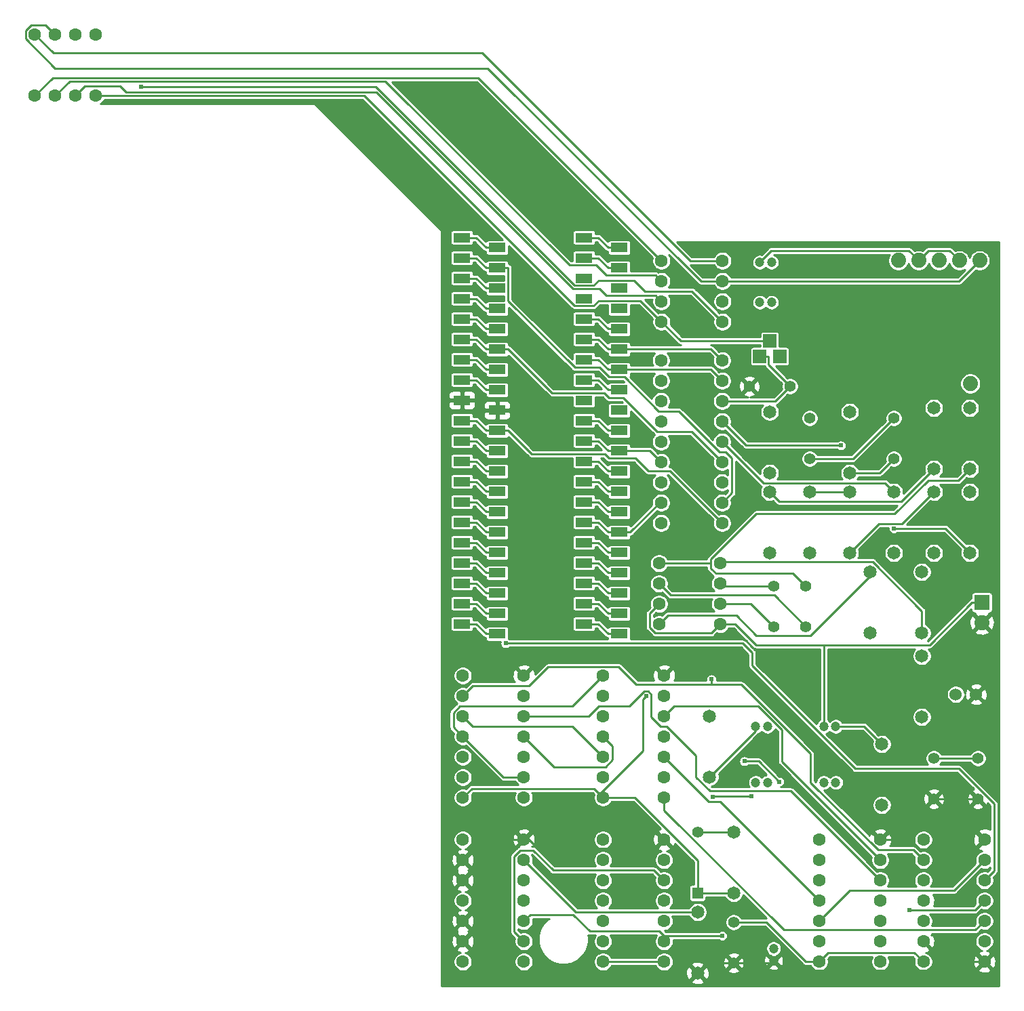
<source format=gtl>
%TF.GenerationSoftware,KiCad,Pcbnew,5.1.12-1.fc35*%
%TF.CreationDate,2022-01-17T09:06:34+01:00*%
%TF.ProjectId,PCB_F4 FMPAC_DIP_IMPRIMIR DEFINITIU copy_2021-07-27,5043425f-4634-4204-964d-5041435f4449,rev?*%
%TF.SameCoordinates,Original*%
%TF.FileFunction,Copper,L1,Top*%
%TF.FilePolarity,Positive*%
%FSLAX46Y46*%
G04 Gerber Fmt 4.6, Leading zero omitted, Abs format (unit mm)*
G04 Created by KiCad (PCBNEW 5.1.12-1.fc35) date 2022-01-17 09:06:34*
%MOMM*%
%LPD*%
G01*
G04 APERTURE LIST*
%TA.AperFunction,ComponentPad*%
%ADD10C,1.880000*%
%TD*%
%TA.AperFunction,ComponentPad*%
%ADD11C,1.600000*%
%TD*%
%TA.AperFunction,ComponentPad*%
%ADD12R,2.159000X1.199000*%
%TD*%
%TA.AperFunction,ComponentPad*%
%ADD13R,1.676000X1.676000*%
%TD*%
%TA.AperFunction,ComponentPad*%
%ADD14C,1.524000*%
%TD*%
%TA.AperFunction,ComponentPad*%
%ADD15C,1.200000*%
%TD*%
%TA.AperFunction,ComponentPad*%
%ADD16C,1.651000*%
%TD*%
%TA.AperFunction,ComponentPad*%
%ADD17C,1.397000*%
%TD*%
%TA.AperFunction,ComponentPad*%
%ADD18R,1.397000X1.397000*%
%TD*%
%TA.AperFunction,ComponentPad*%
%ADD19R,1.880000X1.880000*%
%TD*%
%TA.AperFunction,ViaPad*%
%ADD20C,0.610000*%
%TD*%
%TA.AperFunction,Conductor*%
%ADD21C,0.260000*%
%TD*%
%TA.AperFunction,Conductor*%
%ADD22C,0.254000*%
%TD*%
%TA.AperFunction,Conductor*%
%ADD23C,0.100000*%
%TD*%
G04 APERTURE END LIST*
D10*
%TO.P,SLT,1*%
%TO.N,SLT*%
X189232000Y-78983000D03*
%TD*%
D11*
%TO.P,MCP6281,1*%
%TO.N,U48B_1*%
X150673000Y-63642000D03*
%TO.P,MCP6281,2*%
%TO.N,AMP*%
X150673000Y-66182000D03*
%TO.P,MCP6281,3*%
%TO.N,U48B_3*%
X150673000Y-68722000D03*
%TO.P,MCP6281,4*%
%TO.N,GND1*%
X150673000Y-71262000D03*
%TO.P,MCP6281,5*%
%TO.N,U48B_5*%
X158293000Y-71262000D03*
%TO.P,MCP6281,6*%
%TO.N,U48B_6*%
X158293000Y-68722000D03*
%TO.P,MCP6281,7*%
%TO.N,U48B_7*%
X158293000Y-66182000D03*
%TO.P,MCP6281,8*%
%TO.N,U48B_8*%
X158293000Y-63642000D03*
%TD*%
D12*
%TO.P,MOTHERBOARD_Z80_SOCKET,31*%
%TO.N,A1*%
X130162000Y-87404000D03*
%TO.P,MOTHERBOARD_Z80_SOCKET,10*%
%TO.N,D6*%
X145402000Y-87404000D03*
%TO.P,MOTHERBOARD_Z80_SOCKET,32*%
%TO.N,A2*%
X130162000Y-89944000D03*
%TO.P,MOTHERBOARD_Z80_SOCKET,33*%
%TO.N,A3*%
X130162000Y-92484000D03*
%TO.P,MOTHERBOARD_Z80_SOCKET,34*%
%TO.N,A4*%
X130162000Y-95024000D03*
%TO.P,MOTHERBOARD_Z80_SOCKET,35*%
%TO.N,A5*%
X130162000Y-97564000D03*
%TO.P,MOTHERBOARD_Z80_SOCKET,36*%
%TO.N,A6*%
X130162000Y-100104000D03*
%TO.P,MOTHERBOARD_Z80_SOCKET,37*%
%TO.N,A7*%
X130162000Y-102644000D03*
%TO.P,MOTHERBOARD_Z80_SOCKET,38*%
%TO.N,A8*%
X130162000Y-105184000D03*
%TO.P,MOTHERBOARD_Z80_SOCKET,39*%
%TO.N,A9*%
X130162000Y-107724000D03*
%TO.P,MOTHERBOARD_Z80_SOCKET,40*%
%TO.N,A10*%
X130162000Y-110264000D03*
%TO.P,MOTHERBOARD_Z80_SOCKET,9*%
%TO.N,D5*%
X145402000Y-89944000D03*
%TO.P,MOTHERBOARD_Z80_SOCKET,8*%
%TO.N,D3*%
X145402000Y-92484000D03*
%TO.P,MOTHERBOARD_Z80_SOCKET,7*%
%TO.N,D4*%
X145402000Y-95024000D03*
%TO.P,MOTHERBOARD_Z80_SOCKET,6*%
%TO.N,CLCK*%
X145402000Y-97564000D03*
%TO.P,MOTHERBOARD_Z80_SOCKET,5*%
%TO.N,A15*%
X145402000Y-100104000D03*
%TO.P,MOTHERBOARD_Z80_SOCKET,4*%
%TO.N,A14*%
X145402000Y-102644000D03*
%TO.P,MOTHERBOARD_Z80_SOCKET,3*%
%TO.N,A13*%
X145402000Y-105184000D03*
%TO.P,MOTHERBOARD_Z80_SOCKET,2*%
%TO.N,A12*%
X145402000Y-107724000D03*
%TO.P,MOTHERBOARD_Z80_SOCKET,1*%
%TO.N,A11*%
X145402000Y-110264000D03*
%TO.P,MOTHERBOARD_Z80_SOCKET,30*%
%TO.N,A0*%
X130162000Y-84864000D03*
%TO.P,MOTHERBOARD_Z80_SOCKET,29*%
%TO.N,GND*%
X130162000Y-82324000D03*
%TO.P,MOTHERBOARD_Z80_SOCKET,28*%
%TO.N,RFSH*%
X130162000Y-79784000D03*
%TO.P,MOTHERBOARD_Z80_SOCKET,27*%
%TO.N,M1*%
X130162000Y-77244000D03*
%TO.P,MOTHERBOARD_Z80_SOCKET,26*%
%TO.N,RST*%
X130162000Y-74704000D03*
%TO.P,MOTHERBOARD_Z80_SOCKET,25*%
%TO.N,BUSRQ*%
X130162000Y-72164000D03*
%TO.P,MOTHERBOARD_Z80_SOCKET,24*%
%TO.N,WAIT*%
X130162000Y-69624000D03*
%TO.P,MOTHERBOARD_Z80_SOCKET,23*%
%TO.N,BUSAK*%
X130162000Y-67084000D03*
%TO.P,MOTHERBOARD_Z80_SOCKET,22*%
%TO.N,WR*%
X130162000Y-64544000D03*
%TO.P,MOTHERBOARD_Z80_SOCKET,21*%
%TO.N,RD*%
X130162000Y-62004000D03*
%TO.P,MOTHERBOARD_Z80_SOCKET,11*%
%TO.N,+5V*%
X145402000Y-84864000D03*
%TO.P,MOTHERBOARD_Z80_SOCKET,12*%
%TO.N,D2*%
X145402000Y-82324000D03*
%TO.P,MOTHERBOARD_Z80_SOCKET,13*%
%TO.N,D7*%
X145402000Y-79784000D03*
%TO.P,MOTHERBOARD_Z80_SOCKET,14*%
%TO.N,D0*%
X145402000Y-77244000D03*
%TO.P,MOTHERBOARD_Z80_SOCKET,15*%
%TO.N,D1*%
X145402000Y-74704000D03*
%TO.P,MOTHERBOARD_Z80_SOCKET,16*%
%TO.N,INT*%
X145402000Y-72164000D03*
%TO.P,MOTHERBOARD_Z80_SOCKET,17*%
%TO.N,NMI*%
X145402000Y-69624000D03*
%TO.P,MOTHERBOARD_Z80_SOCKET,18*%
%TO.N,HALT*%
X145402000Y-67084000D03*
%TO.P,MOTHERBOARD_Z80_SOCKET,19*%
%TO.N,MREQ*%
X145402000Y-64544000D03*
%TO.P,MOTHERBOARD_Z80_SOCKET,20*%
%TO.N,IORQ*%
X145402000Y-62004000D03*
%TD*%
D11*
%TO.P,YM2413,1*%
%TO.N,GND1*%
X150622000Y-76093000D03*
%TO.P,YM2413,2*%
%TO.N,D2*%
X150622000Y-78633000D03*
%TO.P,YM2413,5*%
%TO.N,D5*%
X150622000Y-86253000D03*
%TO.P,YM2413,6*%
%TO.N,D6*%
X150622000Y-88793000D03*
%TO.P,YM2413,3*%
%TO.N,D3*%
X150622000Y-81173000D03*
%TO.P,YM2413,4*%
%TO.N,D4*%
X150622000Y-83713000D03*
%TO.P,YM2413,7*%
%TO.N,D7*%
X150622000Y-91333000D03*
%TO.P,YM2413,8*%
%TO.N,CLCK*%
X150622000Y-93873000D03*
%TO.P,YM2413,11*%
%TO.N,WR*%
X158242000Y-93873000D03*
%TO.P,YM2413,12*%
%TO.N,IC1_12*%
X158242000Y-91333000D03*
%TO.P,YM2413,13*%
%TO.N,RST*%
X158242000Y-88793000D03*
%TO.P,YM2413,14*%
%TO.N,IC1_14*%
X158242000Y-86253000D03*
%TO.P,YM2413,15*%
%TO.N,IC1_15*%
X158242000Y-83713000D03*
%TO.P,YM2413,16*%
%TO.N,+5VREG*%
X158242000Y-81173000D03*
%TO.P,YM2413,17*%
%TO.N,D0*%
X158242000Y-78633000D03*
%TO.P,YM2413,18*%
%TO.N,D1*%
X158242000Y-76093000D03*
%TO.P,YM2413,9*%
%TO.N,IC1_9*%
X150622000Y-96413000D03*
%TO.P,YM2413,10*%
%TO.N,A0*%
X158242000Y-96413000D03*
%TD*%
%TO.P,LM4558N,1*%
%TO.N,IC4_1*%
X150373000Y-101443000D03*
%TO.P,LM4558N,2*%
%TO.N,C2_-*%
X150373000Y-103983000D03*
%TO.P,LM4558N,3*%
%TO.N,GND1*%
X150373000Y-106523000D03*
%TO.P,LM4558N,4*%
%TO.N,C6_-*%
X150373000Y-109063000D03*
%TO.P,LM4558N,5*%
%TO.N,GND1*%
X157993000Y-109063000D03*
%TO.P,LM4558N,6*%
%TO.N,IC4_6*%
X157993000Y-106523000D03*
%TO.P,LM4558N,7*%
%TO.N,IC4_7*%
X157993000Y-103983000D03*
%TO.P,LM4558N,8*%
%TO.N,C5_+*%
X157993000Y-101443000D03*
%TD*%
D12*
%TO.P,Z80_CPU,31*%
%TO.N,A1*%
X125763000Y-86152000D03*
%TO.P,Z80_CPU,10*%
%TO.N,D6*%
X141003000Y-86152000D03*
%TO.P,Z80_CPU,32*%
%TO.N,A2*%
X125763000Y-88692000D03*
%TO.P,Z80_CPU,33*%
%TO.N,A3*%
X125763000Y-91232000D03*
%TO.P,Z80_CPU,34*%
%TO.N,A4*%
X125763000Y-93772000D03*
%TO.P,Z80_CPU,35*%
%TO.N,A5*%
X125763000Y-96312000D03*
%TO.P,Z80_CPU,36*%
%TO.N,A6*%
X125763000Y-98852000D03*
%TO.P,Z80_CPU,37*%
%TO.N,A7*%
X125763000Y-101392000D03*
%TO.P,Z80_CPU,38*%
%TO.N,A8*%
X125763000Y-103932000D03*
%TO.P,Z80_CPU,39*%
%TO.N,A9*%
X125763000Y-106472000D03*
%TO.P,Z80_CPU,40*%
%TO.N,A10*%
X125763000Y-109012000D03*
%TO.P,Z80_CPU,9*%
%TO.N,D5*%
X141003000Y-88692000D03*
%TO.P,Z80_CPU,8*%
%TO.N,D3*%
X141003000Y-91232000D03*
%TO.P,Z80_CPU,7*%
%TO.N,D4*%
X141003000Y-93772000D03*
%TO.P,Z80_CPU,6*%
%TO.N,CLCK*%
X141003000Y-96312000D03*
%TO.P,Z80_CPU,5*%
%TO.N,A15*%
X141003000Y-98852000D03*
%TO.P,Z80_CPU,4*%
%TO.N,A14*%
X141003000Y-101392000D03*
%TO.P,Z80_CPU,3*%
%TO.N,A13*%
X141003000Y-103932000D03*
%TO.P,Z80_CPU,2*%
%TO.N,A12*%
X141003000Y-106472000D03*
%TO.P,Z80_CPU,1*%
%TO.N,A11*%
X141003000Y-109012000D03*
%TO.P,Z80_CPU,30*%
%TO.N,A0*%
X125763000Y-83612000D03*
%TO.P,Z80_CPU,29*%
%TO.N,GND*%
X125763000Y-81072000D03*
%TO.P,Z80_CPU,28*%
%TO.N,RFSH*%
X125763000Y-78532000D03*
%TO.P,Z80_CPU,27*%
%TO.N,M1*%
X125763000Y-75992000D03*
%TO.P,Z80_CPU,26*%
%TO.N,RST*%
X125763000Y-73452000D03*
%TO.P,Z80_CPU,25*%
%TO.N,BUSRQ*%
X125763000Y-70912000D03*
%TO.P,Z80_CPU,24*%
%TO.N,WAIT*%
X125763000Y-68372000D03*
%TO.P,Z80_CPU,23*%
%TO.N,BUSAK*%
X125763000Y-65832000D03*
%TO.P,Z80_CPU,22*%
%TO.N,WR*%
X125763000Y-63292000D03*
%TO.P,Z80_CPU,21*%
%TO.N,RD*%
X125763000Y-60752000D03*
%TO.P,Z80_CPU,11*%
%TO.N,+5V*%
X141003000Y-83612000D03*
%TO.P,Z80_CPU,12*%
%TO.N,D2*%
X141003000Y-81072000D03*
%TO.P,Z80_CPU,13*%
%TO.N,D7*%
X141003000Y-78532000D03*
%TO.P,Z80_CPU,14*%
%TO.N,D0*%
X141003000Y-75992000D03*
%TO.P,Z80_CPU,15*%
%TO.N,D1*%
X141003000Y-73452000D03*
%TO.P,Z80_CPU,16*%
%TO.N,INT*%
X141003000Y-70912000D03*
%TO.P,Z80_CPU,17*%
%TO.N,NMI*%
X141003000Y-68372000D03*
%TO.P,Z80_CPU,18*%
%TO.N,HALT*%
X141003000Y-65832000D03*
%TO.P,Z80_CPU,19*%
%TO.N,MREQ*%
X141003000Y-63292000D03*
%TO.P,Z80_CPU,20*%
%TO.N,IORQ*%
X141003000Y-60752000D03*
%TD*%
D10*
%TO.P,DC-DC_5V_+-12V,2*%
%TO.N,GND1*%
X187856000Y-63612000D03*
%TO.P,DC-DC_5V_+-12V,3*%
%TO.N,+12V*%
X185316000Y-63612000D03*
%TO.P,DC-DC_5V_+-12V,1*%
%TO.N,U48B_7*%
X190396000Y-63612000D03*
%TO.P,DC-DC_5V_+-12V,4*%
%TO.N,GND1*%
X182776000Y-63612000D03*
%TO.P,DC-DC_5V_+-12V,5*%
%TO.N,-12V*%
X180236000Y-63612000D03*
%TD*%
D13*
%TO.P,VREG1,1*%
%TO.N,+5VREG*%
X162912000Y-75586000D03*
%TO.P,VREG1,2*%
%TO.N,GND1*%
X164182000Y-73681000D03*
%TO.P,VREG1,3*%
%TO.N,C7_+*%
X165452000Y-75586000D03*
%TD*%
D11*
%TO.P,U2,1*%
%TO.N,U48B_1*%
X72442000Y-42993000D03*
%TO.P,U2,2*%
%TO.N,AMP*%
X74982000Y-42993000D03*
%TO.P,U2,3*%
%TO.N,U48B_3*%
X77522000Y-42993000D03*
%TO.P,U2,4*%
%TO.N,GND1*%
X80062000Y-42993000D03*
%TO.P,U2,5*%
%TO.N,U48B_5*%
X80062000Y-35373000D03*
%TO.P,U2,6*%
%TO.N,U48B_6*%
X77522000Y-35373000D03*
%TO.P,U2,7*%
%TO.N,U48B_7*%
X74982000Y-35373000D03*
%TO.P,U2,8*%
%TO.N,U48B_8*%
X72442000Y-35373000D03*
%TD*%
D14*
%TO.P,LED1,2*%
%TO.N,GND*%
X189952000Y-117833000D03*
%TO.P,LED1,1*%
%TO.N,LED1_1*%
X187412000Y-117833000D03*
%TD*%
D11*
%TO.P,IC7,1*%
%TO.N,IC8_3*%
X133492000Y-130723000D03*
%TO.P,IC7,2*%
%TO.N,IC6_8*%
X133492000Y-128183000D03*
%TO.P,IC7,5*%
%TO.N,A3*%
X133492000Y-120563000D03*
%TO.P,IC7,6*%
%TO.N,A1*%
X133492000Y-118023000D03*
%TO.P,IC7,3*%
%TO.N,WR*%
X133492000Y-125643000D03*
%TO.P,IC7,4*%
%TO.N,IC6_11*%
X133492000Y-123103000D03*
%TO.P,IC7,7*%
%TO.N,GND*%
X133492000Y-115483000D03*
%TO.P,IC7,8*%
%TO.N,A0*%
X125872000Y-115483000D03*
%TO.P,IC7,9*%
%TO.N,IORQ*%
X125872000Y-118023000D03*
%TO.P,IC7,10*%
%TO.N,IC6_12*%
X125872000Y-120563000D03*
%TO.P,IC7,11*%
%TO.N,IC6_8*%
X125872000Y-123103000D03*
%TO.P,IC7,12*%
%TO.N,RD*%
X125872000Y-125643000D03*
%TO.P,IC7,13*%
%TO.N,IC9_4*%
X125872000Y-128183000D03*
%TO.P,IC7,14*%
%TO.N,+5V*%
X125872000Y-130723000D03*
%TD*%
%TO.P,IC3,1*%
%TO.N,GND*%
X190992000Y-151223000D03*
%TO.P,IC3,2*%
%TO.N,IC3_2*%
X190992000Y-148683000D03*
%TO.P,IC3,5*%
%TO.N,A1*%
X190992000Y-141063000D03*
%TO.P,IC3,6*%
%TO.N,IC2_12*%
X190992000Y-138523000D03*
%TO.P,IC3,3*%
%TO.N,A7*%
X190992000Y-146143000D03*
%TO.P,IC3,4*%
%TO.N,IC2_2*%
X190992000Y-143603000D03*
%TO.P,IC3,7*%
%TO.N,GND*%
X190992000Y-135983000D03*
%TO.P,IC3,8*%
%TO.N,IC2_1*%
X183372000Y-135983000D03*
%TO.P,IC3,9*%
%TO.N,IORQ*%
X183372000Y-138523000D03*
%TO.P,IC3,10*%
%TO.N,IC3_10*%
X183372000Y-141063000D03*
%TO.P,IC3,11*%
%TO.N,GND*%
X183372000Y-143603000D03*
%TO.P,IC3,12*%
%TO.N,IC3_12*%
X183372000Y-146143000D03*
%TO.P,IC3,13*%
%TO.N,GND*%
X183372000Y-148683000D03*
%TO.P,IC3,14*%
%TO.N,+5V*%
X183372000Y-151223000D03*
%TD*%
%TO.P,IC6,1*%
%TO.N,A7*%
X150992000Y-130723000D03*
%TO.P,IC6,2*%
%TO.N,A6*%
X150992000Y-128183000D03*
%TO.P,IC6,5*%
%TO.N,A2*%
X150992000Y-120563000D03*
%TO.P,IC6,6*%
%TO.N,M1*%
X150992000Y-118023000D03*
%TO.P,IC6,3*%
%TO.N,A5*%
X150992000Y-125643000D03*
%TO.P,IC6,4*%
%TO.N,A4*%
X150992000Y-123103000D03*
%TO.P,IC6,7*%
%TO.N,GND*%
X150992000Y-115483000D03*
%TO.P,IC6,8*%
%TO.N,IC6_8*%
X143372000Y-115483000D03*
%TO.P,IC6,9*%
%TO.N,N/C*%
X143372000Y-118023000D03*
%TO.P,IC6,10*%
X143372000Y-120563000D03*
%TO.P,IC6,11*%
%TO.N,IC6_11*%
X143372000Y-123103000D03*
%TO.P,IC6,12*%
%TO.N,IC6_12*%
X143372000Y-125643000D03*
%TO.P,IC6,13*%
%TO.N,N/C*%
X143372000Y-128183000D03*
%TO.P,IC6,14*%
%TO.N,+5V*%
X143372000Y-130723000D03*
%TD*%
%TO.P,IC8,1*%
%TO.N,+5V*%
X150992000Y-151223000D03*
%TO.P,IC8,2*%
%TO.N,D7*%
X150992000Y-148683000D03*
%TO.P,IC8,5*%
%TO.N,IC8_5*%
X150992000Y-141063000D03*
%TO.P,IC8,6*%
%TO.N,IC8_6*%
X150992000Y-138523000D03*
%TO.P,IC8,3*%
%TO.N,IC8_3*%
X150992000Y-146143000D03*
%TO.P,IC8,4*%
%TO.N,IC8_4*%
X150992000Y-143603000D03*
%TO.P,IC8,7*%
%TO.N,GND*%
X150992000Y-135983000D03*
%TO.P,IC8,8*%
%TO.N,N/C*%
X143372000Y-135983000D03*
%TO.P,IC8,9*%
X143372000Y-138523000D03*
%TO.P,IC8,10*%
X143372000Y-141063000D03*
%TO.P,IC8,11*%
X143372000Y-143603000D03*
%TO.P,IC8,12*%
X143372000Y-146143000D03*
%TO.P,IC8,13*%
X143372000Y-148683000D03*
%TO.P,IC8,14*%
%TO.N,+5V*%
X143372000Y-151223000D03*
%TD*%
%TO.P,IC9,1*%
%TO.N,R14_2*%
X133492000Y-151223000D03*
%TO.P,IC9,2*%
%TO.N,IC8_5*%
X133492000Y-148683000D03*
%TO.P,IC9,5*%
%TO.N,+5V*%
X133492000Y-141063000D03*
%TO.P,IC9,6*%
%TO.N,R14_2*%
X133492000Y-138523000D03*
%TO.P,IC9,3*%
%TO.N,D7*%
X133492000Y-146143000D03*
%TO.P,IC9,4*%
%TO.N,IC9_4*%
X133492000Y-143603000D03*
%TO.P,IC9,7*%
%TO.N,GND*%
X133492000Y-135983000D03*
%TO.P,IC9,8*%
%TO.N,IC9_8*%
X125872000Y-135983000D03*
%TO.P,IC9,9*%
%TO.N,GND*%
X125872000Y-138523000D03*
%TO.P,IC9,10*%
X125872000Y-141063000D03*
%TO.P,IC9,11*%
%TO.N,IC9_11*%
X125872000Y-143603000D03*
%TO.P,IC9,12*%
%TO.N,GND*%
X125872000Y-146143000D03*
%TO.P,IC9,13*%
X125872000Y-148683000D03*
%TO.P,IC9,14*%
%TO.N,+5V*%
X125872000Y-151223000D03*
%TD*%
%TO.P,IC2,1*%
%TO.N,IC2_1*%
X177992000Y-151223000D03*
%TO.P,IC2,2*%
%TO.N,IC2_2*%
X177992000Y-148683000D03*
%TO.P,IC2,5*%
%TO.N,A3*%
X177992000Y-141063000D03*
%TO.P,IC2,6*%
%TO.N,A2*%
X177992000Y-138523000D03*
%TO.P,IC2,3*%
%TO.N,A6*%
X177992000Y-146143000D03*
%TO.P,IC2,4*%
%TO.N,A4*%
X177992000Y-143603000D03*
%TO.P,IC2,7*%
%TO.N,GND*%
X177992000Y-135983000D03*
%TO.P,IC2,8*%
%TO.N,IC1_12*%
X170372000Y-135983000D03*
%TO.P,IC2,9*%
%TO.N,N/C*%
X170372000Y-138523000D03*
%TO.P,IC2,10*%
X170372000Y-141063000D03*
%TO.P,IC2,11*%
%TO.N,A5*%
X170372000Y-143603000D03*
%TO.P,IC2,12*%
%TO.N,IC2_12*%
X170372000Y-146143000D03*
%TO.P,IC2,13*%
%TO.N,N/C*%
X170372000Y-148683000D03*
%TO.P,IC2,14*%
%TO.N,+5V*%
X170372000Y-151223000D03*
%TD*%
D15*
%TO.P,C1,-*%
%TO.N,C1_-*%
X162431000Y-128833000D03*
%TO.P,C1,+*%
%TO.N,AMP*%
X163933000Y-128833000D03*
%TD*%
D16*
%TO.P,R11,1*%
%TO.N,C7_+*%
X178182000Y-124023000D03*
%TO.P,R11,2*%
%TO.N,+12V*%
X178182000Y-131643000D03*
%TD*%
%TO.P,R13,1*%
%TO.N,C6_-*%
X176682000Y-102523000D03*
%TO.P,R13,2*%
%TO.N,-12V*%
X176682000Y-110143000D03*
%TD*%
%TO.P,R3,1*%
%TO.N,C2_-*%
X156682000Y-128143000D03*
%TO.P,R3,2*%
%TO.N,IC4_1*%
X156682000Y-120523000D03*
%TD*%
%TO.P,R2,1*%
%TO.N,IC4_6*%
X184682000Y-89643000D03*
%TO.P,R2,2*%
%TO.N,IC4_1*%
X184682000Y-82023000D03*
%TD*%
%TO.P,R1,1*%
%TO.N,IC4_6*%
X164182000Y-92523000D03*
%TO.P,R1,2*%
%TO.N,IC4_7*%
X164182000Y-100143000D03*
%TD*%
%TO.P,R4,1*%
%TO.N,IC4_7*%
X164182000Y-82523000D03*
%TO.P,R4,2*%
%TO.N,C1_-*%
X164182000Y-90143000D03*
%TD*%
%TO.P,R5,1*%
%TO.N,IC1_14*%
X179682000Y-92523000D03*
%TO.P,R5,2*%
%TO.N,C3_2*%
X179682000Y-100143000D03*
%TD*%
%TO.P,R6,1*%
%TO.N,IC1_15*%
X174182000Y-100143000D03*
%TO.P,R6,2*%
%TO.N,C4_1*%
X174182000Y-92523000D03*
%TD*%
%TO.P,R7,1*%
%TO.N,IC1_14*%
X189182000Y-100143000D03*
%TO.P,R7,2*%
%TO.N,GND1*%
X189182000Y-92523000D03*
%TD*%
%TO.P,R8,1*%
%TO.N,GND1*%
X184682000Y-100143000D03*
%TO.P,R8,2*%
%TO.N,IC1_15*%
X184682000Y-92523000D03*
%TD*%
%TO.P,R9,1*%
%TO.N,C4_1*%
X169182000Y-92523000D03*
%TO.P,R9,2*%
%TO.N,C2_+*%
X169182000Y-100143000D03*
%TD*%
%TO.P,R10,1*%
%TO.N,C3_2*%
X174182000Y-90143000D03*
%TO.P,R10,2*%
%TO.N,C2_+*%
X174182000Y-82523000D03*
%TD*%
%TO.P,R14,1*%
%TO.N,GND*%
X155182000Y-152643000D03*
%TO.P,R14,2*%
%TO.N,R14_2*%
X155182000Y-145023000D03*
%TD*%
%TO.P,R15,1*%
%TO.N,+5V*%
X159682000Y-142643000D03*
%TO.P,R15,2*%
%TO.N,IC8_4*%
X159682000Y-135023000D03*
%TD*%
%TO.P,R12,1*%
%TO.N,C5_+*%
X183182000Y-110143000D03*
%TO.P,R12,2*%
%TO.N,+12V*%
X183182000Y-102523000D03*
%TD*%
%TO.P,R18,1*%
%TO.N,IC4_1*%
X189182000Y-89643000D03*
%TO.P,R18,2*%
%TO.N,SLT*%
X189182000Y-82023000D03*
%TD*%
%TO.P,R16,1*%
%TO.N,LED1_1*%
X183182000Y-113023000D03*
%TO.P,R16,2*%
%TO.N,+5V*%
X183182000Y-120643000D03*
%TD*%
D15*
%TO.P,C5,-*%
%TO.N,GND1*%
X164433000Y-68833000D03*
%TO.P,C5,+*%
%TO.N,C5_+*%
X162932000Y-68833000D03*
%TD*%
%TO.P,C6,-*%
%TO.N,C6_-*%
X164432000Y-63833000D03*
%TO.P,C6,+*%
%TO.N,GND1*%
X162931000Y-63833000D03*
%TD*%
%TO.P,C2,-*%
%TO.N,C2_-*%
X162431000Y-121833000D03*
%TO.P,C2,+*%
%TO.N,C2_+*%
X163933000Y-121833000D03*
%TD*%
D17*
%TO.P,C3,1*%
%TO.N,GND1*%
X179682000Y-83293000D03*
%TO.P,C3,2*%
%TO.N,C3_2*%
X179682000Y-88373000D03*
%TD*%
%TO.P,C4,1*%
%TO.N,C4_1*%
X169182000Y-83293000D03*
%TO.P,C4,2*%
%TO.N,GND1*%
X169182000Y-88373000D03*
%TD*%
D15*
%TO.P,C7,-*%
%TO.N,GND1*%
X170931000Y-121833000D03*
%TO.P,C7,+*%
%TO.N,C7_+*%
X172432000Y-121833000D03*
%TD*%
%TO.P,C9,-*%
%TO.N,GND*%
X164682000Y-151084000D03*
%TO.P,C9,+*%
%TO.N,IC8_4*%
X164682000Y-149582000D03*
%TD*%
D17*
%TO.P,C11,1*%
%TO.N,+5V*%
X159682000Y-146293000D03*
%TO.P,C11,2*%
%TO.N,GND*%
X159682000Y-151373000D03*
%TD*%
D15*
%TO.P,C12,-*%
%TO.N,GND1*%
X170932000Y-128833000D03*
%TO.P,C12,+*%
%TO.N,+5VREG*%
X172433000Y-128833000D03*
%TD*%
D17*
%TO.P,C14,1*%
%TO.N,C2_-*%
X168682000Y-109373000D03*
%TO.P,C14,2*%
%TO.N,IC4_1*%
X168682000Y-104293000D03*
%TD*%
%TO.P,C8,1*%
%TO.N,GND*%
X161642000Y-79333000D03*
%TO.P,C8,2*%
%TO.N,+5VREG*%
X166722000Y-79333000D03*
%TD*%
%TO.P,C16,1*%
%TO.N,IC4_6*%
X164682000Y-109373000D03*
%TO.P,C16,2*%
%TO.N,IC4_7*%
X164682000Y-104293000D03*
%TD*%
%TO.P,C10,1*%
%TO.N,+5V*%
X190182000Y-125793000D03*
%TO.P,C10,2*%
%TO.N,GND*%
X190182000Y-130873000D03*
%TD*%
%TO.P,C13,1*%
%TO.N,+5V*%
X184682000Y-125793000D03*
%TO.P,C13,2*%
%TO.N,GND*%
X184682000Y-130873000D03*
%TD*%
%TO.P,D2,2*%
%TO.N,IC8_4*%
X155182000Y-135023000D03*
D18*
%TO.P,D2,1*%
%TO.N,+5V*%
X155182000Y-142643000D03*
%TD*%
D10*
%TO.P,SJ3,2*%
%TO.N,GND*%
X190682000Y-108873000D03*
D19*
%TO.P,SJ3,1*%
%TO.N,GND1*%
X190682000Y-106333000D03*
%TD*%
D20*
%TO.N,+5V*%
X148750000Y-118052000D03*
%TO.N,A1*%
X131216000Y-111445000D03*
%TO.N,D7*%
X158255000Y-147983000D03*
X157076000Y-130604000D03*
X161907000Y-130541000D03*
%TO.N,GND*%
X160665000Y-112146000D03*
%TO.N,IC1_12*%
X165369000Y-128735000D03*
X161016000Y-126177000D03*
%TO.N,IC1_14*%
X179682000Y-97109000D03*
%TO.N,IC1_15*%
X173063000Y-86718000D03*
%TO.N,IC2_2*%
X181620000Y-144783000D03*
%TO.N,IORQ*%
X156906000Y-115931000D03*
%TO.N,U48B_5*%
X85674000Y-41900000D03*
%TD*%
D21*
%TO.N,+5V*%
X155181000Y-142644000D02*
X159682000Y-142644000D01*
X142941000Y-130292000D02*
X148328000Y-124905000D01*
X148328000Y-124905000D02*
X148328000Y-118473000D01*
X148328000Y-118473000D02*
X148750000Y-118052000D01*
X142941000Y-130292000D02*
X142260000Y-129611000D01*
X142260000Y-129611000D02*
X126982000Y-129611000D01*
X126982000Y-129611000D02*
X125872000Y-130724000D01*
X143373000Y-130724000D02*
X142941000Y-130292000D01*
X145402000Y-84864000D02*
X144031000Y-84864000D01*
X141003000Y-83612000D02*
X142778000Y-83612000D01*
X142778000Y-83612000D02*
X144031000Y-84864000D01*
X155181000Y-142644000D02*
X155181000Y-138552000D01*
X155181000Y-138552000D02*
X147353000Y-130724000D01*
X147353000Y-130724000D02*
X143373000Y-130724000D01*
X159682000Y-146294000D02*
X163769000Y-146294000D01*
X163769000Y-146294000D02*
X168699000Y-151224000D01*
X168699000Y-151224000D02*
X170373000Y-151224000D01*
X143373000Y-151224000D02*
X150993000Y-151224000D01*
X170373000Y-151224000D02*
X171483000Y-150111000D01*
X171483000Y-150111000D02*
X182260000Y-150111000D01*
X182260000Y-150111000D02*
X183373000Y-151224000D01*
X184683000Y-125794000D02*
X190183000Y-125794000D01*
X190183000Y-125794000D02*
X190183000Y-125794000D01*
%TO.N,+5VREG*%
X166723000Y-79334000D02*
X164882000Y-81173000D01*
X164882000Y-81173000D02*
X158242000Y-81173000D01*
X162913000Y-75585000D02*
X164043000Y-75585000D01*
X166723000Y-79334000D02*
X164043000Y-76655000D01*
X164043000Y-76655000D02*
X164043000Y-75585000D01*
%TO.N,A0*%
X130162000Y-84864000D02*
X131534000Y-84864000D01*
X158242000Y-96413000D02*
X151742000Y-89913000D01*
X151742000Y-89913000D02*
X149027000Y-89913000D01*
X149027000Y-89913000D02*
X147444000Y-88331000D01*
X147444000Y-88331000D02*
X144135000Y-88331000D01*
X144135000Y-88331000D02*
X143604000Y-87800000D01*
X143604000Y-87800000D02*
X134470000Y-87800000D01*
X134470000Y-87800000D02*
X131534000Y-84864000D01*
X130162000Y-84864000D02*
X128791000Y-84864000D01*
X125763000Y-83612000D02*
X127538000Y-83612000D01*
X127538000Y-83612000D02*
X128791000Y-84864000D01*
%TO.N,A1*%
X190993000Y-141064000D02*
X192225000Y-139832000D01*
X192225000Y-139832000D02*
X192225000Y-131514000D01*
X192225000Y-131514000D02*
X187800000Y-127089000D01*
X187800000Y-127089000D02*
X174861000Y-127089000D01*
X174861000Y-127089000D02*
X161983000Y-114211000D01*
X161983000Y-114211000D02*
X161983000Y-112619000D01*
X161983000Y-112619000D02*
X160810000Y-111445000D01*
X160810000Y-111445000D02*
X131216000Y-111445000D01*
X130162000Y-87404000D02*
X128791000Y-87404000D01*
X125763000Y-86152000D02*
X127538000Y-86152000D01*
X127538000Y-86152000D02*
X128791000Y-87404000D01*
%TO.N,A10*%
X130162000Y-110264000D02*
X128791000Y-110264000D01*
X125763000Y-109012000D02*
X127538000Y-109012000D01*
X127538000Y-109012000D02*
X128791000Y-110264000D01*
%TO.N,A11*%
X145402000Y-110264000D02*
X144031000Y-110264000D01*
X141003000Y-109012000D02*
X142778000Y-109012000D01*
X142778000Y-109012000D02*
X144031000Y-110264000D01*
%TO.N,A12*%
X145402000Y-107724000D02*
X144031000Y-107724000D01*
X141003000Y-106472000D02*
X142778000Y-106472000D01*
X142778000Y-106472000D02*
X144031000Y-107724000D01*
%TO.N,A13*%
X145402000Y-105184000D02*
X144031000Y-105184000D01*
X141003000Y-103932000D02*
X142778000Y-103932000D01*
X142778000Y-103932000D02*
X144031000Y-105184000D01*
%TO.N,A14*%
X145402000Y-102644000D02*
X144031000Y-102644000D01*
X141003000Y-101392000D02*
X142778000Y-101392000D01*
X142778000Y-101392000D02*
X144031000Y-102644000D01*
%TO.N,A15*%
X145402000Y-100104000D02*
X144031000Y-100104000D01*
X141003000Y-98852000D02*
X142778000Y-98852000D01*
X142778000Y-98852000D02*
X144031000Y-100104000D01*
%TO.N,A2*%
X177993000Y-138524000D02*
X165677000Y-126208000D01*
X165677000Y-126208000D02*
X165677000Y-122243000D01*
X165677000Y-122243000D02*
X162730000Y-119296000D01*
X162730000Y-119296000D02*
X152258000Y-119296000D01*
X152258000Y-119296000D02*
X150993000Y-120564000D01*
X130162000Y-89944000D02*
X128791000Y-89944000D01*
X125763000Y-88692000D02*
X127538000Y-88692000D01*
X127538000Y-88692000D02*
X128791000Y-89944000D01*
%TO.N,A3*%
X133492000Y-120564000D02*
X141610000Y-120564000D01*
X141610000Y-120564000D02*
X142880000Y-119294000D01*
X142880000Y-119294000D02*
X146665000Y-119294000D01*
X146665000Y-119294000D02*
X148504000Y-117455000D01*
X148504000Y-117455000D02*
X148999000Y-117455000D01*
X148999000Y-117455000D02*
X149355000Y-117810000D01*
X149355000Y-117810000D02*
X149355000Y-120642000D01*
X149355000Y-120642000D02*
X150546000Y-121834000D01*
X150546000Y-121834000D02*
X151333000Y-121834000D01*
X151333000Y-121834000D02*
X155001000Y-125501000D01*
X155001000Y-125501000D02*
X155001000Y-128146000D01*
X155001000Y-128146000D02*
X156764000Y-129908000D01*
X156764000Y-129908000D02*
X166837000Y-129908000D01*
X166837000Y-129908000D02*
X177993000Y-141064000D01*
X130162000Y-92484000D02*
X128791000Y-92484000D01*
X125763000Y-91232000D02*
X127538000Y-91232000D01*
X127538000Y-91232000D02*
X128791000Y-92484000D01*
%TO.N,A4*%
X130162000Y-95024000D02*
X128791000Y-95024000D01*
X125763000Y-93772000D02*
X127538000Y-93772000D01*
X127538000Y-93772000D02*
X128791000Y-95024000D01*
%TO.N,A5*%
X170373000Y-143604000D02*
X157983000Y-131214000D01*
X157983000Y-131214000D02*
X156563000Y-131214000D01*
X156563000Y-131214000D02*
X150993000Y-125644000D01*
X130162000Y-97564000D02*
X128791000Y-97564000D01*
X125763000Y-96312000D02*
X127538000Y-96312000D01*
X127538000Y-96312000D02*
X128791000Y-97564000D01*
%TO.N,A6*%
X130162000Y-100104000D02*
X128791000Y-100104000D01*
X125763000Y-98852000D02*
X127538000Y-98852000D01*
X127538000Y-98852000D02*
X128791000Y-100104000D01*
%TO.N,A7*%
X130162000Y-102644000D02*
X128791000Y-102644000D01*
X125763000Y-101392000D02*
X127538000Y-101392000D01*
X127538000Y-101392000D02*
X128791000Y-102644000D01*
X190993000Y-146144000D02*
X189880000Y-147254000D01*
X189880000Y-147254000D02*
X165956000Y-147254000D01*
X165956000Y-147254000D02*
X150993000Y-132291000D01*
X150993000Y-132291000D02*
X150993000Y-130724000D01*
%TO.N,A8*%
X130162000Y-105184000D02*
X128791000Y-105184000D01*
X125763000Y-103932000D02*
X127538000Y-103932000D01*
X127538000Y-103932000D02*
X128791000Y-105184000D01*
%TO.N,A9*%
X130162000Y-107724000D02*
X128791000Y-107724000D01*
X125763000Y-106472000D02*
X127538000Y-106472000D01*
X127538000Y-106472000D02*
X128791000Y-107724000D01*
%TO.N,AMP*%
X150673000Y-66182000D02*
X149926000Y-65435000D01*
X149926000Y-65435000D02*
X143800000Y-65435000D01*
X143800000Y-65435000D02*
X142547000Y-64183000D01*
X142547000Y-64183000D02*
X139182000Y-64183000D01*
X139182000Y-64183000D02*
X116190000Y-41191000D01*
X116190000Y-41191000D02*
X76784000Y-41191000D01*
X76784000Y-41191000D02*
X74983000Y-42992000D01*
%TO.N,BUSAK*%
X130162000Y-67084000D02*
X128791000Y-67084000D01*
X125763000Y-65832000D02*
X127538000Y-65832000D01*
X127538000Y-65832000D02*
X128791000Y-67084000D01*
%TO.N,BUSRQ*%
X130162000Y-72164000D02*
X128791000Y-72164000D01*
X125763000Y-70912000D02*
X127538000Y-70912000D01*
X127538000Y-70912000D02*
X128791000Y-72164000D01*
%TO.N,C2_-*%
X150373000Y-103983000D02*
X151821000Y-105430000D01*
X151821000Y-105430000D02*
X164739000Y-105430000D01*
X164739000Y-105430000D02*
X168681000Y-109372000D01*
X156682000Y-128143000D02*
X162430000Y-122395000D01*
X162430000Y-122395000D02*
X162430000Y-121834000D01*
%TO.N,C3_2*%
X179682000Y-88374000D02*
X177912000Y-90142000D01*
X177912000Y-90142000D02*
X174183000Y-90142000D01*
%TO.N,C4_1*%
X169182000Y-92522000D02*
X174183000Y-92522000D01*
%TO.N,C5_+*%
X157993000Y-101443000D02*
X158173000Y-101262000D01*
X158173000Y-101262000D02*
X177041000Y-101262000D01*
X177041000Y-101262000D02*
X183182000Y-107401000D01*
X183182000Y-107401000D02*
X183182000Y-110145000D01*
%TO.N,C6_-*%
X176682000Y-102525000D02*
X176682000Y-103015000D01*
X176682000Y-103015000D02*
X169250000Y-110447000D01*
X169250000Y-110447000D02*
X162517000Y-110447000D01*
X162517000Y-110447000D02*
X160023000Y-107953000D01*
X160023000Y-107953000D02*
X151486000Y-107953000D01*
X151486000Y-107953000D02*
X150373000Y-109063000D01*
%TO.N,C7_+*%
X172433000Y-121834000D02*
X175992000Y-121834000D01*
X175992000Y-121834000D02*
X178181000Y-124023000D01*
%TO.N,CLCK*%
X145402000Y-97564000D02*
X146774000Y-97564000D01*
X150622000Y-93873000D02*
X150465000Y-93873000D01*
X150465000Y-93873000D02*
X146774000Y-97564000D01*
X145402000Y-97564000D02*
X144031000Y-97564000D01*
X141003000Y-96312000D02*
X142778000Y-96312000D01*
X142778000Y-96312000D02*
X144031000Y-97564000D01*
%TO.N,D0*%
X158242000Y-78633000D02*
X156853000Y-77244000D01*
X156853000Y-77244000D02*
X145402000Y-77244000D01*
X145402000Y-77244000D02*
X144031000Y-77244000D01*
X141003000Y-75992000D02*
X142778000Y-75992000D01*
X142778000Y-75992000D02*
X144031000Y-77244000D01*
%TO.N,D1*%
X158242000Y-76093000D02*
X156853000Y-74704000D01*
X156853000Y-74704000D02*
X145402000Y-74704000D01*
X145402000Y-74704000D02*
X144031000Y-74704000D01*
X141003000Y-73452000D02*
X142778000Y-73452000D01*
X142778000Y-73452000D02*
X144031000Y-74704000D01*
%TO.N,D3*%
X145402000Y-92484000D02*
X144031000Y-92484000D01*
X141003000Y-91232000D02*
X142778000Y-91232000D01*
X142778000Y-91232000D02*
X144031000Y-92484000D01*
%TO.N,D4*%
X145402000Y-95024000D02*
X144031000Y-95024000D01*
X141003000Y-93772000D02*
X142778000Y-93772000D01*
X142778000Y-93772000D02*
X144031000Y-95024000D01*
%TO.N,D5*%
X145402000Y-89944000D02*
X144031000Y-89944000D01*
X141003000Y-88692000D02*
X142778000Y-88692000D01*
X142778000Y-88692000D02*
X144031000Y-89944000D01*
%TO.N,D6*%
X150622000Y-88793000D02*
X149233000Y-87404000D01*
X149233000Y-87404000D02*
X145402000Y-87404000D01*
X145402000Y-87404000D02*
X144031000Y-87404000D01*
X141003000Y-86152000D02*
X142778000Y-86152000D01*
X142778000Y-86152000D02*
X144031000Y-87404000D01*
%TO.N,D7*%
X161907000Y-130541000D02*
X157142000Y-130541000D01*
X157142000Y-130541000D02*
X157076000Y-130604000D01*
X150993000Y-147983000D02*
X158255000Y-147983000D01*
X133492000Y-146144000D02*
X134310000Y-145326000D01*
X134310000Y-145326000D02*
X139649000Y-145326000D01*
X139649000Y-145326000D02*
X141737000Y-147414000D01*
X141737000Y-147414000D02*
X150424000Y-147414000D01*
X150424000Y-147414000D02*
X150993000Y-147983000D01*
X150993000Y-147983000D02*
X150993000Y-148684000D01*
X145402000Y-79784000D02*
X144031000Y-79784000D01*
X141003000Y-78532000D02*
X142778000Y-78532000D01*
X142778000Y-78532000D02*
X144031000Y-79784000D01*
%TO.N,GND*%
X133492000Y-115484000D02*
X135085000Y-113891000D01*
X135085000Y-113891000D02*
X149400000Y-113891000D01*
X149400000Y-113891000D02*
X150993000Y-115484000D01*
X160665000Y-112146000D02*
X154330000Y-112146000D01*
X154330000Y-112146000D02*
X150993000Y-115484000D01*
X130162000Y-82324000D02*
X128791000Y-82324000D01*
X125763000Y-81072000D02*
X127538000Y-81072000D01*
X127538000Y-81072000D02*
X128791000Y-82324000D01*
X185435000Y-150746000D02*
X183373000Y-148684000D01*
X190993000Y-151224000D02*
X185913000Y-151224000D01*
X185913000Y-151224000D02*
X185435000Y-150746000D01*
X185435000Y-150746000D02*
X183848000Y-152337000D01*
X183848000Y-152337000D02*
X165933000Y-152337000D01*
X165933000Y-152337000D02*
X164681000Y-151084000D01*
X133492000Y-135984000D02*
X134160000Y-135984000D01*
X134160000Y-135984000D02*
X135270000Y-137094000D01*
X135270000Y-137094000D02*
X149880000Y-137094000D01*
X149880000Y-137094000D02*
X150993000Y-135984000D01*
X125872000Y-138524000D02*
X128412000Y-135984000D01*
X128412000Y-135984000D02*
X133492000Y-135984000D01*
X177993000Y-135984000D02*
X179573000Y-135984000D01*
X179573000Y-135984000D02*
X184683000Y-130873000D01*
X164681000Y-151084000D02*
X164394000Y-151374000D01*
X164394000Y-151374000D02*
X159682000Y-151374000D01*
X159682000Y-151374000D02*
X156451000Y-151374000D01*
X156451000Y-151374000D02*
X155181000Y-152644000D01*
X184683000Y-130873000D02*
X190183000Y-130873000D01*
X190183000Y-130873000D02*
X190183000Y-130873000D01*
%TO.N,GND1*%
X157993000Y-109063000D02*
X159903000Y-109063000D01*
X159903000Y-109063000D02*
X162481000Y-111641000D01*
X162481000Y-111641000D02*
X170932000Y-111641000D01*
X150673000Y-71262000D02*
X153091000Y-73680000D01*
X153091000Y-73680000D02*
X164183000Y-73680000D01*
X150673000Y-71262000D02*
X148026000Y-68616000D01*
X148026000Y-68616000D02*
X142852000Y-68616000D01*
X142852000Y-68616000D02*
X142204000Y-69263000D01*
X142204000Y-69263000D02*
X139802000Y-69263000D01*
X139802000Y-69263000D02*
X113533000Y-42995000D01*
X113533000Y-42995000D02*
X80063000Y-42995000D01*
X80063000Y-42995000D02*
X80063000Y-42992000D01*
X170932000Y-111641000D02*
X184142000Y-111641000D01*
X184142000Y-111641000D02*
X189451000Y-106332000D01*
X170932000Y-121834000D02*
X170932000Y-111641000D01*
X190683000Y-106332000D02*
X189451000Y-106332000D01*
X157993000Y-109063000D02*
X156883000Y-110172000D01*
X156883000Y-110172000D02*
X149921000Y-110172000D01*
X149921000Y-110172000D02*
X149174000Y-109426000D01*
X149174000Y-109426000D02*
X149174000Y-107721000D01*
X149174000Y-107721000D02*
X150373000Y-106523000D01*
X182776000Y-63612000D02*
X181534000Y-62370000D01*
X181534000Y-62370000D02*
X164394000Y-62370000D01*
X164394000Y-62370000D02*
X162931000Y-63833000D01*
X182776000Y-63612000D02*
X184023000Y-62365000D01*
X184023000Y-62365000D02*
X186609000Y-62365000D01*
X186609000Y-62365000D02*
X187856000Y-63612000D01*
X169182000Y-88374000D02*
X174602000Y-88374000D01*
X174602000Y-88374000D02*
X179682000Y-83294000D01*
%TO.N,IC1_12*%
X165369000Y-128735000D02*
X162809000Y-126177000D01*
X162809000Y-126177000D02*
X161016000Y-126177000D01*
%TO.N,IC1_14*%
X189182000Y-100142000D02*
X186146000Y-97109000D01*
X186146000Y-97109000D02*
X179682000Y-97109000D01*
X179682000Y-92522000D02*
X178565000Y-91404000D01*
X178565000Y-91404000D02*
X163393000Y-91404000D01*
X163393000Y-91404000D02*
X158242000Y-86253000D01*
%TO.N,IC1_15*%
X158242000Y-83713000D02*
X161247000Y-86718000D01*
X161247000Y-86718000D02*
X173063000Y-86718000D01*
X174183000Y-100142000D02*
X177815000Y-96512000D01*
X177815000Y-96512000D02*
X180693000Y-96512000D01*
X180693000Y-96512000D02*
X184683000Y-92522000D01*
%TO.N,IC2_12*%
X170373000Y-146144000D02*
X174183000Y-142334000D01*
X174183000Y-142334000D02*
X187183000Y-142334000D01*
X187183000Y-142334000D02*
X190993000Y-138524000D01*
%TO.N,IC2_2*%
X181620000Y-144783000D02*
X189814000Y-144783000D01*
X189814000Y-144783000D02*
X190993000Y-143604000D01*
%TO.N,IC4_1*%
X156850000Y-101443000D02*
X156850000Y-100937000D01*
X156850000Y-100937000D02*
X162524000Y-95263000D01*
X162524000Y-95263000D02*
X179799000Y-95263000D01*
X179799000Y-95263000D02*
X183980000Y-91084000D01*
X183980000Y-91084000D02*
X187742000Y-91084000D01*
X187742000Y-91084000D02*
X189182000Y-89644000D01*
X168681000Y-104292000D02*
X167102000Y-102713000D01*
X167102000Y-102713000D02*
X157485000Y-102713000D01*
X157485000Y-102713000D02*
X156850000Y-102078000D01*
X156850000Y-102078000D02*
X156850000Y-101443000D01*
X156850000Y-101443000D02*
X150373000Y-101443000D01*
%TO.N,IC4_6*%
X164681000Y-109372000D02*
X161831000Y-106523000D01*
X161831000Y-106523000D02*
X157993000Y-106523000D01*
X184683000Y-89644000D02*
X180612000Y-93713000D01*
X180612000Y-93713000D02*
X165372000Y-93713000D01*
X165372000Y-93713000D02*
X164183000Y-92522000D01*
%TO.N,IC4_7*%
X164681000Y-104292000D02*
X158303000Y-104292000D01*
X158303000Y-104292000D02*
X157993000Y-103983000D01*
%TO.N,IC6_11*%
X143373000Y-123104000D02*
X144577000Y-124308000D01*
X144577000Y-124308000D02*
X144577000Y-125992000D01*
X144577000Y-125992000D02*
X143657000Y-126914000D01*
X143657000Y-126914000D02*
X137302000Y-126914000D01*
X137302000Y-126914000D02*
X133492000Y-123104000D01*
%TO.N,IC6_12*%
X125872000Y-120564000D02*
X127142000Y-121834000D01*
X127142000Y-121834000D02*
X139563000Y-121834000D01*
X139563000Y-121834000D02*
X143373000Y-125644000D01*
%TO.N,IC6_8*%
X125872000Y-123104000D02*
X130952000Y-128184000D01*
X130952000Y-128184000D02*
X133492000Y-128184000D01*
X143373000Y-115484000D02*
X139563000Y-119294000D01*
X139563000Y-119294000D02*
X125504000Y-119294000D01*
X125504000Y-119294000D02*
X124694000Y-120101000D01*
X124694000Y-120101000D02*
X124694000Y-121925000D01*
X124694000Y-121925000D02*
X125872000Y-123104000D01*
%TO.N,IC8_4*%
X155181000Y-135024000D02*
X159682000Y-135024000D01*
%TO.N,IC8_5*%
X133492000Y-148684000D02*
X132304000Y-147495000D01*
X132304000Y-147495000D02*
X132304000Y-138069000D01*
X132304000Y-138069000D02*
X133068000Y-137305000D01*
X133068000Y-137305000D02*
X134673000Y-137305000D01*
X134673000Y-137305000D02*
X137160000Y-139794000D01*
X137160000Y-139794000D02*
X149723000Y-139794000D01*
X149723000Y-139794000D02*
X150993000Y-141064000D01*
%TO.N,INT*%
X145402000Y-72164000D02*
X144031000Y-72164000D01*
X141003000Y-70912000D02*
X142778000Y-70912000D01*
X142778000Y-70912000D02*
X144031000Y-72164000D01*
%TO.N,IORQ*%
X156906000Y-116604000D02*
X147544000Y-116604000D01*
X147544000Y-116604000D02*
X145331000Y-114391000D01*
X145331000Y-114391000D02*
X136525000Y-114391000D01*
X136525000Y-114391000D02*
X134163000Y-116754000D01*
X134163000Y-116754000D02*
X127142000Y-116754000D01*
X127142000Y-116754000D02*
X125872000Y-118024000D01*
X183373000Y-138524000D02*
X182103000Y-137254000D01*
X182103000Y-137254000D02*
X177716000Y-137254000D01*
X177716000Y-137254000D02*
X169286000Y-128821000D01*
X169286000Y-128821000D02*
X169286000Y-125252000D01*
X169286000Y-125252000D02*
X160635000Y-116604000D01*
X160635000Y-116604000D02*
X156906000Y-116604000D01*
X156906000Y-116604000D02*
X156906000Y-115931000D01*
X145402000Y-62004000D02*
X144031000Y-62004000D01*
X141003000Y-60752000D02*
X142778000Y-60752000D01*
X142778000Y-60752000D02*
X144031000Y-62004000D01*
%TO.N,M1*%
X130162000Y-77244000D02*
X128791000Y-77244000D01*
X125763000Y-75992000D02*
X127538000Y-75992000D01*
X127538000Y-75992000D02*
X128791000Y-77244000D01*
%TO.N,MREQ*%
X145402000Y-64544000D02*
X144031000Y-64544000D01*
X141003000Y-63292000D02*
X142778000Y-63292000D01*
X142778000Y-63292000D02*
X144031000Y-64544000D01*
%TO.N,R14_2*%
X155181000Y-145024000D02*
X139992000Y-145024000D01*
X139992000Y-145024000D02*
X133492000Y-138524000D01*
%TO.N,RD*%
X130162000Y-62004000D02*
X128791000Y-62004000D01*
X125763000Y-60752000D02*
X127538000Y-60752000D01*
X127538000Y-60752000D02*
X128791000Y-62004000D01*
%TO.N,RFSH*%
X130162000Y-79784000D02*
X128791000Y-79784000D01*
X125763000Y-78532000D02*
X127538000Y-78532000D01*
X127538000Y-78532000D02*
X128791000Y-79784000D01*
%TO.N,RST*%
X130162000Y-74704000D02*
X131534000Y-74704000D01*
X158242000Y-88793000D02*
X154432000Y-84983000D01*
X154432000Y-84983000D02*
X150155000Y-84983000D01*
X150155000Y-84983000D02*
X145910000Y-80739000D01*
X145910000Y-80739000D02*
X144107000Y-80739000D01*
X144107000Y-80739000D02*
X143548000Y-80180000D01*
X143548000Y-80180000D02*
X137010000Y-80180000D01*
X137010000Y-80180000D02*
X131534000Y-74704000D01*
X130162000Y-74704000D02*
X128791000Y-74704000D01*
X125763000Y-73452000D02*
X127538000Y-73452000D01*
X127538000Y-73452000D02*
X128791000Y-74704000D01*
%TO.N,U48B_1*%
X150673000Y-63642000D02*
X127800000Y-40770000D01*
X127800000Y-40770000D02*
X74666000Y-40770000D01*
X74666000Y-40770000D02*
X72443000Y-42992000D01*
%TO.N,U48B_3*%
X150673000Y-68722000D02*
X149926000Y-67975000D01*
X149926000Y-67975000D02*
X143800000Y-67975000D01*
X143800000Y-67975000D02*
X142969000Y-67147000D01*
X142969000Y-67147000D02*
X139626000Y-67147000D01*
X139626000Y-67147000D02*
X115052000Y-42570000D01*
X115052000Y-42570000D02*
X83878000Y-42570000D01*
X83878000Y-42570000D02*
X83114000Y-41806000D01*
X83114000Y-41806000D02*
X78710000Y-41806000D01*
X78710000Y-41806000D02*
X77523000Y-42992000D01*
%TO.N,U48B_5*%
X158293000Y-71262000D02*
X154483000Y-67452000D01*
X154483000Y-67452000D02*
X148613000Y-67452000D01*
X148613000Y-67452000D02*
X147236000Y-66076000D01*
X147236000Y-66076000D02*
X142852000Y-66076000D01*
X142852000Y-66076000D02*
X142204000Y-66723000D01*
X142204000Y-66723000D02*
X139802000Y-66723000D01*
X139802000Y-66723000D02*
X114981000Y-41900000D01*
X114981000Y-41900000D02*
X85674000Y-41900000D01*
%TO.N,U48B_7*%
X74983000Y-35372000D02*
X73782000Y-34173000D01*
X73782000Y-34173000D02*
X71973000Y-34173000D01*
X71973000Y-34173000D02*
X71267000Y-34877000D01*
X71267000Y-34877000D02*
X71267000Y-35893000D01*
X71267000Y-35893000D02*
X74950000Y-39573000D01*
X74950000Y-39573000D02*
X128994000Y-39573000D01*
X128994000Y-39573000D02*
X155603000Y-66182000D01*
X155603000Y-66182000D02*
X158293000Y-66182000D01*
X190396000Y-63612000D02*
X187825000Y-66182000D01*
X187825000Y-66182000D02*
X158293000Y-66182000D01*
%TO.N,U48B_8*%
X72443000Y-35372000D02*
X74757000Y-37689000D01*
X74757000Y-37689000D02*
X128306000Y-37689000D01*
X128306000Y-37689000D02*
X154259000Y-63642000D01*
X154259000Y-63642000D02*
X158293000Y-63642000D01*
%TO.N,WAIT*%
X130162000Y-69624000D02*
X128791000Y-69624000D01*
X125763000Y-68372000D02*
X127538000Y-68372000D01*
X127538000Y-68372000D02*
X128791000Y-69624000D01*
%TO.N,WR*%
X130162000Y-64544000D02*
X131534000Y-64544000D01*
X158242000Y-93873000D02*
X159482000Y-92634000D01*
X159482000Y-92634000D02*
X159482000Y-88321000D01*
X159482000Y-88321000D02*
X158684000Y-87523000D01*
X158684000Y-87523000D02*
X157919000Y-87523000D01*
X157919000Y-87523000D02*
X152839000Y-82443000D01*
X152839000Y-82443000D02*
X150345000Y-82443000D01*
X150345000Y-82443000D02*
X146073000Y-78171000D01*
X146073000Y-78171000D02*
X144135000Y-78171000D01*
X144135000Y-78171000D02*
X142944000Y-76980000D01*
X142944000Y-76980000D02*
X139852000Y-76980000D01*
X139852000Y-76980000D02*
X131534000Y-68661000D01*
X131534000Y-68661000D02*
X131534000Y-64544000D01*
X130162000Y-64544000D02*
X128791000Y-64544000D01*
X125763000Y-63292000D02*
X127538000Y-63292000D01*
X127538000Y-63292000D02*
X128791000Y-64544000D01*
%TD*%
D22*
%TO.N,GND*%
X149557430Y-63249125D02*
X149537386Y-63297515D01*
X149492000Y-63525682D01*
X149492000Y-63758318D01*
X149537386Y-63986485D01*
X149626412Y-64201413D01*
X149755658Y-64394843D01*
X149920157Y-64559342D01*
X150113587Y-64688588D01*
X150328515Y-64777614D01*
X150556682Y-64823000D01*
X150789318Y-64823000D01*
X151017485Y-64777614D01*
X151232413Y-64688588D01*
X151425843Y-64559342D01*
X151590342Y-64394843D01*
X151719588Y-64201413D01*
X151808614Y-63986485D01*
X151854000Y-63758318D01*
X151854000Y-63525682D01*
X151808614Y-63297515D01*
X151719588Y-63082587D01*
X151596077Y-62897740D01*
X155223917Y-66525580D01*
X155239920Y-66545080D01*
X155317730Y-66608936D01*
X155406503Y-66656386D01*
X155502827Y-66685606D01*
X155577901Y-66693000D01*
X155577903Y-66693000D01*
X155603000Y-66695472D01*
X155628097Y-66693000D01*
X157226359Y-66693000D01*
X157246412Y-66741413D01*
X157375658Y-66934843D01*
X157540157Y-67099342D01*
X157733587Y-67228588D01*
X157948515Y-67317614D01*
X158176682Y-67363000D01*
X158409318Y-67363000D01*
X158637485Y-67317614D01*
X158852413Y-67228588D01*
X159045843Y-67099342D01*
X159210342Y-66934843D01*
X159339588Y-66741413D01*
X159359641Y-66693000D01*
X187799853Y-66693000D01*
X187824901Y-66695472D01*
X187850049Y-66693000D01*
X187850099Y-66693000D01*
X187876012Y-66690448D01*
X187925075Y-66685625D01*
X187925121Y-66685611D01*
X187925173Y-66685606D01*
X187975446Y-66670356D01*
X188021404Y-66656424D01*
X188021446Y-66656401D01*
X188021497Y-66656386D01*
X188067928Y-66631568D01*
X188110187Y-66608991D01*
X188110224Y-66608960D01*
X188110270Y-66608936D01*
X188151120Y-66575412D01*
X188168510Y-66561146D01*
X188168541Y-66561115D01*
X188188080Y-66545080D01*
X188204052Y-66525618D01*
X189895713Y-64834615D01*
X190010678Y-64882235D01*
X190265893Y-64933000D01*
X190526107Y-64933000D01*
X190781322Y-64882235D01*
X191021728Y-64782655D01*
X191238089Y-64638088D01*
X191422088Y-64454089D01*
X191566655Y-64237728D01*
X191666235Y-63997322D01*
X191717000Y-63742107D01*
X191717000Y-63481893D01*
X191666235Y-63226678D01*
X191566655Y-62986272D01*
X191422088Y-62769911D01*
X191238089Y-62585912D01*
X191021728Y-62441345D01*
X190781322Y-62341765D01*
X190526107Y-62291000D01*
X190265893Y-62291000D01*
X190010678Y-62341765D01*
X189770272Y-62441345D01*
X189553911Y-62585912D01*
X189369912Y-62769911D01*
X189225345Y-62986272D01*
X189126000Y-63226111D01*
X189026655Y-62986272D01*
X188882088Y-62769911D01*
X188698089Y-62585912D01*
X188481728Y-62441345D01*
X188241322Y-62341765D01*
X187986107Y-62291000D01*
X187725893Y-62291000D01*
X187470678Y-62341765D01*
X187355950Y-62389287D01*
X186988087Y-62021425D01*
X186972080Y-62001920D01*
X186894270Y-61938064D01*
X186805497Y-61890614D01*
X186709173Y-61861394D01*
X186634099Y-61854000D01*
X186634096Y-61854000D01*
X186609000Y-61851528D01*
X186583904Y-61854000D01*
X184048096Y-61854000D01*
X184022999Y-61851528D01*
X183997902Y-61854000D01*
X183997901Y-61854000D01*
X183922827Y-61861394D01*
X183826503Y-61890614D01*
X183801783Y-61903827D01*
X183737729Y-61938064D01*
X183679415Y-61985921D01*
X183659920Y-62001920D01*
X183643921Y-62021415D01*
X183276050Y-62389287D01*
X183161322Y-62341765D01*
X182906107Y-62291000D01*
X182645893Y-62291000D01*
X182390678Y-62341765D01*
X182275950Y-62389287D01*
X181913087Y-62026425D01*
X181897080Y-62006920D01*
X181819270Y-61943064D01*
X181730497Y-61895614D01*
X181634173Y-61866394D01*
X181559099Y-61859000D01*
X181559096Y-61859000D01*
X181534000Y-61856528D01*
X181508904Y-61859000D01*
X164419096Y-61859000D01*
X164393999Y-61856528D01*
X164368902Y-61859000D01*
X164368901Y-61859000D01*
X164293827Y-61866394D01*
X164197503Y-61895614D01*
X164108730Y-61943064D01*
X164030920Y-62006920D01*
X164014917Y-62026420D01*
X163162507Y-62878831D01*
X163027620Y-62852000D01*
X162834380Y-62852000D01*
X162644853Y-62889699D01*
X162466322Y-62963649D01*
X162305649Y-63071007D01*
X162169007Y-63207649D01*
X162061649Y-63368322D01*
X161987699Y-63546853D01*
X161950000Y-63736380D01*
X161950000Y-63929620D01*
X161987699Y-64119147D01*
X162061649Y-64297678D01*
X162169007Y-64458351D01*
X162305649Y-64594993D01*
X162466322Y-64702351D01*
X162644853Y-64776301D01*
X162834380Y-64814000D01*
X163027620Y-64814000D01*
X163217147Y-64776301D01*
X163395678Y-64702351D01*
X163556351Y-64594993D01*
X163681500Y-64469844D01*
X163806649Y-64594993D01*
X163967322Y-64702351D01*
X164145853Y-64776301D01*
X164335380Y-64814000D01*
X164528620Y-64814000D01*
X164718147Y-64776301D01*
X164896678Y-64702351D01*
X165057351Y-64594993D01*
X165193993Y-64458351D01*
X165301351Y-64297678D01*
X165375301Y-64119147D01*
X165413000Y-63929620D01*
X165413000Y-63736380D01*
X165375301Y-63546853D01*
X165301351Y-63368322D01*
X165193993Y-63207649D01*
X165057351Y-63071007D01*
X164896678Y-62963649D01*
X164718147Y-62889699D01*
X164674414Y-62881000D01*
X179135685Y-62881000D01*
X179065345Y-62986272D01*
X178965765Y-63226678D01*
X178915000Y-63481893D01*
X178915000Y-63742107D01*
X178965765Y-63997322D01*
X179065345Y-64237728D01*
X179209912Y-64454089D01*
X179393911Y-64638088D01*
X179610272Y-64782655D01*
X179850678Y-64882235D01*
X180105893Y-64933000D01*
X180366107Y-64933000D01*
X180621322Y-64882235D01*
X180861728Y-64782655D01*
X181078089Y-64638088D01*
X181262088Y-64454089D01*
X181406655Y-64237728D01*
X181506000Y-63997889D01*
X181605345Y-64237728D01*
X181749912Y-64454089D01*
X181933911Y-64638088D01*
X182150272Y-64782655D01*
X182390678Y-64882235D01*
X182645893Y-64933000D01*
X182906107Y-64933000D01*
X183161322Y-64882235D01*
X183401728Y-64782655D01*
X183618089Y-64638088D01*
X183802088Y-64454089D01*
X183946655Y-64237728D01*
X184046000Y-63997889D01*
X184145345Y-64237728D01*
X184289912Y-64454089D01*
X184473911Y-64638088D01*
X184690272Y-64782655D01*
X184930678Y-64882235D01*
X185185893Y-64933000D01*
X185446107Y-64933000D01*
X185701322Y-64882235D01*
X185941728Y-64782655D01*
X186158089Y-64638088D01*
X186342088Y-64454089D01*
X186486655Y-64237728D01*
X186586000Y-63997889D01*
X186685345Y-64237728D01*
X186829912Y-64454089D01*
X187013911Y-64638088D01*
X187230272Y-64782655D01*
X187470678Y-64882235D01*
X187725893Y-64933000D01*
X187986107Y-64933000D01*
X188241322Y-64882235D01*
X188481728Y-64782655D01*
X188543128Y-64741629D01*
X187613396Y-65671000D01*
X159359641Y-65671000D01*
X159339588Y-65622587D01*
X159210342Y-65429157D01*
X159045843Y-65264658D01*
X158852413Y-65135412D01*
X158637485Y-65046386D01*
X158409318Y-65001000D01*
X158176682Y-65001000D01*
X157948515Y-65046386D01*
X157733587Y-65135412D01*
X157540157Y-65264658D01*
X157375658Y-65429157D01*
X157246412Y-65622587D01*
X157226359Y-65671000D01*
X155814663Y-65671000D01*
X154296663Y-64153000D01*
X157226359Y-64153000D01*
X157246412Y-64201413D01*
X157375658Y-64394843D01*
X157540157Y-64559342D01*
X157733587Y-64688588D01*
X157948515Y-64777614D01*
X158176682Y-64823000D01*
X158409318Y-64823000D01*
X158637485Y-64777614D01*
X158852413Y-64688588D01*
X159045843Y-64559342D01*
X159210342Y-64394843D01*
X159339588Y-64201413D01*
X159428614Y-63986485D01*
X159474000Y-63758318D01*
X159474000Y-63525682D01*
X159428614Y-63297515D01*
X159339588Y-63082587D01*
X159210342Y-62889157D01*
X159045843Y-62724658D01*
X158852413Y-62595412D01*
X158637485Y-62506386D01*
X158409318Y-62461000D01*
X158176682Y-62461000D01*
X157948515Y-62506386D01*
X157733587Y-62595412D01*
X157540157Y-62724658D01*
X157375658Y-62889157D01*
X157246412Y-63082587D01*
X157226359Y-63131000D01*
X154470663Y-63131000D01*
X152625663Y-61286000D01*
X192786001Y-61286000D01*
X192786000Y-154250000D01*
X123190000Y-154250000D01*
X123190000Y-153653909D01*
X154350696Y-153653909D01*
X154425367Y-153900481D01*
X154685228Y-154023931D01*
X154964180Y-154094313D01*
X155251502Y-154108921D01*
X155536154Y-154067194D01*
X155807196Y-153970737D01*
X155938633Y-153900481D01*
X156013304Y-153653909D01*
X155182000Y-152822605D01*
X154350696Y-153653909D01*
X123190000Y-153653909D01*
X123190000Y-152712502D01*
X153716079Y-152712502D01*
X153757806Y-152997154D01*
X153854263Y-153268196D01*
X153924519Y-153399633D01*
X154171091Y-153474304D01*
X155002395Y-152643000D01*
X155361605Y-152643000D01*
X156192909Y-153474304D01*
X156439481Y-153399633D01*
X156562931Y-153139772D01*
X156633313Y-152860820D01*
X156647921Y-152573498D01*
X156606832Y-152293197D01*
X158941408Y-152293197D01*
X159000686Y-152526812D01*
X159238875Y-152637559D01*
X159494093Y-152699711D01*
X159756533Y-152710876D01*
X160016107Y-152670629D01*
X160262842Y-152580514D01*
X160363314Y-152526812D01*
X160422592Y-152293197D01*
X159682000Y-151552605D01*
X158941408Y-152293197D01*
X156606832Y-152293197D01*
X156606194Y-152288846D01*
X156509737Y-152017804D01*
X156439481Y-151886367D01*
X156192909Y-151811696D01*
X155361605Y-152643000D01*
X155002395Y-152643000D01*
X154171091Y-151811696D01*
X153924519Y-151886367D01*
X153801069Y-152146228D01*
X153730687Y-152425180D01*
X153716079Y-152712502D01*
X123190000Y-152712502D01*
X123190000Y-151106682D01*
X124691000Y-151106682D01*
X124691000Y-151339318D01*
X124736386Y-151567485D01*
X124825412Y-151782413D01*
X124954658Y-151975843D01*
X125119157Y-152140342D01*
X125312587Y-152269588D01*
X125527515Y-152358614D01*
X125755682Y-152404000D01*
X125988318Y-152404000D01*
X126216485Y-152358614D01*
X126431413Y-152269588D01*
X126624843Y-152140342D01*
X126789342Y-151975843D01*
X126918588Y-151782413D01*
X127007614Y-151567485D01*
X127053000Y-151339318D01*
X127053000Y-151106682D01*
X132311000Y-151106682D01*
X132311000Y-151339318D01*
X132356386Y-151567485D01*
X132445412Y-151782413D01*
X132574658Y-151975843D01*
X132739157Y-152140342D01*
X132932587Y-152269588D01*
X133147515Y-152358614D01*
X133375682Y-152404000D01*
X133608318Y-152404000D01*
X133836485Y-152358614D01*
X134051413Y-152269588D01*
X134244843Y-152140342D01*
X134409342Y-151975843D01*
X134538588Y-151782413D01*
X134627614Y-151567485D01*
X134673000Y-151339318D01*
X134673000Y-151106682D01*
X134627614Y-150878515D01*
X134538588Y-150663587D01*
X134409342Y-150470157D01*
X134244843Y-150305658D01*
X134051413Y-150176412D01*
X133836485Y-150087386D01*
X133608318Y-150042000D01*
X133375682Y-150042000D01*
X133147515Y-150087386D01*
X132932587Y-150176412D01*
X132739157Y-150305658D01*
X132574658Y-150470157D01*
X132445412Y-150663587D01*
X132356386Y-150878515D01*
X132311000Y-151106682D01*
X127053000Y-151106682D01*
X127007614Y-150878515D01*
X126918588Y-150663587D01*
X126789342Y-150470157D01*
X126624843Y-150305658D01*
X126431413Y-150176412D01*
X126216485Y-150087386D01*
X126202763Y-150084657D01*
X126222130Y-150081787D01*
X126488292Y-149986603D01*
X126613514Y-149919671D01*
X126685097Y-149675702D01*
X125872000Y-148862605D01*
X125058903Y-149675702D01*
X125130486Y-149919671D01*
X125385996Y-150040571D01*
X125552741Y-150082368D01*
X125527515Y-150087386D01*
X125312587Y-150176412D01*
X125119157Y-150305658D01*
X124954658Y-150470157D01*
X124825412Y-150663587D01*
X124736386Y-150878515D01*
X124691000Y-151106682D01*
X123190000Y-151106682D01*
X123190000Y-148753512D01*
X124431783Y-148753512D01*
X124473213Y-149033130D01*
X124568397Y-149299292D01*
X124635329Y-149424514D01*
X124879298Y-149496097D01*
X125692395Y-148683000D01*
X126051605Y-148683000D01*
X126864702Y-149496097D01*
X127108671Y-149424514D01*
X127229571Y-149169004D01*
X127298300Y-148894816D01*
X127312217Y-148612488D01*
X127270787Y-148332870D01*
X127175603Y-148066708D01*
X127108671Y-147941486D01*
X126864702Y-147869903D01*
X126051605Y-148683000D01*
X125692395Y-148683000D01*
X124879298Y-147869903D01*
X124635329Y-147941486D01*
X124514429Y-148196996D01*
X124445700Y-148471184D01*
X124431783Y-148753512D01*
X123190000Y-148753512D01*
X123190000Y-147135702D01*
X125058903Y-147135702D01*
X125130486Y-147379671D01*
X125196636Y-147410971D01*
X125130486Y-147446329D01*
X125058903Y-147690298D01*
X125872000Y-148503395D01*
X126685097Y-147690298D01*
X126613514Y-147446329D01*
X126547364Y-147415029D01*
X126613514Y-147379671D01*
X126685097Y-147135702D01*
X125872000Y-146322605D01*
X125058903Y-147135702D01*
X123190000Y-147135702D01*
X123190000Y-146213512D01*
X124431783Y-146213512D01*
X124473213Y-146493130D01*
X124568397Y-146759292D01*
X124635329Y-146884514D01*
X124879298Y-146956097D01*
X125692395Y-146143000D01*
X126051605Y-146143000D01*
X126864702Y-146956097D01*
X127108671Y-146884514D01*
X127229571Y-146629004D01*
X127298300Y-146354816D01*
X127312217Y-146072488D01*
X127270787Y-145792870D01*
X127175603Y-145526708D01*
X127108671Y-145401486D01*
X126864702Y-145329903D01*
X126051605Y-146143000D01*
X125692395Y-146143000D01*
X124879298Y-145329903D01*
X124635329Y-145401486D01*
X124514429Y-145656996D01*
X124445700Y-145931184D01*
X124431783Y-146213512D01*
X123190000Y-146213512D01*
X123190000Y-143486682D01*
X124691000Y-143486682D01*
X124691000Y-143719318D01*
X124736386Y-143947485D01*
X124825412Y-144162413D01*
X124954658Y-144355843D01*
X125119157Y-144520342D01*
X125312587Y-144649588D01*
X125527515Y-144738614D01*
X125541237Y-144741343D01*
X125521870Y-144744213D01*
X125255708Y-144839397D01*
X125130486Y-144906329D01*
X125058903Y-145150298D01*
X125872000Y-145963395D01*
X126685097Y-145150298D01*
X126613514Y-144906329D01*
X126358004Y-144785429D01*
X126191259Y-144743632D01*
X126216485Y-144738614D01*
X126431413Y-144649588D01*
X126624843Y-144520342D01*
X126789342Y-144355843D01*
X126918588Y-144162413D01*
X127007614Y-143947485D01*
X127053000Y-143719318D01*
X127053000Y-143486682D01*
X127007614Y-143258515D01*
X126918588Y-143043587D01*
X126789342Y-142850157D01*
X126624843Y-142685658D01*
X126431413Y-142556412D01*
X126216485Y-142467386D01*
X126202763Y-142464657D01*
X126222130Y-142461787D01*
X126488292Y-142366603D01*
X126613514Y-142299671D01*
X126685097Y-142055702D01*
X125872000Y-141242605D01*
X125058903Y-142055702D01*
X125130486Y-142299671D01*
X125385996Y-142420571D01*
X125552741Y-142462368D01*
X125527515Y-142467386D01*
X125312587Y-142556412D01*
X125119157Y-142685658D01*
X124954658Y-142850157D01*
X124825412Y-143043587D01*
X124736386Y-143258515D01*
X124691000Y-143486682D01*
X123190000Y-143486682D01*
X123190000Y-141133512D01*
X124431783Y-141133512D01*
X124473213Y-141413130D01*
X124568397Y-141679292D01*
X124635329Y-141804514D01*
X124879298Y-141876097D01*
X125692395Y-141063000D01*
X126051605Y-141063000D01*
X126864702Y-141876097D01*
X127108671Y-141804514D01*
X127229571Y-141549004D01*
X127298300Y-141274816D01*
X127312217Y-140992488D01*
X127270787Y-140712870D01*
X127175603Y-140446708D01*
X127108671Y-140321486D01*
X126864702Y-140249903D01*
X126051605Y-141063000D01*
X125692395Y-141063000D01*
X124879298Y-140249903D01*
X124635329Y-140321486D01*
X124514429Y-140576996D01*
X124445700Y-140851184D01*
X124431783Y-141133512D01*
X123190000Y-141133512D01*
X123190000Y-139515702D01*
X125058903Y-139515702D01*
X125130486Y-139759671D01*
X125196636Y-139790971D01*
X125130486Y-139826329D01*
X125058903Y-140070298D01*
X125872000Y-140883395D01*
X126685097Y-140070298D01*
X126613514Y-139826329D01*
X126547364Y-139795029D01*
X126613514Y-139759671D01*
X126685097Y-139515702D01*
X125872000Y-138702605D01*
X125058903Y-139515702D01*
X123190000Y-139515702D01*
X123190000Y-138593512D01*
X124431783Y-138593512D01*
X124473213Y-138873130D01*
X124568397Y-139139292D01*
X124635329Y-139264514D01*
X124879298Y-139336097D01*
X125692395Y-138523000D01*
X126051605Y-138523000D01*
X126864702Y-139336097D01*
X127108671Y-139264514D01*
X127229571Y-139009004D01*
X127298300Y-138734816D01*
X127312217Y-138452488D01*
X127270787Y-138172870D01*
X127233642Y-138069000D01*
X131790528Y-138069000D01*
X131793001Y-138094106D01*
X131793000Y-147469795D01*
X131790528Y-147494784D01*
X131793000Y-147519989D01*
X131793000Y-147520098D01*
X131795522Y-147545701D01*
X131800353Y-147594961D01*
X131800383Y-147595060D01*
X131800394Y-147595172D01*
X131815392Y-147644612D01*
X131829532Y-147691297D01*
X131829582Y-147691391D01*
X131829614Y-147691496D01*
X131853522Y-147736225D01*
X131876944Y-147780090D01*
X131877012Y-147780173D01*
X131877064Y-147780270D01*
X131910330Y-147820806D01*
X131924777Y-147838424D01*
X131924844Y-147838491D01*
X131940920Y-147858080D01*
X131960342Y-147874019D01*
X132376332Y-148290360D01*
X132356386Y-148338515D01*
X132311000Y-148566682D01*
X132311000Y-148799318D01*
X132356386Y-149027485D01*
X132445412Y-149242413D01*
X132574658Y-149435843D01*
X132739157Y-149600342D01*
X132932587Y-149729588D01*
X133147515Y-149818614D01*
X133375682Y-149864000D01*
X133608318Y-149864000D01*
X133836485Y-149818614D01*
X134051413Y-149729588D01*
X134244843Y-149600342D01*
X134409342Y-149435843D01*
X134538588Y-149242413D01*
X134627614Y-149027485D01*
X134673000Y-148799318D01*
X134673000Y-148566682D01*
X134627614Y-148338515D01*
X134538588Y-148123587D01*
X134409342Y-147930157D01*
X134244843Y-147765658D01*
X134051413Y-147636412D01*
X133836485Y-147547386D01*
X133608318Y-147502000D01*
X133375682Y-147502000D01*
X133147515Y-147547386D01*
X133098844Y-147567546D01*
X132815000Y-147283464D01*
X132815000Y-147111019D01*
X132932587Y-147189588D01*
X133147515Y-147278614D01*
X133375682Y-147324000D01*
X133608318Y-147324000D01*
X133836485Y-147278614D01*
X134051413Y-147189588D01*
X134244843Y-147060342D01*
X134409342Y-146895843D01*
X134538588Y-146702413D01*
X134627614Y-146487485D01*
X134673000Y-146259318D01*
X134673000Y-146026682D01*
X134635269Y-145837000D01*
X136642121Y-145837000D01*
X136434104Y-145975993D01*
X135997993Y-146412104D01*
X135655343Y-146924915D01*
X135419322Y-147494721D01*
X135299000Y-148099623D01*
X135299000Y-148716377D01*
X135419322Y-149321279D01*
X135655343Y-149891085D01*
X135997993Y-150403896D01*
X136434104Y-150840007D01*
X136946915Y-151182657D01*
X137516721Y-151418678D01*
X138121623Y-151539000D01*
X138738377Y-151539000D01*
X139343279Y-151418678D01*
X139913085Y-151182657D01*
X140026789Y-151106682D01*
X142191000Y-151106682D01*
X142191000Y-151339318D01*
X142236386Y-151567485D01*
X142325412Y-151782413D01*
X142454658Y-151975843D01*
X142619157Y-152140342D01*
X142812587Y-152269588D01*
X143027515Y-152358614D01*
X143255682Y-152404000D01*
X143488318Y-152404000D01*
X143716485Y-152358614D01*
X143931413Y-152269588D01*
X144124843Y-152140342D01*
X144289342Y-151975843D01*
X144418588Y-151782413D01*
X144438227Y-151735000D01*
X149925773Y-151735000D01*
X149945412Y-151782413D01*
X150074658Y-151975843D01*
X150239157Y-152140342D01*
X150432587Y-152269588D01*
X150647515Y-152358614D01*
X150875682Y-152404000D01*
X151108318Y-152404000D01*
X151336485Y-152358614D01*
X151551413Y-152269588D01*
X151744843Y-152140342D01*
X151909342Y-151975843D01*
X152038588Y-151782413D01*
X152100853Y-151632091D01*
X154350696Y-151632091D01*
X155182000Y-152463395D01*
X156013304Y-151632091D01*
X155957414Y-151447533D01*
X158344124Y-151447533D01*
X158384371Y-151707107D01*
X158474486Y-151953842D01*
X158528188Y-152054314D01*
X158761803Y-152113592D01*
X159502395Y-151373000D01*
X159861605Y-151373000D01*
X160602197Y-152113592D01*
X160835812Y-152054314D01*
X160891862Y-151933764D01*
X164011841Y-151933764D01*
X164059148Y-152157348D01*
X164280516Y-152258237D01*
X164517313Y-152314000D01*
X164760438Y-152322495D01*
X165000549Y-152283395D01*
X165228418Y-152198202D01*
X165304852Y-152157348D01*
X165352159Y-151933764D01*
X164682000Y-151263605D01*
X164011841Y-151933764D01*
X160891862Y-151933764D01*
X160946559Y-151816125D01*
X161008711Y-151560907D01*
X161019876Y-151298467D01*
X160998785Y-151162438D01*
X163443505Y-151162438D01*
X163482605Y-151402549D01*
X163567798Y-151630418D01*
X163608652Y-151706852D01*
X163832236Y-151754159D01*
X164502395Y-151084000D01*
X164861605Y-151084000D01*
X165531764Y-151754159D01*
X165755348Y-151706852D01*
X165856237Y-151485484D01*
X165912000Y-151248687D01*
X165920495Y-151005562D01*
X165881395Y-150765451D01*
X165796202Y-150537582D01*
X165755348Y-150461148D01*
X165531764Y-150413841D01*
X164861605Y-151084000D01*
X164502395Y-151084000D01*
X163832236Y-150413841D01*
X163608652Y-150461148D01*
X163507763Y-150682516D01*
X163452000Y-150919313D01*
X163443505Y-151162438D01*
X160998785Y-151162438D01*
X160979629Y-151038893D01*
X160889514Y-150792158D01*
X160835812Y-150691686D01*
X160602197Y-150632408D01*
X159861605Y-151373000D01*
X159502395Y-151373000D01*
X158761803Y-150632408D01*
X158528188Y-150691686D01*
X158417441Y-150929875D01*
X158355289Y-151185093D01*
X158344124Y-151447533D01*
X155957414Y-151447533D01*
X155938633Y-151385519D01*
X155678772Y-151262069D01*
X155399820Y-151191687D01*
X155112498Y-151177079D01*
X154827846Y-151218806D01*
X154556804Y-151315263D01*
X154425367Y-151385519D01*
X154350696Y-151632091D01*
X152100853Y-151632091D01*
X152127614Y-151567485D01*
X152173000Y-151339318D01*
X152173000Y-151106682D01*
X152127614Y-150878515D01*
X152038588Y-150663587D01*
X151909342Y-150470157D01*
X151891988Y-150452803D01*
X158941408Y-150452803D01*
X159682000Y-151193395D01*
X160422592Y-150452803D01*
X160363314Y-150219188D01*
X160125125Y-150108441D01*
X159869907Y-150046289D01*
X159607467Y-150035124D01*
X159347893Y-150075371D01*
X159101158Y-150165486D01*
X159000686Y-150219188D01*
X158941408Y-150452803D01*
X151891988Y-150452803D01*
X151744843Y-150305658D01*
X151551413Y-150176412D01*
X151336485Y-150087386D01*
X151108318Y-150042000D01*
X150875682Y-150042000D01*
X150647515Y-150087386D01*
X150432587Y-150176412D01*
X150239157Y-150305658D01*
X150074658Y-150470157D01*
X149945412Y-150663587D01*
X149924944Y-150713000D01*
X144439056Y-150713000D01*
X144418588Y-150663587D01*
X144289342Y-150470157D01*
X144124843Y-150305658D01*
X143931413Y-150176412D01*
X143716485Y-150087386D01*
X143488318Y-150042000D01*
X143255682Y-150042000D01*
X143027515Y-150087386D01*
X142812587Y-150176412D01*
X142619157Y-150305658D01*
X142454658Y-150470157D01*
X142325412Y-150663587D01*
X142236386Y-150878515D01*
X142191000Y-151106682D01*
X140026789Y-151106682D01*
X140425896Y-150840007D01*
X140862007Y-150403896D01*
X141204657Y-149891085D01*
X141440678Y-149321279D01*
X141561000Y-148716377D01*
X141561000Y-148099623D01*
X141516422Y-147875515D01*
X141540503Y-147888386D01*
X141636827Y-147917606D01*
X141711901Y-147925000D01*
X141711903Y-147925000D01*
X141737000Y-147927472D01*
X141762097Y-147925000D01*
X142459815Y-147925000D01*
X142454658Y-147930157D01*
X142325412Y-148123587D01*
X142236386Y-148338515D01*
X142191000Y-148566682D01*
X142191000Y-148799318D01*
X142236386Y-149027485D01*
X142325412Y-149242413D01*
X142454658Y-149435843D01*
X142619157Y-149600342D01*
X142812587Y-149729588D01*
X143027515Y-149818614D01*
X143255682Y-149864000D01*
X143488318Y-149864000D01*
X143716485Y-149818614D01*
X143931413Y-149729588D01*
X144124843Y-149600342D01*
X144289342Y-149435843D01*
X144418588Y-149242413D01*
X144507614Y-149027485D01*
X144553000Y-148799318D01*
X144553000Y-148566682D01*
X144507614Y-148338515D01*
X144418588Y-148123587D01*
X144289342Y-147930157D01*
X144284185Y-147925000D01*
X150079815Y-147925000D01*
X150074658Y-147930157D01*
X149945412Y-148123587D01*
X149856386Y-148338515D01*
X149811000Y-148566682D01*
X149811000Y-148799318D01*
X149856386Y-149027485D01*
X149945412Y-149242413D01*
X150074658Y-149435843D01*
X150239157Y-149600342D01*
X150432587Y-149729588D01*
X150647515Y-149818614D01*
X150875682Y-149864000D01*
X151108318Y-149864000D01*
X151336485Y-149818614D01*
X151551413Y-149729588D01*
X151744843Y-149600342D01*
X151859805Y-149485380D01*
X163701000Y-149485380D01*
X163701000Y-149678620D01*
X163738699Y-149868147D01*
X163812649Y-150046678D01*
X163920007Y-150207351D01*
X164056649Y-150343993D01*
X164217322Y-150451351D01*
X164237182Y-150459577D01*
X164682000Y-150904395D01*
X165126818Y-150459577D01*
X165146678Y-150451351D01*
X165307351Y-150343993D01*
X165443993Y-150207351D01*
X165551351Y-150046678D01*
X165625301Y-149868147D01*
X165663000Y-149678620D01*
X165663000Y-149485380D01*
X165625301Y-149295853D01*
X165551351Y-149117322D01*
X165443993Y-148956649D01*
X165307351Y-148820007D01*
X165146678Y-148712649D01*
X164968147Y-148638699D01*
X164778620Y-148601000D01*
X164585380Y-148601000D01*
X164395853Y-148638699D01*
X164217322Y-148712649D01*
X164056649Y-148820007D01*
X163920007Y-148956649D01*
X163812649Y-149117322D01*
X163738699Y-149295853D01*
X163701000Y-149485380D01*
X151859805Y-149485380D01*
X151909342Y-149435843D01*
X152038588Y-149242413D01*
X152127614Y-149027485D01*
X152173000Y-148799318D01*
X152173000Y-148566682D01*
X152158542Y-148494000D01*
X157795850Y-148494000D01*
X157817701Y-148515851D01*
X157930057Y-148590925D01*
X158054901Y-148642637D01*
X158187435Y-148669000D01*
X158322565Y-148669000D01*
X158455099Y-148642637D01*
X158579943Y-148590925D01*
X158692299Y-148515851D01*
X158787851Y-148420299D01*
X158862925Y-148307943D01*
X158914637Y-148183099D01*
X158941000Y-148050565D01*
X158941000Y-147915435D01*
X158914637Y-147782901D01*
X158862925Y-147658057D01*
X158787851Y-147545701D01*
X158692299Y-147450149D01*
X158579943Y-147375075D01*
X158455099Y-147323363D01*
X158322565Y-147297000D01*
X158187435Y-147297000D01*
X158054901Y-147323363D01*
X157930057Y-147375075D01*
X157817701Y-147450149D01*
X157795850Y-147472000D01*
X151204663Y-147472000D01*
X151056662Y-147324000D01*
X151108318Y-147324000D01*
X151336485Y-147278614D01*
X151551413Y-147189588D01*
X151744843Y-147060342D01*
X151909342Y-146895843D01*
X152038588Y-146702413D01*
X152127614Y-146487485D01*
X152173000Y-146259318D01*
X152173000Y-146026682D01*
X152127614Y-145798515D01*
X152038588Y-145583587D01*
X152006123Y-145535000D01*
X154088171Y-145535000D01*
X154112813Y-145594492D01*
X154244850Y-145792099D01*
X154412901Y-145960150D01*
X154610508Y-146092187D01*
X154830077Y-146183135D01*
X155063170Y-146229500D01*
X155300830Y-146229500D01*
X155533923Y-146183135D01*
X155753492Y-146092187D01*
X155951099Y-145960150D01*
X156119150Y-145792099D01*
X156251187Y-145594492D01*
X156342135Y-145374923D01*
X156388500Y-145141830D01*
X156388500Y-144904170D01*
X156342135Y-144671077D01*
X156251187Y-144451508D01*
X156119150Y-144253901D01*
X155951099Y-144085850D01*
X155753492Y-143953813D01*
X155533923Y-143862865D01*
X155300830Y-143816500D01*
X155063170Y-143816500D01*
X154830077Y-143862865D01*
X154610508Y-143953813D01*
X154412901Y-144085850D01*
X154244850Y-144253901D01*
X154112813Y-144451508D01*
X154087342Y-144513000D01*
X151752185Y-144513000D01*
X151909342Y-144355843D01*
X152038588Y-144162413D01*
X152127614Y-143947485D01*
X152173000Y-143719318D01*
X152173000Y-143486682D01*
X152127614Y-143258515D01*
X152038588Y-143043587D01*
X151909342Y-142850157D01*
X151744843Y-142685658D01*
X151551413Y-142556412D01*
X151336485Y-142467386D01*
X151108318Y-142422000D01*
X150875682Y-142422000D01*
X150647515Y-142467386D01*
X150432587Y-142556412D01*
X150239157Y-142685658D01*
X150074658Y-142850157D01*
X149945412Y-143043587D01*
X149856386Y-143258515D01*
X149811000Y-143486682D01*
X149811000Y-143719318D01*
X149856386Y-143947485D01*
X149945412Y-144162413D01*
X150074658Y-144355843D01*
X150231815Y-144513000D01*
X144132185Y-144513000D01*
X144289342Y-144355843D01*
X144418588Y-144162413D01*
X144507614Y-143947485D01*
X144553000Y-143719318D01*
X144553000Y-143486682D01*
X144507614Y-143258515D01*
X144418588Y-143043587D01*
X144289342Y-142850157D01*
X144124843Y-142685658D01*
X143931413Y-142556412D01*
X143716485Y-142467386D01*
X143488318Y-142422000D01*
X143255682Y-142422000D01*
X143027515Y-142467386D01*
X142812587Y-142556412D01*
X142619157Y-142685658D01*
X142454658Y-142850157D01*
X142325412Y-143043587D01*
X142236386Y-143258515D01*
X142191000Y-143486682D01*
X142191000Y-143719318D01*
X142236386Y-143947485D01*
X142325412Y-144162413D01*
X142454658Y-144355843D01*
X142611815Y-144513000D01*
X140203664Y-144513000D01*
X134607268Y-138916605D01*
X134627614Y-138867485D01*
X134673000Y-138639318D01*
X134673000Y-138406682D01*
X134627614Y-138178515D01*
X134538588Y-137963587D01*
X134439973Y-137816000D01*
X134461217Y-137816000D01*
X136780851Y-140137499D01*
X136796920Y-140157080D01*
X136836548Y-140189602D01*
X136874558Y-140220821D01*
X136874650Y-140220870D01*
X136874730Y-140220936D01*
X136918909Y-140244550D01*
X136963312Y-140268307D01*
X136963412Y-140268337D01*
X136963503Y-140268386D01*
X137012023Y-140283105D01*
X137059624Y-140297565D01*
X137059725Y-140297575D01*
X137059827Y-140297606D01*
X137110443Y-140302591D01*
X137159793Y-140307472D01*
X137184995Y-140305000D01*
X142459815Y-140305000D01*
X142454658Y-140310157D01*
X142325412Y-140503587D01*
X142236386Y-140718515D01*
X142191000Y-140946682D01*
X142191000Y-141179318D01*
X142236386Y-141407485D01*
X142325412Y-141622413D01*
X142454658Y-141815843D01*
X142619157Y-141980342D01*
X142812587Y-142109588D01*
X143027515Y-142198614D01*
X143255682Y-142244000D01*
X143488318Y-142244000D01*
X143716485Y-142198614D01*
X143931413Y-142109588D01*
X144124843Y-141980342D01*
X144289342Y-141815843D01*
X144418588Y-141622413D01*
X144507614Y-141407485D01*
X144553000Y-141179318D01*
X144553000Y-140946682D01*
X144507614Y-140718515D01*
X144418588Y-140503587D01*
X144289342Y-140310157D01*
X144284185Y-140305000D01*
X149511338Y-140305000D01*
X149876439Y-140670102D01*
X149856386Y-140718515D01*
X149811000Y-140946682D01*
X149811000Y-141179318D01*
X149856386Y-141407485D01*
X149945412Y-141622413D01*
X150074658Y-141815843D01*
X150239157Y-141980342D01*
X150432587Y-142109588D01*
X150647515Y-142198614D01*
X150875682Y-142244000D01*
X151108318Y-142244000D01*
X151336485Y-142198614D01*
X151551413Y-142109588D01*
X151744843Y-141980342D01*
X151909342Y-141815843D01*
X152038588Y-141622413D01*
X152127614Y-141407485D01*
X152173000Y-141179318D01*
X152173000Y-140946682D01*
X152127614Y-140718515D01*
X152038588Y-140503587D01*
X151909342Y-140310157D01*
X151744843Y-140145658D01*
X151551413Y-140016412D01*
X151336485Y-139927386D01*
X151108318Y-139882000D01*
X150875682Y-139882000D01*
X150647515Y-139927386D01*
X150599102Y-139947439D01*
X150102087Y-139450425D01*
X150086080Y-139430920D01*
X150008270Y-139367064D01*
X149919497Y-139319614D01*
X149823173Y-139290394D01*
X149748099Y-139283000D01*
X149748096Y-139283000D01*
X149723000Y-139280528D01*
X149697904Y-139283000D01*
X144282185Y-139283000D01*
X144289342Y-139275843D01*
X144418588Y-139082413D01*
X144507614Y-138867485D01*
X144553000Y-138639318D01*
X144553000Y-138406682D01*
X149811000Y-138406682D01*
X149811000Y-138639318D01*
X149856386Y-138867485D01*
X149945412Y-139082413D01*
X150074658Y-139275843D01*
X150239157Y-139440342D01*
X150432587Y-139569588D01*
X150647515Y-139658614D01*
X150875682Y-139704000D01*
X151108318Y-139704000D01*
X151336485Y-139658614D01*
X151551413Y-139569588D01*
X151744843Y-139440342D01*
X151909342Y-139275843D01*
X152038588Y-139082413D01*
X152127614Y-138867485D01*
X152173000Y-138639318D01*
X152173000Y-138406682D01*
X152127614Y-138178515D01*
X152038588Y-137963587D01*
X151909342Y-137770157D01*
X151744843Y-137605658D01*
X151551413Y-137476412D01*
X151336485Y-137387386D01*
X151322763Y-137384657D01*
X151342130Y-137381787D01*
X151608292Y-137286603D01*
X151733514Y-137219671D01*
X151805097Y-136975702D01*
X150992000Y-136162605D01*
X150178903Y-136975702D01*
X150250486Y-137219671D01*
X150505996Y-137340571D01*
X150672741Y-137382368D01*
X150647515Y-137387386D01*
X150432587Y-137476412D01*
X150239157Y-137605658D01*
X150074658Y-137770157D01*
X149945412Y-137963587D01*
X149856386Y-138178515D01*
X149811000Y-138406682D01*
X144553000Y-138406682D01*
X144507614Y-138178515D01*
X144418588Y-137963587D01*
X144289342Y-137770157D01*
X144124843Y-137605658D01*
X143931413Y-137476412D01*
X143716485Y-137387386D01*
X143488318Y-137342000D01*
X143255682Y-137342000D01*
X143027515Y-137387386D01*
X142812587Y-137476412D01*
X142619157Y-137605658D01*
X142454658Y-137770157D01*
X142325412Y-137963587D01*
X142236386Y-138178515D01*
X142191000Y-138406682D01*
X142191000Y-138639318D01*
X142236386Y-138867485D01*
X142325412Y-139082413D01*
X142454658Y-139275843D01*
X142461815Y-139283000D01*
X137371784Y-139283000D01*
X135052149Y-136961501D01*
X135036080Y-136941920D01*
X134996028Y-136909050D01*
X134958441Y-136878179D01*
X134958352Y-136878132D01*
X134958270Y-136878064D01*
X134912057Y-136853363D01*
X134869687Y-136830694D01*
X134869594Y-136830666D01*
X134869497Y-136830614D01*
X134819175Y-136815349D01*
X134773375Y-136801435D01*
X134773276Y-136801425D01*
X134773173Y-136801394D01*
X134722318Y-136796385D01*
X134673206Y-136791528D01*
X134648007Y-136794000D01*
X134491849Y-136794000D01*
X134728671Y-136724514D01*
X134849571Y-136469004D01*
X134918300Y-136194816D01*
X134932217Y-135912488D01*
X134925431Y-135866682D01*
X142191000Y-135866682D01*
X142191000Y-136099318D01*
X142236386Y-136327485D01*
X142325412Y-136542413D01*
X142454658Y-136735843D01*
X142619157Y-136900342D01*
X142812587Y-137029588D01*
X143027515Y-137118614D01*
X143255682Y-137164000D01*
X143488318Y-137164000D01*
X143716485Y-137118614D01*
X143931413Y-137029588D01*
X144124843Y-136900342D01*
X144289342Y-136735843D01*
X144418588Y-136542413D01*
X144507614Y-136327485D01*
X144553000Y-136099318D01*
X144553000Y-136053512D01*
X149551783Y-136053512D01*
X149593213Y-136333130D01*
X149688397Y-136599292D01*
X149755329Y-136724514D01*
X149999298Y-136796097D01*
X150812395Y-135983000D01*
X149999298Y-135169903D01*
X149755329Y-135241486D01*
X149634429Y-135496996D01*
X149565700Y-135771184D01*
X149551783Y-136053512D01*
X144553000Y-136053512D01*
X144553000Y-135866682D01*
X144507614Y-135638515D01*
X144418588Y-135423587D01*
X144289342Y-135230157D01*
X144124843Y-135065658D01*
X143931413Y-134936412D01*
X143716485Y-134847386D01*
X143488318Y-134802000D01*
X143255682Y-134802000D01*
X143027515Y-134847386D01*
X142812587Y-134936412D01*
X142619157Y-135065658D01*
X142454658Y-135230157D01*
X142325412Y-135423587D01*
X142236386Y-135638515D01*
X142191000Y-135866682D01*
X134925431Y-135866682D01*
X134890787Y-135632870D01*
X134795603Y-135366708D01*
X134728671Y-135241486D01*
X134484702Y-135169903D01*
X133671605Y-135983000D01*
X133685748Y-135997143D01*
X133506143Y-136176748D01*
X133492000Y-136162605D01*
X132748221Y-136906384D01*
X132724415Y-136925921D01*
X132704920Y-136941920D01*
X132688921Y-136961415D01*
X131960420Y-137689918D01*
X131940921Y-137705920D01*
X131922513Y-137728351D01*
X131877064Y-137783730D01*
X131829615Y-137872503D01*
X131800395Y-137968828D01*
X131790528Y-138069000D01*
X127233642Y-138069000D01*
X127175603Y-137906708D01*
X127108671Y-137781486D01*
X126864702Y-137709903D01*
X126051605Y-138523000D01*
X125692395Y-138523000D01*
X124879298Y-137709903D01*
X124635329Y-137781486D01*
X124514429Y-138036996D01*
X124445700Y-138311184D01*
X124431783Y-138593512D01*
X123190000Y-138593512D01*
X123190000Y-135866682D01*
X124691000Y-135866682D01*
X124691000Y-136099318D01*
X124736386Y-136327485D01*
X124825412Y-136542413D01*
X124954658Y-136735843D01*
X125119157Y-136900342D01*
X125312587Y-137029588D01*
X125527515Y-137118614D01*
X125541237Y-137121343D01*
X125521870Y-137124213D01*
X125255708Y-137219397D01*
X125130486Y-137286329D01*
X125058903Y-137530298D01*
X125872000Y-138343395D01*
X126685097Y-137530298D01*
X126613514Y-137286329D01*
X126358004Y-137165429D01*
X126191259Y-137123632D01*
X126216485Y-137118614D01*
X126431413Y-137029588D01*
X126624843Y-136900342D01*
X126789342Y-136735843D01*
X126918588Y-136542413D01*
X127007614Y-136327485D01*
X127053000Y-136099318D01*
X127053000Y-136053512D01*
X132051783Y-136053512D01*
X132093213Y-136333130D01*
X132188397Y-136599292D01*
X132255329Y-136724514D01*
X132499298Y-136796097D01*
X133312395Y-135983000D01*
X132499298Y-135169903D01*
X132255329Y-135241486D01*
X132134429Y-135496996D01*
X132065700Y-135771184D01*
X132051783Y-136053512D01*
X127053000Y-136053512D01*
X127053000Y-135866682D01*
X127007614Y-135638515D01*
X126918588Y-135423587D01*
X126789342Y-135230157D01*
X126624843Y-135065658D01*
X126512059Y-134990298D01*
X132678903Y-134990298D01*
X133492000Y-135803395D01*
X134305097Y-134990298D01*
X134233514Y-134746329D01*
X133978004Y-134625429D01*
X133703816Y-134556700D01*
X133421488Y-134542783D01*
X133141870Y-134584213D01*
X132875708Y-134679397D01*
X132750486Y-134746329D01*
X132678903Y-134990298D01*
X126512059Y-134990298D01*
X126431413Y-134936412D01*
X126216485Y-134847386D01*
X125988318Y-134802000D01*
X125755682Y-134802000D01*
X125527515Y-134847386D01*
X125312587Y-134936412D01*
X125119157Y-135065658D01*
X124954658Y-135230157D01*
X124825412Y-135423587D01*
X124736386Y-135638515D01*
X124691000Y-135866682D01*
X123190000Y-135866682D01*
X123190000Y-128066682D01*
X124691000Y-128066682D01*
X124691000Y-128299318D01*
X124736386Y-128527485D01*
X124825412Y-128742413D01*
X124954658Y-128935843D01*
X125119157Y-129100342D01*
X125312587Y-129229588D01*
X125527515Y-129318614D01*
X125755682Y-129364000D01*
X125988318Y-129364000D01*
X126216485Y-129318614D01*
X126431413Y-129229588D01*
X126624843Y-129100342D01*
X126789342Y-128935843D01*
X126918588Y-128742413D01*
X127007614Y-128527485D01*
X127053000Y-128299318D01*
X127053000Y-128066682D01*
X127007614Y-127838515D01*
X126918588Y-127623587D01*
X126789342Y-127430157D01*
X126624843Y-127265658D01*
X126431413Y-127136412D01*
X126216485Y-127047386D01*
X125988318Y-127002000D01*
X125755682Y-127002000D01*
X125527515Y-127047386D01*
X125312587Y-127136412D01*
X125119157Y-127265658D01*
X124954658Y-127430157D01*
X124825412Y-127623587D01*
X124736386Y-127838515D01*
X124691000Y-128066682D01*
X123190000Y-128066682D01*
X123190000Y-125526682D01*
X124691000Y-125526682D01*
X124691000Y-125759318D01*
X124736386Y-125987485D01*
X124825412Y-126202413D01*
X124954658Y-126395843D01*
X125119157Y-126560342D01*
X125312587Y-126689588D01*
X125527515Y-126778614D01*
X125755682Y-126824000D01*
X125988318Y-126824000D01*
X126216485Y-126778614D01*
X126431413Y-126689588D01*
X126624843Y-126560342D01*
X126789342Y-126395843D01*
X126918588Y-126202413D01*
X127007614Y-125987485D01*
X127053000Y-125759318D01*
X127053000Y-125526682D01*
X127007614Y-125298515D01*
X126918588Y-125083587D01*
X126789342Y-124890157D01*
X126624843Y-124725658D01*
X126431413Y-124596412D01*
X126216485Y-124507386D01*
X125988318Y-124462000D01*
X125755682Y-124462000D01*
X125527515Y-124507386D01*
X125312587Y-124596412D01*
X125119157Y-124725658D01*
X124954658Y-124890157D01*
X124825412Y-125083587D01*
X124736386Y-125298515D01*
X124691000Y-125526682D01*
X123190000Y-125526682D01*
X123190000Y-115366682D01*
X124691000Y-115366682D01*
X124691000Y-115599318D01*
X124736386Y-115827485D01*
X124825412Y-116042413D01*
X124954658Y-116235843D01*
X125119157Y-116400342D01*
X125312587Y-116529588D01*
X125527515Y-116618614D01*
X125755682Y-116664000D01*
X125988318Y-116664000D01*
X126216485Y-116618614D01*
X126431413Y-116529588D01*
X126624843Y-116400342D01*
X126789342Y-116235843D01*
X126918588Y-116042413D01*
X127007614Y-115827485D01*
X127053000Y-115599318D01*
X127053000Y-115366682D01*
X127007614Y-115138515D01*
X126918588Y-114923587D01*
X126789342Y-114730157D01*
X126624843Y-114565658D01*
X126512059Y-114490298D01*
X132678903Y-114490298D01*
X133492000Y-115303395D01*
X134305097Y-114490298D01*
X134233514Y-114246329D01*
X133978004Y-114125429D01*
X133703816Y-114056700D01*
X133421488Y-114042783D01*
X133141870Y-114084213D01*
X132875708Y-114179397D01*
X132750486Y-114246329D01*
X132678903Y-114490298D01*
X126512059Y-114490298D01*
X126431413Y-114436412D01*
X126216485Y-114347386D01*
X125988318Y-114302000D01*
X125755682Y-114302000D01*
X125527515Y-114347386D01*
X125312587Y-114436412D01*
X125119157Y-114565658D01*
X124954658Y-114730157D01*
X124825412Y-114923587D01*
X124736386Y-115138515D01*
X124691000Y-115366682D01*
X123190000Y-115366682D01*
X123190000Y-105872500D01*
X124300657Y-105872500D01*
X124300657Y-107071500D01*
X124308013Y-107146189D01*
X124329799Y-107218008D01*
X124365178Y-107284196D01*
X124412789Y-107342211D01*
X124470804Y-107389822D01*
X124536992Y-107425201D01*
X124608811Y-107446987D01*
X124683500Y-107454343D01*
X126842500Y-107454343D01*
X126917189Y-107446987D01*
X126989008Y-107425201D01*
X127055196Y-107389822D01*
X127113211Y-107342211D01*
X127160822Y-107284196D01*
X127196201Y-107218008D01*
X127217987Y-107146189D01*
X127225343Y-107071500D01*
X127225343Y-106983000D01*
X127326457Y-106983000D01*
X128411983Y-108067660D01*
X128427920Y-108087080D01*
X128447498Y-108103147D01*
X128447567Y-108103216D01*
X128466625Y-108118844D01*
X128505730Y-108150936D01*
X128505819Y-108150984D01*
X128505900Y-108151050D01*
X128550403Y-108174814D01*
X128594503Y-108198386D01*
X128594602Y-108198416D01*
X128594692Y-108198464D01*
X128641384Y-108212607D01*
X128690827Y-108227606D01*
X128690934Y-108227617D01*
X128691028Y-108227645D01*
X128699657Y-108228491D01*
X128699657Y-108323500D01*
X128707013Y-108398189D01*
X128728799Y-108470008D01*
X128764178Y-108536196D01*
X128811789Y-108594211D01*
X128869804Y-108641822D01*
X128935992Y-108677201D01*
X129007811Y-108698987D01*
X129082500Y-108706343D01*
X131241500Y-108706343D01*
X131316189Y-108698987D01*
X131388008Y-108677201D01*
X131454196Y-108641822D01*
X131512211Y-108594211D01*
X131559822Y-108536196D01*
X131595201Y-108470008D01*
X131616987Y-108398189D01*
X131624343Y-108323500D01*
X131624343Y-107124500D01*
X131616987Y-107049811D01*
X131595201Y-106977992D01*
X131559822Y-106911804D01*
X131512211Y-106853789D01*
X131454196Y-106806178D01*
X131388008Y-106770799D01*
X131316189Y-106749013D01*
X131241500Y-106741657D01*
X129082500Y-106741657D01*
X129007811Y-106749013D01*
X128935992Y-106770799D01*
X128869804Y-106806178D01*
X128811789Y-106853789D01*
X128764178Y-106911804D01*
X128742220Y-106952884D01*
X127917021Y-106128345D01*
X127901080Y-106108920D01*
X127881497Y-106092849D01*
X127881432Y-106092784D01*
X127863637Y-106078192D01*
X127823270Y-106045064D01*
X127823178Y-106045015D01*
X127823099Y-106044950D01*
X127779624Y-106021735D01*
X127734497Y-105997614D01*
X127734395Y-105997583D01*
X127734307Y-105997536D01*
X127688301Y-105983600D01*
X127638173Y-105968394D01*
X127638064Y-105968383D01*
X127637971Y-105968355D01*
X127589129Y-105963564D01*
X127563099Y-105961000D01*
X127562995Y-105961000D01*
X127537796Y-105958528D01*
X127512802Y-105961000D01*
X127225343Y-105961000D01*
X127225343Y-105872500D01*
X127217987Y-105797811D01*
X127196201Y-105725992D01*
X127160822Y-105659804D01*
X127113211Y-105601789D01*
X127055196Y-105554178D01*
X126989008Y-105518799D01*
X126917189Y-105497013D01*
X126842500Y-105489657D01*
X124683500Y-105489657D01*
X124608811Y-105497013D01*
X124536992Y-105518799D01*
X124470804Y-105554178D01*
X124412789Y-105601789D01*
X124365178Y-105659804D01*
X124329799Y-105725992D01*
X124308013Y-105797811D01*
X124300657Y-105872500D01*
X123190000Y-105872500D01*
X123190000Y-103332500D01*
X124300657Y-103332500D01*
X124300657Y-104531500D01*
X124308013Y-104606189D01*
X124329799Y-104678008D01*
X124365178Y-104744196D01*
X124412789Y-104802211D01*
X124470804Y-104849822D01*
X124536992Y-104885201D01*
X124608811Y-104906987D01*
X124683500Y-104914343D01*
X126842500Y-104914343D01*
X126917189Y-104906987D01*
X126989008Y-104885201D01*
X127055196Y-104849822D01*
X127113211Y-104802211D01*
X127160822Y-104744196D01*
X127196201Y-104678008D01*
X127217987Y-104606189D01*
X127225343Y-104531500D01*
X127225343Y-104443000D01*
X127326457Y-104443000D01*
X128411983Y-105527660D01*
X128427920Y-105547080D01*
X128447498Y-105563147D01*
X128447567Y-105563216D01*
X128466625Y-105578844D01*
X128505730Y-105610936D01*
X128505819Y-105610984D01*
X128505900Y-105611050D01*
X128550403Y-105634814D01*
X128594503Y-105658386D01*
X128594602Y-105658416D01*
X128594692Y-105658464D01*
X128641384Y-105672607D01*
X128690827Y-105687606D01*
X128690934Y-105687617D01*
X128691028Y-105687645D01*
X128699657Y-105688491D01*
X128699657Y-105783500D01*
X128707013Y-105858189D01*
X128728799Y-105930008D01*
X128764178Y-105996196D01*
X128811789Y-106054211D01*
X128869804Y-106101822D01*
X128935992Y-106137201D01*
X129007811Y-106158987D01*
X129082500Y-106166343D01*
X131241500Y-106166343D01*
X131316189Y-106158987D01*
X131388008Y-106137201D01*
X131454196Y-106101822D01*
X131512211Y-106054211D01*
X131559822Y-105996196D01*
X131595201Y-105930008D01*
X131612645Y-105872500D01*
X139540657Y-105872500D01*
X139540657Y-107071500D01*
X139548013Y-107146189D01*
X139569799Y-107218008D01*
X139605178Y-107284196D01*
X139652789Y-107342211D01*
X139710804Y-107389822D01*
X139776992Y-107425201D01*
X139848811Y-107446987D01*
X139923500Y-107454343D01*
X142082500Y-107454343D01*
X142157189Y-107446987D01*
X142229008Y-107425201D01*
X142295196Y-107389822D01*
X142353211Y-107342211D01*
X142400822Y-107284196D01*
X142436201Y-107218008D01*
X142457987Y-107146189D01*
X142465343Y-107071500D01*
X142465343Y-106983000D01*
X142566457Y-106983000D01*
X143651983Y-108067660D01*
X143667920Y-108087080D01*
X143687498Y-108103147D01*
X143687567Y-108103216D01*
X143706625Y-108118844D01*
X143745730Y-108150936D01*
X143745819Y-108150984D01*
X143745900Y-108151050D01*
X143790403Y-108174814D01*
X143834503Y-108198386D01*
X143834602Y-108198416D01*
X143834692Y-108198464D01*
X143881384Y-108212607D01*
X143930827Y-108227606D01*
X143930934Y-108227617D01*
X143931028Y-108227645D01*
X143939657Y-108228491D01*
X143939657Y-108323500D01*
X143947013Y-108398189D01*
X143968799Y-108470008D01*
X144004178Y-108536196D01*
X144051789Y-108594211D01*
X144109804Y-108641822D01*
X144175992Y-108677201D01*
X144247811Y-108698987D01*
X144322500Y-108706343D01*
X146481500Y-108706343D01*
X146556189Y-108698987D01*
X146628008Y-108677201D01*
X146694196Y-108641822D01*
X146752211Y-108594211D01*
X146799822Y-108536196D01*
X146835201Y-108470008D01*
X146856987Y-108398189D01*
X146864343Y-108323500D01*
X146864343Y-107124500D01*
X146856987Y-107049811D01*
X146835201Y-106977992D01*
X146799822Y-106911804D01*
X146752211Y-106853789D01*
X146694196Y-106806178D01*
X146628008Y-106770799D01*
X146556189Y-106749013D01*
X146481500Y-106741657D01*
X144322500Y-106741657D01*
X144247811Y-106749013D01*
X144175992Y-106770799D01*
X144109804Y-106806178D01*
X144051789Y-106853789D01*
X144004178Y-106911804D01*
X143982220Y-106952884D01*
X143157021Y-106128345D01*
X143141080Y-106108920D01*
X143121497Y-106092849D01*
X143121432Y-106092784D01*
X143103637Y-106078192D01*
X143063270Y-106045064D01*
X143063178Y-106045015D01*
X143063099Y-106044950D01*
X143019624Y-106021735D01*
X142974497Y-105997614D01*
X142974395Y-105997583D01*
X142974307Y-105997536D01*
X142928301Y-105983600D01*
X142878173Y-105968394D01*
X142878064Y-105968383D01*
X142877971Y-105968355D01*
X142829129Y-105963564D01*
X142803099Y-105961000D01*
X142802995Y-105961000D01*
X142777796Y-105958528D01*
X142752802Y-105961000D01*
X142465343Y-105961000D01*
X142465343Y-105872500D01*
X142457987Y-105797811D01*
X142436201Y-105725992D01*
X142400822Y-105659804D01*
X142353211Y-105601789D01*
X142295196Y-105554178D01*
X142229008Y-105518799D01*
X142157189Y-105497013D01*
X142082500Y-105489657D01*
X139923500Y-105489657D01*
X139848811Y-105497013D01*
X139776992Y-105518799D01*
X139710804Y-105554178D01*
X139652789Y-105601789D01*
X139605178Y-105659804D01*
X139569799Y-105725992D01*
X139548013Y-105797811D01*
X139540657Y-105872500D01*
X131612645Y-105872500D01*
X131616987Y-105858189D01*
X131624343Y-105783500D01*
X131624343Y-104584500D01*
X131616987Y-104509811D01*
X131595201Y-104437992D01*
X131559822Y-104371804D01*
X131512211Y-104313789D01*
X131454196Y-104266178D01*
X131388008Y-104230799D01*
X131316189Y-104209013D01*
X131241500Y-104201657D01*
X129082500Y-104201657D01*
X129007811Y-104209013D01*
X128935992Y-104230799D01*
X128869804Y-104266178D01*
X128811789Y-104313789D01*
X128764178Y-104371804D01*
X128742220Y-104412884D01*
X127917021Y-103588345D01*
X127901080Y-103568920D01*
X127881497Y-103552849D01*
X127881432Y-103552784D01*
X127863637Y-103538192D01*
X127823270Y-103505064D01*
X127823178Y-103505015D01*
X127823099Y-103504950D01*
X127779624Y-103481735D01*
X127734497Y-103457614D01*
X127734395Y-103457583D01*
X127734307Y-103457536D01*
X127688301Y-103443600D01*
X127638173Y-103428394D01*
X127638064Y-103428383D01*
X127637971Y-103428355D01*
X127589129Y-103423564D01*
X127563099Y-103421000D01*
X127562995Y-103421000D01*
X127537796Y-103418528D01*
X127512802Y-103421000D01*
X127225343Y-103421000D01*
X127225343Y-103332500D01*
X127217987Y-103257811D01*
X127196201Y-103185992D01*
X127160822Y-103119804D01*
X127113211Y-103061789D01*
X127055196Y-103014178D01*
X126989008Y-102978799D01*
X126917189Y-102957013D01*
X126842500Y-102949657D01*
X124683500Y-102949657D01*
X124608811Y-102957013D01*
X124536992Y-102978799D01*
X124470804Y-103014178D01*
X124412789Y-103061789D01*
X124365178Y-103119804D01*
X124329799Y-103185992D01*
X124308013Y-103257811D01*
X124300657Y-103332500D01*
X123190000Y-103332500D01*
X123190000Y-100792500D01*
X124300657Y-100792500D01*
X124300657Y-101991500D01*
X124308013Y-102066189D01*
X124329799Y-102138008D01*
X124365178Y-102204196D01*
X124412789Y-102262211D01*
X124470804Y-102309822D01*
X124536992Y-102345201D01*
X124608811Y-102366987D01*
X124683500Y-102374343D01*
X126842500Y-102374343D01*
X126917189Y-102366987D01*
X126989008Y-102345201D01*
X127055196Y-102309822D01*
X127113211Y-102262211D01*
X127160822Y-102204196D01*
X127196201Y-102138008D01*
X127217987Y-102066189D01*
X127225343Y-101991500D01*
X127225343Y-101903000D01*
X127326457Y-101903000D01*
X128411983Y-102987660D01*
X128427920Y-103007080D01*
X128447498Y-103023147D01*
X128447567Y-103023216D01*
X128466625Y-103038844D01*
X128505730Y-103070936D01*
X128505819Y-103070984D01*
X128505900Y-103071050D01*
X128549800Y-103094492D01*
X128594503Y-103118386D01*
X128594602Y-103118416D01*
X128594692Y-103118464D01*
X128641384Y-103132607D01*
X128690827Y-103147606D01*
X128690934Y-103147617D01*
X128691028Y-103147645D01*
X128699657Y-103148491D01*
X128699657Y-103243500D01*
X128707013Y-103318189D01*
X128728799Y-103390008D01*
X128764178Y-103456196D01*
X128811789Y-103514211D01*
X128869804Y-103561822D01*
X128935992Y-103597201D01*
X129007811Y-103618987D01*
X129082500Y-103626343D01*
X131241500Y-103626343D01*
X131316189Y-103618987D01*
X131388008Y-103597201D01*
X131454196Y-103561822D01*
X131512211Y-103514211D01*
X131559822Y-103456196D01*
X131595201Y-103390008D01*
X131612645Y-103332500D01*
X139540657Y-103332500D01*
X139540657Y-104531500D01*
X139548013Y-104606189D01*
X139569799Y-104678008D01*
X139605178Y-104744196D01*
X139652789Y-104802211D01*
X139710804Y-104849822D01*
X139776992Y-104885201D01*
X139848811Y-104906987D01*
X139923500Y-104914343D01*
X142082500Y-104914343D01*
X142157189Y-104906987D01*
X142229008Y-104885201D01*
X142295196Y-104849822D01*
X142353211Y-104802211D01*
X142400822Y-104744196D01*
X142436201Y-104678008D01*
X142457987Y-104606189D01*
X142465343Y-104531500D01*
X142465343Y-104443000D01*
X142566457Y-104443000D01*
X143651983Y-105527660D01*
X143667920Y-105547080D01*
X143687498Y-105563147D01*
X143687567Y-105563216D01*
X143706625Y-105578844D01*
X143745730Y-105610936D01*
X143745819Y-105610984D01*
X143745900Y-105611050D01*
X143790403Y-105634814D01*
X143834503Y-105658386D01*
X143834602Y-105658416D01*
X143834692Y-105658464D01*
X143881384Y-105672607D01*
X143930827Y-105687606D01*
X143930934Y-105687617D01*
X143931028Y-105687645D01*
X143939657Y-105688491D01*
X143939657Y-105783500D01*
X143947013Y-105858189D01*
X143968799Y-105930008D01*
X144004178Y-105996196D01*
X144051789Y-106054211D01*
X144109804Y-106101822D01*
X144175992Y-106137201D01*
X144247811Y-106158987D01*
X144322500Y-106166343D01*
X146481500Y-106166343D01*
X146556189Y-106158987D01*
X146628008Y-106137201D01*
X146694196Y-106101822D01*
X146752211Y-106054211D01*
X146799822Y-105996196D01*
X146835201Y-105930008D01*
X146856987Y-105858189D01*
X146864343Y-105783500D01*
X146864343Y-104584500D01*
X146856987Y-104509811D01*
X146835201Y-104437992D01*
X146799822Y-104371804D01*
X146752211Y-104313789D01*
X146694196Y-104266178D01*
X146628008Y-104230799D01*
X146556189Y-104209013D01*
X146481500Y-104201657D01*
X144322500Y-104201657D01*
X144247811Y-104209013D01*
X144175992Y-104230799D01*
X144109804Y-104266178D01*
X144051789Y-104313789D01*
X144004178Y-104371804D01*
X143982220Y-104412884D01*
X143157021Y-103588345D01*
X143141080Y-103568920D01*
X143121497Y-103552849D01*
X143121432Y-103552784D01*
X143103637Y-103538192D01*
X143063270Y-103505064D01*
X143063178Y-103505015D01*
X143063099Y-103504950D01*
X143019624Y-103481735D01*
X142974497Y-103457614D01*
X142974395Y-103457583D01*
X142974307Y-103457536D01*
X142928301Y-103443600D01*
X142878173Y-103428394D01*
X142878064Y-103428383D01*
X142877971Y-103428355D01*
X142829129Y-103423564D01*
X142803099Y-103421000D01*
X142802995Y-103421000D01*
X142777796Y-103418528D01*
X142752802Y-103421000D01*
X142465343Y-103421000D01*
X142465343Y-103332500D01*
X142457987Y-103257811D01*
X142436201Y-103185992D01*
X142400822Y-103119804D01*
X142353211Y-103061789D01*
X142295196Y-103014178D01*
X142229008Y-102978799D01*
X142157189Y-102957013D01*
X142082500Y-102949657D01*
X139923500Y-102949657D01*
X139848811Y-102957013D01*
X139776992Y-102978799D01*
X139710804Y-103014178D01*
X139652789Y-103061789D01*
X139605178Y-103119804D01*
X139569799Y-103185992D01*
X139548013Y-103257811D01*
X139540657Y-103332500D01*
X131612645Y-103332500D01*
X131616987Y-103318189D01*
X131624343Y-103243500D01*
X131624343Y-102044500D01*
X131616987Y-101969811D01*
X131595201Y-101897992D01*
X131559822Y-101831804D01*
X131512211Y-101773789D01*
X131454196Y-101726178D01*
X131388008Y-101690799D01*
X131316189Y-101669013D01*
X131241500Y-101661657D01*
X129082500Y-101661657D01*
X129007811Y-101669013D01*
X128935992Y-101690799D01*
X128869804Y-101726178D01*
X128811789Y-101773789D01*
X128764178Y-101831804D01*
X128742220Y-101872884D01*
X127917021Y-101048345D01*
X127901080Y-101028920D01*
X127881497Y-101012849D01*
X127881432Y-101012784D01*
X127863637Y-100998192D01*
X127823270Y-100965064D01*
X127823178Y-100965015D01*
X127823099Y-100964950D01*
X127779624Y-100941735D01*
X127734497Y-100917614D01*
X127734395Y-100917583D01*
X127734307Y-100917536D01*
X127688301Y-100903600D01*
X127638173Y-100888394D01*
X127638064Y-100888383D01*
X127637971Y-100888355D01*
X127589129Y-100883564D01*
X127563099Y-100881000D01*
X127562995Y-100881000D01*
X127537796Y-100878528D01*
X127512802Y-100881000D01*
X127225343Y-100881000D01*
X127225343Y-100792500D01*
X127217987Y-100717811D01*
X127196201Y-100645992D01*
X127160822Y-100579804D01*
X127113211Y-100521789D01*
X127055196Y-100474178D01*
X126989008Y-100438799D01*
X126917189Y-100417013D01*
X126842500Y-100409657D01*
X124683500Y-100409657D01*
X124608811Y-100417013D01*
X124536992Y-100438799D01*
X124470804Y-100474178D01*
X124412789Y-100521789D01*
X124365178Y-100579804D01*
X124329799Y-100645992D01*
X124308013Y-100717811D01*
X124300657Y-100792500D01*
X123190000Y-100792500D01*
X123190000Y-98252500D01*
X124300657Y-98252500D01*
X124300657Y-99451500D01*
X124308013Y-99526189D01*
X124329799Y-99598008D01*
X124365178Y-99664196D01*
X124412789Y-99722211D01*
X124470804Y-99769822D01*
X124536992Y-99805201D01*
X124608811Y-99826987D01*
X124683500Y-99834343D01*
X126842500Y-99834343D01*
X126917189Y-99826987D01*
X126989008Y-99805201D01*
X127055196Y-99769822D01*
X127113211Y-99722211D01*
X127160822Y-99664196D01*
X127196201Y-99598008D01*
X127217987Y-99526189D01*
X127225343Y-99451500D01*
X127225343Y-99363000D01*
X127326457Y-99363000D01*
X128411983Y-100447660D01*
X128427920Y-100467080D01*
X128447498Y-100483147D01*
X128447567Y-100483216D01*
X128466625Y-100498844D01*
X128505730Y-100530936D01*
X128505819Y-100530984D01*
X128505900Y-100531050D01*
X128550403Y-100554814D01*
X128594503Y-100578386D01*
X128594602Y-100578416D01*
X128594692Y-100578464D01*
X128641384Y-100592607D01*
X128690827Y-100607606D01*
X128690934Y-100607617D01*
X128691028Y-100607645D01*
X128699657Y-100608491D01*
X128699657Y-100703500D01*
X128707013Y-100778189D01*
X128728799Y-100850008D01*
X128764178Y-100916196D01*
X128811789Y-100974211D01*
X128869804Y-101021822D01*
X128935992Y-101057201D01*
X129007811Y-101078987D01*
X129082500Y-101086343D01*
X131241500Y-101086343D01*
X131316189Y-101078987D01*
X131388008Y-101057201D01*
X131454196Y-101021822D01*
X131512211Y-100974211D01*
X131559822Y-100916196D01*
X131595201Y-100850008D01*
X131612645Y-100792500D01*
X139540657Y-100792500D01*
X139540657Y-101991500D01*
X139548013Y-102066189D01*
X139569799Y-102138008D01*
X139605178Y-102204196D01*
X139652789Y-102262211D01*
X139710804Y-102309822D01*
X139776992Y-102345201D01*
X139848811Y-102366987D01*
X139923500Y-102374343D01*
X142082500Y-102374343D01*
X142157189Y-102366987D01*
X142229008Y-102345201D01*
X142295196Y-102309822D01*
X142353211Y-102262211D01*
X142400822Y-102204196D01*
X142436201Y-102138008D01*
X142457987Y-102066189D01*
X142465343Y-101991500D01*
X142465343Y-101903000D01*
X142566457Y-101903000D01*
X143651983Y-102987660D01*
X143667920Y-103007080D01*
X143687498Y-103023147D01*
X143687567Y-103023216D01*
X143706625Y-103038844D01*
X143745730Y-103070936D01*
X143745819Y-103070984D01*
X143745900Y-103071050D01*
X143789800Y-103094492D01*
X143834503Y-103118386D01*
X143834602Y-103118416D01*
X143834692Y-103118464D01*
X143881384Y-103132607D01*
X143930827Y-103147606D01*
X143930934Y-103147617D01*
X143931028Y-103147645D01*
X143939657Y-103148491D01*
X143939657Y-103243500D01*
X143947013Y-103318189D01*
X143968799Y-103390008D01*
X144004178Y-103456196D01*
X144051789Y-103514211D01*
X144109804Y-103561822D01*
X144175992Y-103597201D01*
X144247811Y-103618987D01*
X144322500Y-103626343D01*
X146481500Y-103626343D01*
X146556189Y-103618987D01*
X146628008Y-103597201D01*
X146694196Y-103561822D01*
X146752211Y-103514211D01*
X146799822Y-103456196D01*
X146835201Y-103390008D01*
X146856987Y-103318189D01*
X146864343Y-103243500D01*
X146864343Y-102044500D01*
X146856987Y-101969811D01*
X146835201Y-101897992D01*
X146799822Y-101831804D01*
X146752211Y-101773789D01*
X146694196Y-101726178D01*
X146628008Y-101690799D01*
X146556189Y-101669013D01*
X146481500Y-101661657D01*
X144322500Y-101661657D01*
X144247811Y-101669013D01*
X144175992Y-101690799D01*
X144109804Y-101726178D01*
X144051789Y-101773789D01*
X144004178Y-101831804D01*
X143982220Y-101872884D01*
X143157021Y-101048345D01*
X143141080Y-101028920D01*
X143121497Y-101012849D01*
X143121432Y-101012784D01*
X143103637Y-100998192D01*
X143063270Y-100965064D01*
X143063178Y-100965015D01*
X143063099Y-100964950D01*
X143019624Y-100941735D01*
X142974497Y-100917614D01*
X142974395Y-100917583D01*
X142974307Y-100917536D01*
X142928301Y-100903600D01*
X142878173Y-100888394D01*
X142878064Y-100888383D01*
X142877971Y-100888355D01*
X142829129Y-100883564D01*
X142803099Y-100881000D01*
X142802995Y-100881000D01*
X142777796Y-100878528D01*
X142752802Y-100881000D01*
X142465343Y-100881000D01*
X142465343Y-100792500D01*
X142457987Y-100717811D01*
X142436201Y-100645992D01*
X142400822Y-100579804D01*
X142353211Y-100521789D01*
X142295196Y-100474178D01*
X142229008Y-100438799D01*
X142157189Y-100417013D01*
X142082500Y-100409657D01*
X139923500Y-100409657D01*
X139848811Y-100417013D01*
X139776992Y-100438799D01*
X139710804Y-100474178D01*
X139652789Y-100521789D01*
X139605178Y-100579804D01*
X139569799Y-100645992D01*
X139548013Y-100717811D01*
X139540657Y-100792500D01*
X131612645Y-100792500D01*
X131616987Y-100778189D01*
X131624343Y-100703500D01*
X131624343Y-99504500D01*
X131616987Y-99429811D01*
X131595201Y-99357992D01*
X131559822Y-99291804D01*
X131512211Y-99233789D01*
X131454196Y-99186178D01*
X131388008Y-99150799D01*
X131316189Y-99129013D01*
X131241500Y-99121657D01*
X129082500Y-99121657D01*
X129007811Y-99129013D01*
X128935992Y-99150799D01*
X128869804Y-99186178D01*
X128811789Y-99233789D01*
X128764178Y-99291804D01*
X128742220Y-99332884D01*
X127917021Y-98508345D01*
X127901080Y-98488920D01*
X127881497Y-98472849D01*
X127881432Y-98472784D01*
X127863637Y-98458192D01*
X127823270Y-98425064D01*
X127823178Y-98425015D01*
X127823099Y-98424950D01*
X127779624Y-98401735D01*
X127734497Y-98377614D01*
X127734395Y-98377583D01*
X127734307Y-98377536D01*
X127688301Y-98363600D01*
X127638173Y-98348394D01*
X127638064Y-98348383D01*
X127637971Y-98348355D01*
X127589129Y-98343564D01*
X127563099Y-98341000D01*
X127562995Y-98341000D01*
X127537796Y-98338528D01*
X127512802Y-98341000D01*
X127225343Y-98341000D01*
X127225343Y-98252500D01*
X127217987Y-98177811D01*
X127196201Y-98105992D01*
X127160822Y-98039804D01*
X127113211Y-97981789D01*
X127055196Y-97934178D01*
X126989008Y-97898799D01*
X126917189Y-97877013D01*
X126842500Y-97869657D01*
X124683500Y-97869657D01*
X124608811Y-97877013D01*
X124536992Y-97898799D01*
X124470804Y-97934178D01*
X124412789Y-97981789D01*
X124365178Y-98039804D01*
X124329799Y-98105992D01*
X124308013Y-98177811D01*
X124300657Y-98252500D01*
X123190000Y-98252500D01*
X123190000Y-95712500D01*
X124300657Y-95712500D01*
X124300657Y-96911500D01*
X124308013Y-96986189D01*
X124329799Y-97058008D01*
X124365178Y-97124196D01*
X124412789Y-97182211D01*
X124470804Y-97229822D01*
X124536992Y-97265201D01*
X124608811Y-97286987D01*
X124683500Y-97294343D01*
X126842500Y-97294343D01*
X126917189Y-97286987D01*
X126989008Y-97265201D01*
X127055196Y-97229822D01*
X127113211Y-97182211D01*
X127160822Y-97124196D01*
X127196201Y-97058008D01*
X127217987Y-96986189D01*
X127225343Y-96911500D01*
X127225343Y-96823000D01*
X127326457Y-96823000D01*
X128411983Y-97907660D01*
X128427920Y-97927080D01*
X128447498Y-97943147D01*
X128447567Y-97943216D01*
X128466625Y-97958844D01*
X128505730Y-97990936D01*
X128505819Y-97990984D01*
X128505900Y-97991050D01*
X128550403Y-98014814D01*
X128594503Y-98038386D01*
X128594602Y-98038416D01*
X128594692Y-98038464D01*
X128641384Y-98052607D01*
X128690827Y-98067606D01*
X128690934Y-98067617D01*
X128691028Y-98067645D01*
X128699657Y-98068491D01*
X128699657Y-98163500D01*
X128707013Y-98238189D01*
X128728799Y-98310008D01*
X128764178Y-98376196D01*
X128811789Y-98434211D01*
X128869804Y-98481822D01*
X128935992Y-98517201D01*
X129007811Y-98538987D01*
X129082500Y-98546343D01*
X131241500Y-98546343D01*
X131316189Y-98538987D01*
X131388008Y-98517201D01*
X131454196Y-98481822D01*
X131512211Y-98434211D01*
X131559822Y-98376196D01*
X131595201Y-98310008D01*
X131612645Y-98252500D01*
X139540657Y-98252500D01*
X139540657Y-99451500D01*
X139548013Y-99526189D01*
X139569799Y-99598008D01*
X139605178Y-99664196D01*
X139652789Y-99722211D01*
X139710804Y-99769822D01*
X139776992Y-99805201D01*
X139848811Y-99826987D01*
X139923500Y-99834343D01*
X142082500Y-99834343D01*
X142157189Y-99826987D01*
X142229008Y-99805201D01*
X142295196Y-99769822D01*
X142353211Y-99722211D01*
X142400822Y-99664196D01*
X142436201Y-99598008D01*
X142457987Y-99526189D01*
X142465343Y-99451500D01*
X142465343Y-99363000D01*
X142566457Y-99363000D01*
X143651983Y-100447660D01*
X143667920Y-100467080D01*
X143687498Y-100483147D01*
X143687567Y-100483216D01*
X143706625Y-100498844D01*
X143745730Y-100530936D01*
X143745819Y-100530984D01*
X143745900Y-100531050D01*
X143790403Y-100554814D01*
X143834503Y-100578386D01*
X143834602Y-100578416D01*
X143834692Y-100578464D01*
X143881384Y-100592607D01*
X143930827Y-100607606D01*
X143930934Y-100607617D01*
X143931028Y-100607645D01*
X143939657Y-100608491D01*
X143939657Y-100703500D01*
X143947013Y-100778189D01*
X143968799Y-100850008D01*
X144004178Y-100916196D01*
X144051789Y-100974211D01*
X144109804Y-101021822D01*
X144175992Y-101057201D01*
X144247811Y-101078987D01*
X144322500Y-101086343D01*
X146481500Y-101086343D01*
X146556189Y-101078987D01*
X146628008Y-101057201D01*
X146694196Y-101021822D01*
X146752211Y-100974211D01*
X146799822Y-100916196D01*
X146835201Y-100850008D01*
X146856987Y-100778189D01*
X146864343Y-100703500D01*
X146864343Y-99504500D01*
X146856987Y-99429811D01*
X146835201Y-99357992D01*
X146799822Y-99291804D01*
X146752211Y-99233789D01*
X146694196Y-99186178D01*
X146628008Y-99150799D01*
X146556189Y-99129013D01*
X146481500Y-99121657D01*
X144322500Y-99121657D01*
X144247811Y-99129013D01*
X144175992Y-99150799D01*
X144109804Y-99186178D01*
X144051789Y-99233789D01*
X144004178Y-99291804D01*
X143982220Y-99332884D01*
X143157021Y-98508345D01*
X143141080Y-98488920D01*
X143121497Y-98472849D01*
X143121432Y-98472784D01*
X143103637Y-98458192D01*
X143063270Y-98425064D01*
X143063178Y-98425015D01*
X143063099Y-98424950D01*
X143019624Y-98401735D01*
X142974497Y-98377614D01*
X142974395Y-98377583D01*
X142974307Y-98377536D01*
X142928301Y-98363600D01*
X142878173Y-98348394D01*
X142878064Y-98348383D01*
X142877971Y-98348355D01*
X142829129Y-98343564D01*
X142803099Y-98341000D01*
X142802995Y-98341000D01*
X142777796Y-98338528D01*
X142752802Y-98341000D01*
X142465343Y-98341000D01*
X142465343Y-98252500D01*
X142457987Y-98177811D01*
X142436201Y-98105992D01*
X142400822Y-98039804D01*
X142353211Y-97981789D01*
X142295196Y-97934178D01*
X142229008Y-97898799D01*
X142157189Y-97877013D01*
X142082500Y-97869657D01*
X139923500Y-97869657D01*
X139848811Y-97877013D01*
X139776992Y-97898799D01*
X139710804Y-97934178D01*
X139652789Y-97981789D01*
X139605178Y-98039804D01*
X139569799Y-98105992D01*
X139548013Y-98177811D01*
X139540657Y-98252500D01*
X131612645Y-98252500D01*
X131616987Y-98238189D01*
X131624343Y-98163500D01*
X131624343Y-96964500D01*
X131616987Y-96889811D01*
X131595201Y-96817992D01*
X131559822Y-96751804D01*
X131512211Y-96693789D01*
X131454196Y-96646178D01*
X131388008Y-96610799D01*
X131316189Y-96589013D01*
X131241500Y-96581657D01*
X129082500Y-96581657D01*
X129007811Y-96589013D01*
X128935992Y-96610799D01*
X128869804Y-96646178D01*
X128811789Y-96693789D01*
X128764178Y-96751804D01*
X128742220Y-96792884D01*
X127917021Y-95968345D01*
X127901080Y-95948920D01*
X127881497Y-95932849D01*
X127881432Y-95932784D01*
X127863637Y-95918192D01*
X127823270Y-95885064D01*
X127823178Y-95885015D01*
X127823099Y-95884950D01*
X127779624Y-95861735D01*
X127734497Y-95837614D01*
X127734395Y-95837583D01*
X127734307Y-95837536D01*
X127688301Y-95823600D01*
X127638173Y-95808394D01*
X127638064Y-95808383D01*
X127637971Y-95808355D01*
X127589129Y-95803564D01*
X127563099Y-95801000D01*
X127562995Y-95801000D01*
X127537796Y-95798528D01*
X127512802Y-95801000D01*
X127225343Y-95801000D01*
X127225343Y-95712500D01*
X127217987Y-95637811D01*
X127196201Y-95565992D01*
X127160822Y-95499804D01*
X127113211Y-95441789D01*
X127055196Y-95394178D01*
X126989008Y-95358799D01*
X126917189Y-95337013D01*
X126842500Y-95329657D01*
X124683500Y-95329657D01*
X124608811Y-95337013D01*
X124536992Y-95358799D01*
X124470804Y-95394178D01*
X124412789Y-95441789D01*
X124365178Y-95499804D01*
X124329799Y-95565992D01*
X124308013Y-95637811D01*
X124300657Y-95712500D01*
X123190000Y-95712500D01*
X123190000Y-93172500D01*
X124300657Y-93172500D01*
X124300657Y-94371500D01*
X124308013Y-94446189D01*
X124329799Y-94518008D01*
X124365178Y-94584196D01*
X124412789Y-94642211D01*
X124470804Y-94689822D01*
X124536992Y-94725201D01*
X124608811Y-94746987D01*
X124683500Y-94754343D01*
X126842500Y-94754343D01*
X126917189Y-94746987D01*
X126989008Y-94725201D01*
X127055196Y-94689822D01*
X127113211Y-94642211D01*
X127160822Y-94584196D01*
X127196201Y-94518008D01*
X127217987Y-94446189D01*
X127225343Y-94371500D01*
X127225343Y-94283000D01*
X127326457Y-94283000D01*
X128411983Y-95367660D01*
X128427920Y-95387080D01*
X128447498Y-95403147D01*
X128447567Y-95403216D01*
X128466625Y-95418844D01*
X128505730Y-95450936D01*
X128505819Y-95450984D01*
X128505900Y-95451050D01*
X128550403Y-95474814D01*
X128594503Y-95498386D01*
X128594602Y-95498416D01*
X128594692Y-95498464D01*
X128641384Y-95512607D01*
X128690827Y-95527606D01*
X128690934Y-95527617D01*
X128691028Y-95527645D01*
X128699657Y-95528491D01*
X128699657Y-95623500D01*
X128707013Y-95698189D01*
X128728799Y-95770008D01*
X128764178Y-95836196D01*
X128811789Y-95894211D01*
X128869804Y-95941822D01*
X128935992Y-95977201D01*
X129007811Y-95998987D01*
X129082500Y-96006343D01*
X131241500Y-96006343D01*
X131316189Y-95998987D01*
X131388008Y-95977201D01*
X131454196Y-95941822D01*
X131512211Y-95894211D01*
X131559822Y-95836196D01*
X131595201Y-95770008D01*
X131612645Y-95712500D01*
X139540657Y-95712500D01*
X139540657Y-96911500D01*
X139548013Y-96986189D01*
X139569799Y-97058008D01*
X139605178Y-97124196D01*
X139652789Y-97182211D01*
X139710804Y-97229822D01*
X139776992Y-97265201D01*
X139848811Y-97286987D01*
X139923500Y-97294343D01*
X142082500Y-97294343D01*
X142157189Y-97286987D01*
X142229008Y-97265201D01*
X142295196Y-97229822D01*
X142353211Y-97182211D01*
X142400822Y-97124196D01*
X142436201Y-97058008D01*
X142457987Y-96986189D01*
X142465343Y-96911500D01*
X142465343Y-96823000D01*
X142566457Y-96823000D01*
X143651983Y-97907660D01*
X143667920Y-97927080D01*
X143687498Y-97943147D01*
X143687567Y-97943216D01*
X143706625Y-97958844D01*
X143745730Y-97990936D01*
X143745819Y-97990984D01*
X143745900Y-97991050D01*
X143790403Y-98014814D01*
X143834503Y-98038386D01*
X143834602Y-98038416D01*
X143834692Y-98038464D01*
X143881384Y-98052607D01*
X143930827Y-98067606D01*
X143930934Y-98067617D01*
X143931028Y-98067645D01*
X143939657Y-98068491D01*
X143939657Y-98163500D01*
X143947013Y-98238189D01*
X143968799Y-98310008D01*
X144004178Y-98376196D01*
X144051789Y-98434211D01*
X144109804Y-98481822D01*
X144175992Y-98517201D01*
X144247811Y-98538987D01*
X144322500Y-98546343D01*
X146481500Y-98546343D01*
X146556189Y-98538987D01*
X146628008Y-98517201D01*
X146694196Y-98481822D01*
X146752211Y-98434211D01*
X146799822Y-98376196D01*
X146835201Y-98310008D01*
X146856987Y-98238189D01*
X146864343Y-98163500D01*
X146864343Y-98068574D01*
X146874173Y-98067606D01*
X146970497Y-98038386D01*
X147059270Y-97990936D01*
X147137080Y-97927080D01*
X147153087Y-97907575D01*
X148763981Y-96296682D01*
X149441000Y-96296682D01*
X149441000Y-96529318D01*
X149486386Y-96757485D01*
X149575412Y-96972413D01*
X149704658Y-97165843D01*
X149869157Y-97330342D01*
X150062587Y-97459588D01*
X150277515Y-97548614D01*
X150505682Y-97594000D01*
X150738318Y-97594000D01*
X150966485Y-97548614D01*
X151181413Y-97459588D01*
X151374843Y-97330342D01*
X151539342Y-97165843D01*
X151668588Y-96972413D01*
X151757614Y-96757485D01*
X151803000Y-96529318D01*
X151803000Y-96296682D01*
X151757614Y-96068515D01*
X151668588Y-95853587D01*
X151539342Y-95660157D01*
X151374843Y-95495658D01*
X151181413Y-95366412D01*
X150966485Y-95277386D01*
X150738318Y-95232000D01*
X150505682Y-95232000D01*
X150277515Y-95277386D01*
X150062587Y-95366412D01*
X149869157Y-95495658D01*
X149704658Y-95660157D01*
X149575412Y-95853587D01*
X149486386Y-96068515D01*
X149441000Y-96296682D01*
X148763981Y-96296682D01*
X150118087Y-94942577D01*
X150277515Y-95008614D01*
X150505682Y-95054000D01*
X150738318Y-95054000D01*
X150966485Y-95008614D01*
X151181413Y-94919588D01*
X151374843Y-94790342D01*
X151539342Y-94625843D01*
X151668588Y-94432413D01*
X151757614Y-94217485D01*
X151803000Y-93989318D01*
X151803000Y-93756682D01*
X151757614Y-93528515D01*
X151668588Y-93313587D01*
X151539342Y-93120157D01*
X151374843Y-92955658D01*
X151181413Y-92826412D01*
X150966485Y-92737386D01*
X150738318Y-92692000D01*
X150505682Y-92692000D01*
X150277515Y-92737386D01*
X150062587Y-92826412D01*
X149869157Y-92955658D01*
X149704658Y-93120157D01*
X149575412Y-93313587D01*
X149486386Y-93528515D01*
X149441000Y-93756682D01*
X149441000Y-93989318D01*
X149471697Y-94143639D01*
X146822015Y-96793323D01*
X146799822Y-96751804D01*
X146752211Y-96693789D01*
X146694196Y-96646178D01*
X146628008Y-96610799D01*
X146556189Y-96589013D01*
X146481500Y-96581657D01*
X144322500Y-96581657D01*
X144247811Y-96589013D01*
X144175992Y-96610799D01*
X144109804Y-96646178D01*
X144051789Y-96693789D01*
X144004178Y-96751804D01*
X143982220Y-96792884D01*
X143157021Y-95968345D01*
X143141080Y-95948920D01*
X143121497Y-95932849D01*
X143121432Y-95932784D01*
X143103637Y-95918192D01*
X143063270Y-95885064D01*
X143063178Y-95885015D01*
X143063099Y-95884950D01*
X143019624Y-95861735D01*
X142974497Y-95837614D01*
X142974395Y-95837583D01*
X142974307Y-95837536D01*
X142928301Y-95823600D01*
X142878173Y-95808394D01*
X142878064Y-95808383D01*
X142877971Y-95808355D01*
X142829129Y-95803564D01*
X142803099Y-95801000D01*
X142802995Y-95801000D01*
X142777796Y-95798528D01*
X142752802Y-95801000D01*
X142465343Y-95801000D01*
X142465343Y-95712500D01*
X142457987Y-95637811D01*
X142436201Y-95565992D01*
X142400822Y-95499804D01*
X142353211Y-95441789D01*
X142295196Y-95394178D01*
X142229008Y-95358799D01*
X142157189Y-95337013D01*
X142082500Y-95329657D01*
X139923500Y-95329657D01*
X139848811Y-95337013D01*
X139776992Y-95358799D01*
X139710804Y-95394178D01*
X139652789Y-95441789D01*
X139605178Y-95499804D01*
X139569799Y-95565992D01*
X139548013Y-95637811D01*
X139540657Y-95712500D01*
X131612645Y-95712500D01*
X131616987Y-95698189D01*
X131624343Y-95623500D01*
X131624343Y-94424500D01*
X131616987Y-94349811D01*
X131595201Y-94277992D01*
X131559822Y-94211804D01*
X131512211Y-94153789D01*
X131454196Y-94106178D01*
X131388008Y-94070799D01*
X131316189Y-94049013D01*
X131241500Y-94041657D01*
X129082500Y-94041657D01*
X129007811Y-94049013D01*
X128935992Y-94070799D01*
X128869804Y-94106178D01*
X128811789Y-94153789D01*
X128764178Y-94211804D01*
X128742220Y-94252884D01*
X127917021Y-93428345D01*
X127901080Y-93408920D01*
X127881497Y-93392849D01*
X127881432Y-93392784D01*
X127863637Y-93378192D01*
X127823270Y-93345064D01*
X127823178Y-93345015D01*
X127823099Y-93344950D01*
X127779624Y-93321735D01*
X127734497Y-93297614D01*
X127734395Y-93297583D01*
X127734307Y-93297536D01*
X127688301Y-93283600D01*
X127638173Y-93268394D01*
X127638064Y-93268383D01*
X127637971Y-93268355D01*
X127589129Y-93263564D01*
X127563099Y-93261000D01*
X127562995Y-93261000D01*
X127537796Y-93258528D01*
X127512802Y-93261000D01*
X127225343Y-93261000D01*
X127225343Y-93172500D01*
X127217987Y-93097811D01*
X127196201Y-93025992D01*
X127160822Y-92959804D01*
X127113211Y-92901789D01*
X127055196Y-92854178D01*
X126989008Y-92818799D01*
X126917189Y-92797013D01*
X126842500Y-92789657D01*
X124683500Y-92789657D01*
X124608811Y-92797013D01*
X124536992Y-92818799D01*
X124470804Y-92854178D01*
X124412789Y-92901789D01*
X124365178Y-92959804D01*
X124329799Y-93025992D01*
X124308013Y-93097811D01*
X124300657Y-93172500D01*
X123190000Y-93172500D01*
X123190000Y-90632500D01*
X124300657Y-90632500D01*
X124300657Y-91831500D01*
X124308013Y-91906189D01*
X124329799Y-91978008D01*
X124365178Y-92044196D01*
X124412789Y-92102211D01*
X124470804Y-92149822D01*
X124536992Y-92185201D01*
X124608811Y-92206987D01*
X124683500Y-92214343D01*
X126842500Y-92214343D01*
X126917189Y-92206987D01*
X126989008Y-92185201D01*
X127055196Y-92149822D01*
X127113211Y-92102211D01*
X127160822Y-92044196D01*
X127196201Y-91978008D01*
X127217987Y-91906189D01*
X127225343Y-91831500D01*
X127225343Y-91743000D01*
X127326457Y-91743000D01*
X128411983Y-92827660D01*
X128427920Y-92847080D01*
X128447498Y-92863147D01*
X128447567Y-92863216D01*
X128466625Y-92878844D01*
X128505730Y-92910936D01*
X128505819Y-92910984D01*
X128505900Y-92911050D01*
X128550403Y-92934814D01*
X128594503Y-92958386D01*
X128594602Y-92958416D01*
X128594692Y-92958464D01*
X128641384Y-92972607D01*
X128690827Y-92987606D01*
X128690934Y-92987617D01*
X128691028Y-92987645D01*
X128699657Y-92988491D01*
X128699657Y-93083500D01*
X128707013Y-93158189D01*
X128728799Y-93230008D01*
X128764178Y-93296196D01*
X128811789Y-93354211D01*
X128869804Y-93401822D01*
X128935992Y-93437201D01*
X129007811Y-93458987D01*
X129082500Y-93466343D01*
X131241500Y-93466343D01*
X131316189Y-93458987D01*
X131388008Y-93437201D01*
X131454196Y-93401822D01*
X131512211Y-93354211D01*
X131559822Y-93296196D01*
X131595201Y-93230008D01*
X131612645Y-93172500D01*
X139540657Y-93172500D01*
X139540657Y-94371500D01*
X139548013Y-94446189D01*
X139569799Y-94518008D01*
X139605178Y-94584196D01*
X139652789Y-94642211D01*
X139710804Y-94689822D01*
X139776992Y-94725201D01*
X139848811Y-94746987D01*
X139923500Y-94754343D01*
X142082500Y-94754343D01*
X142157189Y-94746987D01*
X142229008Y-94725201D01*
X142295196Y-94689822D01*
X142353211Y-94642211D01*
X142400822Y-94584196D01*
X142436201Y-94518008D01*
X142457987Y-94446189D01*
X142465343Y-94371500D01*
X142465343Y-94283000D01*
X142566457Y-94283000D01*
X143651983Y-95367660D01*
X143667920Y-95387080D01*
X143687498Y-95403147D01*
X143687567Y-95403216D01*
X143706625Y-95418844D01*
X143745730Y-95450936D01*
X143745819Y-95450984D01*
X143745900Y-95451050D01*
X143790403Y-95474814D01*
X143834503Y-95498386D01*
X143834602Y-95498416D01*
X143834692Y-95498464D01*
X143881384Y-95512607D01*
X143930827Y-95527606D01*
X143930934Y-95527617D01*
X143931028Y-95527645D01*
X143939657Y-95528491D01*
X143939657Y-95623500D01*
X143947013Y-95698189D01*
X143968799Y-95770008D01*
X144004178Y-95836196D01*
X144051789Y-95894211D01*
X144109804Y-95941822D01*
X144175992Y-95977201D01*
X144247811Y-95998987D01*
X144322500Y-96006343D01*
X146481500Y-96006343D01*
X146556189Y-95998987D01*
X146628008Y-95977201D01*
X146694196Y-95941822D01*
X146752211Y-95894211D01*
X146799822Y-95836196D01*
X146835201Y-95770008D01*
X146856987Y-95698189D01*
X146864343Y-95623500D01*
X146864343Y-94424500D01*
X146856987Y-94349811D01*
X146835201Y-94277992D01*
X146799822Y-94211804D01*
X146752211Y-94153789D01*
X146694196Y-94106178D01*
X146628008Y-94070799D01*
X146556189Y-94049013D01*
X146481500Y-94041657D01*
X144322500Y-94041657D01*
X144247811Y-94049013D01*
X144175992Y-94070799D01*
X144109804Y-94106178D01*
X144051789Y-94153789D01*
X144004178Y-94211804D01*
X143982220Y-94252884D01*
X143157021Y-93428345D01*
X143141080Y-93408920D01*
X143121497Y-93392849D01*
X143121432Y-93392784D01*
X143103637Y-93378192D01*
X143063270Y-93345064D01*
X143063178Y-93345015D01*
X143063099Y-93344950D01*
X143019624Y-93321735D01*
X142974497Y-93297614D01*
X142974395Y-93297583D01*
X142974307Y-93297536D01*
X142928301Y-93283600D01*
X142878173Y-93268394D01*
X142878064Y-93268383D01*
X142877971Y-93268355D01*
X142829129Y-93263564D01*
X142803099Y-93261000D01*
X142802995Y-93261000D01*
X142777796Y-93258528D01*
X142752802Y-93261000D01*
X142465343Y-93261000D01*
X142465343Y-93172500D01*
X142457987Y-93097811D01*
X142436201Y-93025992D01*
X142400822Y-92959804D01*
X142353211Y-92901789D01*
X142295196Y-92854178D01*
X142229008Y-92818799D01*
X142157189Y-92797013D01*
X142082500Y-92789657D01*
X139923500Y-92789657D01*
X139848811Y-92797013D01*
X139776992Y-92818799D01*
X139710804Y-92854178D01*
X139652789Y-92901789D01*
X139605178Y-92959804D01*
X139569799Y-93025992D01*
X139548013Y-93097811D01*
X139540657Y-93172500D01*
X131612645Y-93172500D01*
X131616987Y-93158189D01*
X131624343Y-93083500D01*
X131624343Y-91884500D01*
X131616987Y-91809811D01*
X131595201Y-91737992D01*
X131559822Y-91671804D01*
X131512211Y-91613789D01*
X131454196Y-91566178D01*
X131388008Y-91530799D01*
X131316189Y-91509013D01*
X131241500Y-91501657D01*
X129082500Y-91501657D01*
X129007811Y-91509013D01*
X128935992Y-91530799D01*
X128869804Y-91566178D01*
X128811789Y-91613789D01*
X128764178Y-91671804D01*
X128742220Y-91712884D01*
X127917021Y-90888345D01*
X127901080Y-90868920D01*
X127881497Y-90852849D01*
X127881432Y-90852784D01*
X127863637Y-90838192D01*
X127823270Y-90805064D01*
X127823178Y-90805015D01*
X127823099Y-90804950D01*
X127779624Y-90781735D01*
X127734497Y-90757614D01*
X127734395Y-90757583D01*
X127734307Y-90757536D01*
X127688301Y-90743600D01*
X127638173Y-90728394D01*
X127638064Y-90728383D01*
X127637971Y-90728355D01*
X127589129Y-90723564D01*
X127563099Y-90721000D01*
X127562995Y-90721000D01*
X127537796Y-90718528D01*
X127512802Y-90721000D01*
X127225343Y-90721000D01*
X127225343Y-90632500D01*
X127217987Y-90557811D01*
X127196201Y-90485992D01*
X127160822Y-90419804D01*
X127113211Y-90361789D01*
X127055196Y-90314178D01*
X126989008Y-90278799D01*
X126917189Y-90257013D01*
X126842500Y-90249657D01*
X124683500Y-90249657D01*
X124608811Y-90257013D01*
X124536992Y-90278799D01*
X124470804Y-90314178D01*
X124412789Y-90361789D01*
X124365178Y-90419804D01*
X124329799Y-90485992D01*
X124308013Y-90557811D01*
X124300657Y-90632500D01*
X123190000Y-90632500D01*
X123190000Y-88092500D01*
X124300657Y-88092500D01*
X124300657Y-89291500D01*
X124308013Y-89366189D01*
X124329799Y-89438008D01*
X124365178Y-89504196D01*
X124412789Y-89562211D01*
X124470804Y-89609822D01*
X124536992Y-89645201D01*
X124608811Y-89666987D01*
X124683500Y-89674343D01*
X126842500Y-89674343D01*
X126917189Y-89666987D01*
X126989008Y-89645201D01*
X127055196Y-89609822D01*
X127113211Y-89562211D01*
X127160822Y-89504196D01*
X127196201Y-89438008D01*
X127217987Y-89366189D01*
X127225343Y-89291500D01*
X127225343Y-89203000D01*
X127326457Y-89203000D01*
X128411983Y-90287660D01*
X128427920Y-90307080D01*
X128447498Y-90323147D01*
X128447567Y-90323216D01*
X128466202Y-90338497D01*
X128505730Y-90370936D01*
X128505819Y-90370984D01*
X128505900Y-90371050D01*
X128550403Y-90394814D01*
X128594503Y-90418386D01*
X128594602Y-90418416D01*
X128594692Y-90418464D01*
X128641384Y-90432607D01*
X128690827Y-90447606D01*
X128690934Y-90447617D01*
X128691028Y-90447645D01*
X128699657Y-90448491D01*
X128699657Y-90543500D01*
X128707013Y-90618189D01*
X128728799Y-90690008D01*
X128764178Y-90756196D01*
X128811789Y-90814211D01*
X128869804Y-90861822D01*
X128935992Y-90897201D01*
X129007811Y-90918987D01*
X129082500Y-90926343D01*
X131241500Y-90926343D01*
X131316189Y-90918987D01*
X131388008Y-90897201D01*
X131454196Y-90861822D01*
X131512211Y-90814211D01*
X131559822Y-90756196D01*
X131595201Y-90690008D01*
X131612645Y-90632500D01*
X139540657Y-90632500D01*
X139540657Y-91831500D01*
X139548013Y-91906189D01*
X139569799Y-91978008D01*
X139605178Y-92044196D01*
X139652789Y-92102211D01*
X139710804Y-92149822D01*
X139776992Y-92185201D01*
X139848811Y-92206987D01*
X139923500Y-92214343D01*
X142082500Y-92214343D01*
X142157189Y-92206987D01*
X142229008Y-92185201D01*
X142295196Y-92149822D01*
X142353211Y-92102211D01*
X142400822Y-92044196D01*
X142436201Y-91978008D01*
X142457987Y-91906189D01*
X142465343Y-91831500D01*
X142465343Y-91743000D01*
X142566457Y-91743000D01*
X143651983Y-92827660D01*
X143667920Y-92847080D01*
X143687498Y-92863147D01*
X143687567Y-92863216D01*
X143706625Y-92878844D01*
X143745730Y-92910936D01*
X143745819Y-92910984D01*
X143745900Y-92911050D01*
X143790403Y-92934814D01*
X143834503Y-92958386D01*
X143834602Y-92958416D01*
X143834692Y-92958464D01*
X143881384Y-92972607D01*
X143930827Y-92987606D01*
X143930934Y-92987617D01*
X143931028Y-92987645D01*
X143939657Y-92988491D01*
X143939657Y-93083500D01*
X143947013Y-93158189D01*
X143968799Y-93230008D01*
X144004178Y-93296196D01*
X144051789Y-93354211D01*
X144109804Y-93401822D01*
X144175992Y-93437201D01*
X144247811Y-93458987D01*
X144322500Y-93466343D01*
X146481500Y-93466343D01*
X146556189Y-93458987D01*
X146628008Y-93437201D01*
X146694196Y-93401822D01*
X146752211Y-93354211D01*
X146799822Y-93296196D01*
X146835201Y-93230008D01*
X146856987Y-93158189D01*
X146864343Y-93083500D01*
X146864343Y-91884500D01*
X146856987Y-91809811D01*
X146835201Y-91737992D01*
X146799822Y-91671804D01*
X146752211Y-91613789D01*
X146694196Y-91566178D01*
X146628008Y-91530799D01*
X146556189Y-91509013D01*
X146481500Y-91501657D01*
X144322500Y-91501657D01*
X144247811Y-91509013D01*
X144175992Y-91530799D01*
X144109804Y-91566178D01*
X144051789Y-91613789D01*
X144004178Y-91671804D01*
X143982220Y-91712884D01*
X143157021Y-90888345D01*
X143141080Y-90868920D01*
X143121497Y-90852849D01*
X143121432Y-90852784D01*
X143103637Y-90838192D01*
X143063270Y-90805064D01*
X143063178Y-90805015D01*
X143063099Y-90804950D01*
X143019624Y-90781735D01*
X142974497Y-90757614D01*
X142974395Y-90757583D01*
X142974307Y-90757536D01*
X142928301Y-90743600D01*
X142878173Y-90728394D01*
X142878064Y-90728383D01*
X142877971Y-90728355D01*
X142829129Y-90723564D01*
X142803099Y-90721000D01*
X142802995Y-90721000D01*
X142777796Y-90718528D01*
X142752802Y-90721000D01*
X142465343Y-90721000D01*
X142465343Y-90632500D01*
X142457987Y-90557811D01*
X142436201Y-90485992D01*
X142400822Y-90419804D01*
X142353211Y-90361789D01*
X142295196Y-90314178D01*
X142229008Y-90278799D01*
X142157189Y-90257013D01*
X142082500Y-90249657D01*
X139923500Y-90249657D01*
X139848811Y-90257013D01*
X139776992Y-90278799D01*
X139710804Y-90314178D01*
X139652789Y-90361789D01*
X139605178Y-90419804D01*
X139569799Y-90485992D01*
X139548013Y-90557811D01*
X139540657Y-90632500D01*
X131612645Y-90632500D01*
X131616987Y-90618189D01*
X131624343Y-90543500D01*
X131624343Y-89344500D01*
X131616987Y-89269811D01*
X131595201Y-89197992D01*
X131559822Y-89131804D01*
X131512211Y-89073789D01*
X131454196Y-89026178D01*
X131388008Y-88990799D01*
X131316189Y-88969013D01*
X131241500Y-88961657D01*
X129082500Y-88961657D01*
X129007811Y-88969013D01*
X128935992Y-88990799D01*
X128869804Y-89026178D01*
X128811789Y-89073789D01*
X128764178Y-89131804D01*
X128742220Y-89172884D01*
X127917021Y-88348345D01*
X127901080Y-88328920D01*
X127881497Y-88312849D01*
X127881432Y-88312784D01*
X127863637Y-88298192D01*
X127823270Y-88265064D01*
X127823178Y-88265015D01*
X127823099Y-88264950D01*
X127779624Y-88241735D01*
X127734497Y-88217614D01*
X127734395Y-88217583D01*
X127734307Y-88217536D01*
X127688301Y-88203600D01*
X127638173Y-88188394D01*
X127638064Y-88188383D01*
X127637971Y-88188355D01*
X127589129Y-88183564D01*
X127563099Y-88181000D01*
X127562995Y-88181000D01*
X127537796Y-88178528D01*
X127512802Y-88181000D01*
X127225343Y-88181000D01*
X127225343Y-88092500D01*
X127217987Y-88017811D01*
X127196201Y-87945992D01*
X127160822Y-87879804D01*
X127113211Y-87821789D01*
X127055196Y-87774178D01*
X126989008Y-87738799D01*
X126917189Y-87717013D01*
X126842500Y-87709657D01*
X124683500Y-87709657D01*
X124608811Y-87717013D01*
X124536992Y-87738799D01*
X124470804Y-87774178D01*
X124412789Y-87821789D01*
X124365178Y-87879804D01*
X124329799Y-87945992D01*
X124308013Y-88017811D01*
X124300657Y-88092500D01*
X123190000Y-88092500D01*
X123190000Y-85552500D01*
X124300657Y-85552500D01*
X124300657Y-86751500D01*
X124308013Y-86826189D01*
X124329799Y-86898008D01*
X124365178Y-86964196D01*
X124412789Y-87022211D01*
X124470804Y-87069822D01*
X124536992Y-87105201D01*
X124608811Y-87126987D01*
X124683500Y-87134343D01*
X126842500Y-87134343D01*
X126917189Y-87126987D01*
X126989008Y-87105201D01*
X127055196Y-87069822D01*
X127113211Y-87022211D01*
X127160822Y-86964196D01*
X127196201Y-86898008D01*
X127217987Y-86826189D01*
X127225343Y-86751500D01*
X127225343Y-86663000D01*
X127326457Y-86663000D01*
X128411983Y-87747660D01*
X128427920Y-87767080D01*
X128447498Y-87783147D01*
X128447567Y-87783216D01*
X128466625Y-87798844D01*
X128505730Y-87830936D01*
X128505819Y-87830984D01*
X128505900Y-87831050D01*
X128550403Y-87854814D01*
X128594503Y-87878386D01*
X128594602Y-87878416D01*
X128594692Y-87878464D01*
X128641384Y-87892607D01*
X128690827Y-87907606D01*
X128690934Y-87907617D01*
X128691028Y-87907645D01*
X128699657Y-87908491D01*
X128699657Y-88003500D01*
X128707013Y-88078189D01*
X128728799Y-88150008D01*
X128764178Y-88216196D01*
X128811789Y-88274211D01*
X128869804Y-88321822D01*
X128935992Y-88357201D01*
X129007811Y-88378987D01*
X129082500Y-88386343D01*
X131241500Y-88386343D01*
X131316189Y-88378987D01*
X131388008Y-88357201D01*
X131454196Y-88321822D01*
X131512211Y-88274211D01*
X131559822Y-88216196D01*
X131595201Y-88150008D01*
X131616987Y-88078189D01*
X131624343Y-88003500D01*
X131624343Y-86804500D01*
X131616987Y-86729811D01*
X131595201Y-86657992D01*
X131559822Y-86591804D01*
X131512211Y-86533789D01*
X131454196Y-86486178D01*
X131388008Y-86450799D01*
X131316189Y-86429013D01*
X131241500Y-86421657D01*
X129082500Y-86421657D01*
X129007811Y-86429013D01*
X128935992Y-86450799D01*
X128869804Y-86486178D01*
X128811789Y-86533789D01*
X128764178Y-86591804D01*
X128742220Y-86632884D01*
X127917021Y-85808345D01*
X127901080Y-85788920D01*
X127881497Y-85772849D01*
X127881432Y-85772784D01*
X127863637Y-85758192D01*
X127823270Y-85725064D01*
X127823178Y-85725015D01*
X127823099Y-85724950D01*
X127779624Y-85701735D01*
X127734497Y-85677614D01*
X127734395Y-85677583D01*
X127734307Y-85677536D01*
X127688301Y-85663600D01*
X127638173Y-85648394D01*
X127638064Y-85648383D01*
X127637971Y-85648355D01*
X127589129Y-85643564D01*
X127563099Y-85641000D01*
X127562995Y-85641000D01*
X127537796Y-85638528D01*
X127512802Y-85641000D01*
X127225343Y-85641000D01*
X127225343Y-85552500D01*
X127217987Y-85477811D01*
X127196201Y-85405992D01*
X127160822Y-85339804D01*
X127113211Y-85281789D01*
X127055196Y-85234178D01*
X126989008Y-85198799D01*
X126917189Y-85177013D01*
X126842500Y-85169657D01*
X124683500Y-85169657D01*
X124608811Y-85177013D01*
X124536992Y-85198799D01*
X124470804Y-85234178D01*
X124412789Y-85281789D01*
X124365178Y-85339804D01*
X124329799Y-85405992D01*
X124308013Y-85477811D01*
X124300657Y-85552500D01*
X123190000Y-85552500D01*
X123190000Y-83012500D01*
X124300657Y-83012500D01*
X124300657Y-84211500D01*
X124308013Y-84286189D01*
X124329799Y-84358008D01*
X124365178Y-84424196D01*
X124412789Y-84482211D01*
X124470804Y-84529822D01*
X124536992Y-84565201D01*
X124608811Y-84586987D01*
X124683500Y-84594343D01*
X126842500Y-84594343D01*
X126917189Y-84586987D01*
X126989008Y-84565201D01*
X127055196Y-84529822D01*
X127113211Y-84482211D01*
X127160822Y-84424196D01*
X127196201Y-84358008D01*
X127217987Y-84286189D01*
X127225343Y-84211500D01*
X127225343Y-84123000D01*
X127326457Y-84123000D01*
X128411983Y-85207660D01*
X128427920Y-85227080D01*
X128447498Y-85243147D01*
X128447567Y-85243216D01*
X128466625Y-85258844D01*
X128505730Y-85290936D01*
X128505819Y-85290984D01*
X128505900Y-85291050D01*
X128550403Y-85314814D01*
X128594503Y-85338386D01*
X128594602Y-85338416D01*
X128594692Y-85338464D01*
X128641384Y-85352607D01*
X128690827Y-85367606D01*
X128690934Y-85367617D01*
X128691028Y-85367645D01*
X128699657Y-85368491D01*
X128699657Y-85463500D01*
X128707013Y-85538189D01*
X128728799Y-85610008D01*
X128764178Y-85676196D01*
X128811789Y-85734211D01*
X128869804Y-85781822D01*
X128935992Y-85817201D01*
X129007811Y-85838987D01*
X129082500Y-85846343D01*
X131241500Y-85846343D01*
X131316189Y-85838987D01*
X131388008Y-85817201D01*
X131454196Y-85781822D01*
X131512211Y-85734211D01*
X131559822Y-85676196D01*
X131582015Y-85634677D01*
X134090917Y-88143580D01*
X134106920Y-88163080D01*
X134137766Y-88188394D01*
X134184729Y-88226936D01*
X134232179Y-88252298D01*
X134273503Y-88274386D01*
X134369827Y-88303606D01*
X134444901Y-88311000D01*
X134444902Y-88311000D01*
X134469999Y-88313472D01*
X134495096Y-88311000D01*
X139540657Y-88311000D01*
X139540657Y-89291500D01*
X139548013Y-89366189D01*
X139569799Y-89438008D01*
X139605178Y-89504196D01*
X139652789Y-89562211D01*
X139710804Y-89609822D01*
X139776992Y-89645201D01*
X139848811Y-89666987D01*
X139923500Y-89674343D01*
X142082500Y-89674343D01*
X142157189Y-89666987D01*
X142229008Y-89645201D01*
X142295196Y-89609822D01*
X142353211Y-89562211D01*
X142400822Y-89504196D01*
X142436201Y-89438008D01*
X142457987Y-89366189D01*
X142465343Y-89291500D01*
X142465343Y-89203000D01*
X142566457Y-89203000D01*
X143651983Y-90287660D01*
X143667920Y-90307080D01*
X143687498Y-90323147D01*
X143687567Y-90323216D01*
X143706202Y-90338497D01*
X143745730Y-90370936D01*
X143745819Y-90370984D01*
X143745900Y-90371050D01*
X143790403Y-90394814D01*
X143834503Y-90418386D01*
X143834602Y-90418416D01*
X143834692Y-90418464D01*
X143881384Y-90432607D01*
X143930827Y-90447606D01*
X143930934Y-90447617D01*
X143931028Y-90447645D01*
X143939657Y-90448491D01*
X143939657Y-90543500D01*
X143947013Y-90618189D01*
X143968799Y-90690008D01*
X144004178Y-90756196D01*
X144051789Y-90814211D01*
X144109804Y-90861822D01*
X144175992Y-90897201D01*
X144247811Y-90918987D01*
X144322500Y-90926343D01*
X146481500Y-90926343D01*
X146556189Y-90918987D01*
X146628008Y-90897201D01*
X146694196Y-90861822D01*
X146752211Y-90814211D01*
X146799822Y-90756196D01*
X146835201Y-90690008D01*
X146856987Y-90618189D01*
X146864343Y-90543500D01*
X146864343Y-89344500D01*
X146856987Y-89269811D01*
X146835201Y-89197992D01*
X146799822Y-89131804D01*
X146752211Y-89073789D01*
X146694196Y-89026178D01*
X146628008Y-88990799D01*
X146556189Y-88969013D01*
X146481500Y-88961657D01*
X144322500Y-88961657D01*
X144247811Y-88969013D01*
X144175992Y-88990799D01*
X144109804Y-89026178D01*
X144051789Y-89073789D01*
X144004178Y-89131804D01*
X143982220Y-89172884D01*
X143157021Y-88348345D01*
X143141080Y-88328920D01*
X143121497Y-88312849D01*
X143121432Y-88312784D01*
X143119256Y-88311000D01*
X143392338Y-88311000D01*
X143755917Y-88674580D01*
X143771920Y-88694080D01*
X143849730Y-88757936D01*
X143938503Y-88805386D01*
X144034827Y-88834606D01*
X144109901Y-88842000D01*
X144109902Y-88842000D01*
X144134999Y-88844472D01*
X144160096Y-88842000D01*
X147232433Y-88842000D01*
X148647969Y-90256644D01*
X148663920Y-90276080D01*
X148683481Y-90292133D01*
X148683535Y-90292187D01*
X148701516Y-90306934D01*
X148741730Y-90339936D01*
X148741800Y-90339973D01*
X148741864Y-90340026D01*
X148785939Y-90363566D01*
X148830503Y-90387386D01*
X148830584Y-90387410D01*
X148830652Y-90387447D01*
X148876731Y-90401409D01*
X148926827Y-90416606D01*
X148926911Y-90416614D01*
X148926986Y-90416637D01*
X148976109Y-90421460D01*
X149001901Y-90424000D01*
X149001983Y-90424000D01*
X149027162Y-90426472D01*
X149052177Y-90424000D01*
X149860815Y-90424000D01*
X149704658Y-90580157D01*
X149575412Y-90773587D01*
X149486386Y-90988515D01*
X149441000Y-91216682D01*
X149441000Y-91449318D01*
X149486386Y-91677485D01*
X149575412Y-91892413D01*
X149704658Y-92085843D01*
X149869157Y-92250342D01*
X150062587Y-92379588D01*
X150277515Y-92468614D01*
X150505682Y-92514000D01*
X150738318Y-92514000D01*
X150966485Y-92468614D01*
X151181413Y-92379588D01*
X151374843Y-92250342D01*
X151539342Y-92085843D01*
X151668588Y-91892413D01*
X151757614Y-91677485D01*
X151803000Y-91449318D01*
X151803000Y-91216682D01*
X151757614Y-90988515D01*
X151668588Y-90773587D01*
X151539342Y-90580157D01*
X151383185Y-90424000D01*
X151530338Y-90424000D01*
X157126439Y-96020103D01*
X157106386Y-96068515D01*
X157061000Y-96296682D01*
X157061000Y-96529318D01*
X157106386Y-96757485D01*
X157195412Y-96972413D01*
X157324658Y-97165843D01*
X157489157Y-97330342D01*
X157682587Y-97459588D01*
X157897515Y-97548614D01*
X158125682Y-97594000D01*
X158358318Y-97594000D01*
X158586485Y-97548614D01*
X158801413Y-97459588D01*
X158994843Y-97330342D01*
X159159342Y-97165843D01*
X159288588Y-96972413D01*
X159377614Y-96757485D01*
X159423000Y-96529318D01*
X159423000Y-96296682D01*
X159377614Y-96068515D01*
X159288588Y-95853587D01*
X159159342Y-95660157D01*
X158994843Y-95495658D01*
X158801413Y-95366412D01*
X158586485Y-95277386D01*
X158358318Y-95232000D01*
X158125682Y-95232000D01*
X157897515Y-95277386D01*
X157849103Y-95297439D01*
X152121087Y-89569425D01*
X152105080Y-89549920D01*
X152027270Y-89486064D01*
X151938497Y-89438614D01*
X151842173Y-89409394D01*
X151767099Y-89402000D01*
X151767096Y-89402000D01*
X151742000Y-89399528D01*
X151716904Y-89402000D01*
X151635455Y-89402000D01*
X151668588Y-89352413D01*
X151757614Y-89137485D01*
X151803000Y-88909318D01*
X151803000Y-88676682D01*
X151757614Y-88448515D01*
X151668588Y-88233587D01*
X151539342Y-88040157D01*
X151374843Y-87875658D01*
X151181413Y-87746412D01*
X150966485Y-87657386D01*
X150738318Y-87612000D01*
X150505682Y-87612000D01*
X150277515Y-87657386D01*
X150229102Y-87677439D01*
X149612087Y-87060425D01*
X149596080Y-87040920D01*
X149518270Y-86977064D01*
X149429497Y-86929614D01*
X149333173Y-86900394D01*
X149258099Y-86893000D01*
X149258096Y-86893000D01*
X149233000Y-86890528D01*
X149207904Y-86893000D01*
X146864343Y-86893000D01*
X146864343Y-86804500D01*
X146856987Y-86729811D01*
X146835201Y-86657992D01*
X146799822Y-86591804D01*
X146752211Y-86533789D01*
X146694196Y-86486178D01*
X146628008Y-86450799D01*
X146556189Y-86429013D01*
X146481500Y-86421657D01*
X144322500Y-86421657D01*
X144247811Y-86429013D01*
X144175992Y-86450799D01*
X144109804Y-86486178D01*
X144051789Y-86533789D01*
X144004178Y-86591804D01*
X143982220Y-86632884D01*
X143157021Y-85808345D01*
X143141080Y-85788920D01*
X143121497Y-85772849D01*
X143121432Y-85772784D01*
X143103637Y-85758192D01*
X143063270Y-85725064D01*
X143063178Y-85725015D01*
X143063099Y-85724950D01*
X143019624Y-85701735D01*
X142974497Y-85677614D01*
X142974395Y-85677583D01*
X142974307Y-85677536D01*
X142928301Y-85663600D01*
X142878173Y-85648394D01*
X142878064Y-85648383D01*
X142877971Y-85648355D01*
X142829129Y-85643564D01*
X142803099Y-85641000D01*
X142802995Y-85641000D01*
X142777796Y-85638528D01*
X142752802Y-85641000D01*
X142465343Y-85641000D01*
X142465343Y-85552500D01*
X142457987Y-85477811D01*
X142436201Y-85405992D01*
X142400822Y-85339804D01*
X142353211Y-85281789D01*
X142295196Y-85234178D01*
X142229008Y-85198799D01*
X142157189Y-85177013D01*
X142082500Y-85169657D01*
X139923500Y-85169657D01*
X139848811Y-85177013D01*
X139776992Y-85198799D01*
X139710804Y-85234178D01*
X139652789Y-85281789D01*
X139605178Y-85339804D01*
X139569799Y-85405992D01*
X139548013Y-85477811D01*
X139540657Y-85552500D01*
X139540657Y-86751500D01*
X139548013Y-86826189D01*
X139569799Y-86898008D01*
X139605178Y-86964196D01*
X139652789Y-87022211D01*
X139710804Y-87069822D01*
X139776992Y-87105201D01*
X139848811Y-87126987D01*
X139923500Y-87134343D01*
X142082500Y-87134343D01*
X142157189Y-87126987D01*
X142229008Y-87105201D01*
X142295196Y-87069822D01*
X142353211Y-87022211D01*
X142400822Y-86964196D01*
X142436201Y-86898008D01*
X142457987Y-86826189D01*
X142465343Y-86751500D01*
X142465343Y-86663000D01*
X142566457Y-86663000D01*
X143192956Y-87289000D01*
X134681663Y-87289000D01*
X131913087Y-84520425D01*
X131897080Y-84500920D01*
X131819270Y-84437064D01*
X131730497Y-84389614D01*
X131634173Y-84360394D01*
X131624343Y-84359426D01*
X131624343Y-84264500D01*
X131616987Y-84189811D01*
X131595201Y-84117992D01*
X131559822Y-84051804D01*
X131512211Y-83993789D01*
X131454196Y-83946178D01*
X131388008Y-83910799D01*
X131316189Y-83889013D01*
X131241500Y-83881657D01*
X129082500Y-83881657D01*
X129007811Y-83889013D01*
X128935992Y-83910799D01*
X128869804Y-83946178D01*
X128811789Y-83993789D01*
X128764178Y-84051804D01*
X128742220Y-84092884D01*
X127917021Y-83268345D01*
X127901080Y-83248920D01*
X127881497Y-83232849D01*
X127881432Y-83232784D01*
X127863637Y-83218192D01*
X127823270Y-83185064D01*
X127823178Y-83185015D01*
X127823099Y-83184950D01*
X127779624Y-83161735D01*
X127734497Y-83137614D01*
X127734395Y-83137583D01*
X127734307Y-83137536D01*
X127688301Y-83123600D01*
X127638173Y-83108394D01*
X127638064Y-83108383D01*
X127637971Y-83108355D01*
X127589129Y-83103564D01*
X127563099Y-83101000D01*
X127562995Y-83101000D01*
X127537796Y-83098528D01*
X127512802Y-83101000D01*
X127225343Y-83101000D01*
X127225343Y-83012500D01*
X127217987Y-82937811D01*
X127213646Y-82923500D01*
X128444428Y-82923500D01*
X128456688Y-83047982D01*
X128492998Y-83167680D01*
X128551963Y-83277994D01*
X128631315Y-83374685D01*
X128728006Y-83454037D01*
X128838320Y-83513002D01*
X128958018Y-83549312D01*
X129082500Y-83561572D01*
X129876250Y-83558500D01*
X130035000Y-83399750D01*
X130035000Y-82451000D01*
X130289000Y-82451000D01*
X130289000Y-83399750D01*
X130447750Y-83558500D01*
X131241500Y-83561572D01*
X131365982Y-83549312D01*
X131485680Y-83513002D01*
X131595994Y-83454037D01*
X131692685Y-83374685D01*
X131772037Y-83277994D01*
X131831002Y-83167680D01*
X131867312Y-83047982D01*
X131870806Y-83012500D01*
X139540657Y-83012500D01*
X139540657Y-84211500D01*
X139548013Y-84286189D01*
X139569799Y-84358008D01*
X139605178Y-84424196D01*
X139652789Y-84482211D01*
X139710804Y-84529822D01*
X139776992Y-84565201D01*
X139848811Y-84586987D01*
X139923500Y-84594343D01*
X142082500Y-84594343D01*
X142157189Y-84586987D01*
X142229008Y-84565201D01*
X142295196Y-84529822D01*
X142353211Y-84482211D01*
X142400822Y-84424196D01*
X142436201Y-84358008D01*
X142457987Y-84286189D01*
X142465343Y-84211500D01*
X142465343Y-84123000D01*
X142566457Y-84123000D01*
X143651983Y-85207660D01*
X143667920Y-85227080D01*
X143687498Y-85243147D01*
X143687567Y-85243216D01*
X143706625Y-85258844D01*
X143745730Y-85290936D01*
X143745819Y-85290984D01*
X143745900Y-85291050D01*
X143790403Y-85314814D01*
X143834503Y-85338386D01*
X143834602Y-85338416D01*
X143834692Y-85338464D01*
X143881384Y-85352607D01*
X143930827Y-85367606D01*
X143930934Y-85367617D01*
X143931028Y-85367645D01*
X143939657Y-85368491D01*
X143939657Y-85463500D01*
X143947013Y-85538189D01*
X143968799Y-85610008D01*
X144004178Y-85676196D01*
X144051789Y-85734211D01*
X144109804Y-85781822D01*
X144175992Y-85817201D01*
X144247811Y-85838987D01*
X144322500Y-85846343D01*
X146481500Y-85846343D01*
X146556189Y-85838987D01*
X146628008Y-85817201D01*
X146694196Y-85781822D01*
X146752211Y-85734211D01*
X146799822Y-85676196D01*
X146835201Y-85610008D01*
X146856987Y-85538189D01*
X146864343Y-85463500D01*
X146864343Y-84264500D01*
X146856987Y-84189811D01*
X146835201Y-84117992D01*
X146799822Y-84051804D01*
X146752211Y-83993789D01*
X146694196Y-83946178D01*
X146628008Y-83910799D01*
X146556189Y-83889013D01*
X146481500Y-83881657D01*
X144322500Y-83881657D01*
X144247811Y-83889013D01*
X144175992Y-83910799D01*
X144109804Y-83946178D01*
X144051789Y-83993789D01*
X144004178Y-84051804D01*
X143982220Y-84092884D01*
X143157021Y-83268345D01*
X143141080Y-83248920D01*
X143121497Y-83232849D01*
X143121432Y-83232784D01*
X143103637Y-83218192D01*
X143063270Y-83185064D01*
X143063178Y-83185015D01*
X143063099Y-83184950D01*
X143019624Y-83161735D01*
X142974497Y-83137614D01*
X142974395Y-83137583D01*
X142974307Y-83137536D01*
X142928301Y-83123600D01*
X142878173Y-83108394D01*
X142878064Y-83108383D01*
X142877971Y-83108355D01*
X142829129Y-83103564D01*
X142803099Y-83101000D01*
X142802995Y-83101000D01*
X142777796Y-83098528D01*
X142752802Y-83101000D01*
X142465343Y-83101000D01*
X142465343Y-83012500D01*
X142457987Y-82937811D01*
X142436201Y-82865992D01*
X142400822Y-82799804D01*
X142353211Y-82741789D01*
X142295196Y-82694178D01*
X142229008Y-82658799D01*
X142157189Y-82637013D01*
X142082500Y-82629657D01*
X139923500Y-82629657D01*
X139848811Y-82637013D01*
X139776992Y-82658799D01*
X139710804Y-82694178D01*
X139652789Y-82741789D01*
X139605178Y-82799804D01*
X139569799Y-82865992D01*
X139548013Y-82937811D01*
X139540657Y-83012500D01*
X131870806Y-83012500D01*
X131879572Y-82923500D01*
X131876500Y-82609750D01*
X131717750Y-82451000D01*
X130289000Y-82451000D01*
X130035000Y-82451000D01*
X128606250Y-82451000D01*
X128447500Y-82609750D01*
X128444428Y-82923500D01*
X127213646Y-82923500D01*
X127196201Y-82865992D01*
X127160822Y-82799804D01*
X127113211Y-82741789D01*
X127055196Y-82694178D01*
X126989008Y-82658799D01*
X126917189Y-82637013D01*
X126842500Y-82629657D01*
X124683500Y-82629657D01*
X124608811Y-82637013D01*
X124536992Y-82658799D01*
X124470804Y-82694178D01*
X124412789Y-82741789D01*
X124365178Y-82799804D01*
X124329799Y-82865992D01*
X124308013Y-82937811D01*
X124300657Y-83012500D01*
X123190000Y-83012500D01*
X123190000Y-81671500D01*
X124045428Y-81671500D01*
X124057688Y-81795982D01*
X124093998Y-81915680D01*
X124152963Y-82025994D01*
X124232315Y-82122685D01*
X124329006Y-82202037D01*
X124439320Y-82261002D01*
X124559018Y-82297312D01*
X124683500Y-82309572D01*
X125477250Y-82306500D01*
X125636000Y-82147750D01*
X125636000Y-81199000D01*
X125890000Y-81199000D01*
X125890000Y-82147750D01*
X126048750Y-82306500D01*
X126842500Y-82309572D01*
X126966982Y-82297312D01*
X127086680Y-82261002D01*
X127196994Y-82202037D01*
X127293685Y-82122685D01*
X127373037Y-82025994D01*
X127432002Y-81915680D01*
X127468312Y-81795982D01*
X127475352Y-81724500D01*
X128444428Y-81724500D01*
X128447500Y-82038250D01*
X128606250Y-82197000D01*
X130035000Y-82197000D01*
X130035000Y-81248250D01*
X130289000Y-81248250D01*
X130289000Y-82197000D01*
X131717750Y-82197000D01*
X131876500Y-82038250D01*
X131879572Y-81724500D01*
X131867312Y-81600018D01*
X131831002Y-81480320D01*
X131772037Y-81370006D01*
X131692685Y-81273315D01*
X131595994Y-81193963D01*
X131485680Y-81134998D01*
X131365982Y-81098688D01*
X131241500Y-81086428D01*
X130447750Y-81089500D01*
X130289000Y-81248250D01*
X130035000Y-81248250D01*
X129876250Y-81089500D01*
X129082500Y-81086428D01*
X128958018Y-81098688D01*
X128838320Y-81134998D01*
X128728006Y-81193963D01*
X128631315Y-81273315D01*
X128551963Y-81370006D01*
X128492998Y-81480320D01*
X128456688Y-81600018D01*
X128444428Y-81724500D01*
X127475352Y-81724500D01*
X127480572Y-81671500D01*
X127477500Y-81357750D01*
X127318750Y-81199000D01*
X125890000Y-81199000D01*
X125636000Y-81199000D01*
X124207250Y-81199000D01*
X124048500Y-81357750D01*
X124045428Y-81671500D01*
X123190000Y-81671500D01*
X123190000Y-80472500D01*
X124045428Y-80472500D01*
X124048500Y-80786250D01*
X124207250Y-80945000D01*
X125636000Y-80945000D01*
X125636000Y-79996250D01*
X125890000Y-79996250D01*
X125890000Y-80945000D01*
X127318750Y-80945000D01*
X127477500Y-80786250D01*
X127480572Y-80472500D01*
X127468312Y-80348018D01*
X127432002Y-80228320D01*
X127373037Y-80118006D01*
X127293685Y-80021315D01*
X127196994Y-79941963D01*
X127086680Y-79882998D01*
X126966982Y-79846688D01*
X126842500Y-79834428D01*
X126048750Y-79837500D01*
X125890000Y-79996250D01*
X125636000Y-79996250D01*
X125477250Y-79837500D01*
X124683500Y-79834428D01*
X124559018Y-79846688D01*
X124439320Y-79882998D01*
X124329006Y-79941963D01*
X124232315Y-80021315D01*
X124152963Y-80118006D01*
X124093998Y-80228320D01*
X124057688Y-80348018D01*
X124045428Y-80472500D01*
X123190000Y-80472500D01*
X123190000Y-77932500D01*
X124300657Y-77932500D01*
X124300657Y-79131500D01*
X124308013Y-79206189D01*
X124329799Y-79278008D01*
X124365178Y-79344196D01*
X124412789Y-79402211D01*
X124470804Y-79449822D01*
X124536992Y-79485201D01*
X124608811Y-79506987D01*
X124683500Y-79514343D01*
X126842500Y-79514343D01*
X126917189Y-79506987D01*
X126989008Y-79485201D01*
X127055196Y-79449822D01*
X127113211Y-79402211D01*
X127160822Y-79344196D01*
X127196201Y-79278008D01*
X127217987Y-79206189D01*
X127225343Y-79131500D01*
X127225343Y-79043000D01*
X127326457Y-79043000D01*
X128411983Y-80127660D01*
X128427920Y-80147080D01*
X128447498Y-80163147D01*
X128447567Y-80163216D01*
X128466625Y-80178844D01*
X128505730Y-80210936D01*
X128505819Y-80210984D01*
X128505900Y-80211050D01*
X128550403Y-80234814D01*
X128594503Y-80258386D01*
X128594602Y-80258416D01*
X128594692Y-80258464D01*
X128641384Y-80272607D01*
X128690827Y-80287606D01*
X128690934Y-80287617D01*
X128691028Y-80287645D01*
X128699657Y-80288491D01*
X128699657Y-80383500D01*
X128707013Y-80458189D01*
X128728799Y-80530008D01*
X128764178Y-80596196D01*
X128811789Y-80654211D01*
X128869804Y-80701822D01*
X128935992Y-80737201D01*
X129007811Y-80758987D01*
X129082500Y-80766343D01*
X131241500Y-80766343D01*
X131316189Y-80758987D01*
X131388008Y-80737201D01*
X131454196Y-80701822D01*
X131512211Y-80654211D01*
X131559822Y-80596196D01*
X131595201Y-80530008D01*
X131616987Y-80458189D01*
X131624343Y-80383500D01*
X131624343Y-79184500D01*
X131616987Y-79109811D01*
X131595201Y-79037992D01*
X131559822Y-78971804D01*
X131512211Y-78913789D01*
X131454196Y-78866178D01*
X131388008Y-78830799D01*
X131316189Y-78809013D01*
X131241500Y-78801657D01*
X129082500Y-78801657D01*
X129007811Y-78809013D01*
X128935992Y-78830799D01*
X128869804Y-78866178D01*
X128811789Y-78913789D01*
X128764178Y-78971804D01*
X128742220Y-79012884D01*
X127917021Y-78188345D01*
X127901080Y-78168920D01*
X127881497Y-78152849D01*
X127881432Y-78152784D01*
X127863637Y-78138192D01*
X127823270Y-78105064D01*
X127823178Y-78105015D01*
X127823099Y-78104950D01*
X127779624Y-78081735D01*
X127734497Y-78057614D01*
X127734395Y-78057583D01*
X127734307Y-78057536D01*
X127688301Y-78043600D01*
X127638173Y-78028394D01*
X127638064Y-78028383D01*
X127637971Y-78028355D01*
X127589129Y-78023564D01*
X127563099Y-78021000D01*
X127562995Y-78021000D01*
X127537796Y-78018528D01*
X127512802Y-78021000D01*
X127225343Y-78021000D01*
X127225343Y-77932500D01*
X127217987Y-77857811D01*
X127196201Y-77785992D01*
X127160822Y-77719804D01*
X127113211Y-77661789D01*
X127055196Y-77614178D01*
X126989008Y-77578799D01*
X126917189Y-77557013D01*
X126842500Y-77549657D01*
X124683500Y-77549657D01*
X124608811Y-77557013D01*
X124536992Y-77578799D01*
X124470804Y-77614178D01*
X124412789Y-77661789D01*
X124365178Y-77719804D01*
X124329799Y-77785992D01*
X124308013Y-77857811D01*
X124300657Y-77932500D01*
X123190000Y-77932500D01*
X123190000Y-75392500D01*
X124300657Y-75392500D01*
X124300657Y-76591500D01*
X124308013Y-76666189D01*
X124329799Y-76738008D01*
X124365178Y-76804196D01*
X124412789Y-76862211D01*
X124470804Y-76909822D01*
X124536992Y-76945201D01*
X124608811Y-76966987D01*
X124683500Y-76974343D01*
X126842500Y-76974343D01*
X126917189Y-76966987D01*
X126989008Y-76945201D01*
X127055196Y-76909822D01*
X127113211Y-76862211D01*
X127160822Y-76804196D01*
X127196201Y-76738008D01*
X127217987Y-76666189D01*
X127225343Y-76591500D01*
X127225343Y-76503000D01*
X127326457Y-76503000D01*
X128411983Y-77587660D01*
X128427920Y-77607080D01*
X128447498Y-77623147D01*
X128447567Y-77623216D01*
X128466625Y-77638844D01*
X128505730Y-77670936D01*
X128505819Y-77670984D01*
X128505900Y-77671050D01*
X128550403Y-77694814D01*
X128594503Y-77718386D01*
X128594602Y-77718416D01*
X128594692Y-77718464D01*
X128641384Y-77732607D01*
X128690827Y-77747606D01*
X128690934Y-77747617D01*
X128691028Y-77747645D01*
X128699657Y-77748491D01*
X128699657Y-77843500D01*
X128707013Y-77918189D01*
X128728799Y-77990008D01*
X128764178Y-78056196D01*
X128811789Y-78114211D01*
X128869804Y-78161822D01*
X128935992Y-78197201D01*
X129007811Y-78218987D01*
X129082500Y-78226343D01*
X131241500Y-78226343D01*
X131316189Y-78218987D01*
X131388008Y-78197201D01*
X131454196Y-78161822D01*
X131512211Y-78114211D01*
X131559822Y-78056196D01*
X131595201Y-77990008D01*
X131616987Y-77918189D01*
X131624343Y-77843500D01*
X131624343Y-76644500D01*
X131616987Y-76569811D01*
X131595201Y-76497992D01*
X131559822Y-76431804D01*
X131512211Y-76373789D01*
X131454196Y-76326178D01*
X131388008Y-76290799D01*
X131316189Y-76269013D01*
X131241500Y-76261657D01*
X129082500Y-76261657D01*
X129007811Y-76269013D01*
X128935992Y-76290799D01*
X128869804Y-76326178D01*
X128811789Y-76373789D01*
X128764178Y-76431804D01*
X128742220Y-76472884D01*
X127917021Y-75648345D01*
X127901080Y-75628920D01*
X127881497Y-75612849D01*
X127881432Y-75612784D01*
X127863637Y-75598192D01*
X127823270Y-75565064D01*
X127823178Y-75565015D01*
X127823099Y-75564950D01*
X127779624Y-75541735D01*
X127734497Y-75517614D01*
X127734395Y-75517583D01*
X127734307Y-75517536D01*
X127688301Y-75503600D01*
X127638173Y-75488394D01*
X127638064Y-75488383D01*
X127637971Y-75488355D01*
X127589129Y-75483564D01*
X127563099Y-75481000D01*
X127562995Y-75481000D01*
X127537796Y-75478528D01*
X127512802Y-75481000D01*
X127225343Y-75481000D01*
X127225343Y-75392500D01*
X127217987Y-75317811D01*
X127196201Y-75245992D01*
X127160822Y-75179804D01*
X127113211Y-75121789D01*
X127055196Y-75074178D01*
X126989008Y-75038799D01*
X126917189Y-75017013D01*
X126842500Y-75009657D01*
X124683500Y-75009657D01*
X124608811Y-75017013D01*
X124536992Y-75038799D01*
X124470804Y-75074178D01*
X124412789Y-75121789D01*
X124365178Y-75179804D01*
X124329799Y-75245992D01*
X124308013Y-75317811D01*
X124300657Y-75392500D01*
X123190000Y-75392500D01*
X123190000Y-70312500D01*
X124300657Y-70312500D01*
X124300657Y-71511500D01*
X124308013Y-71586189D01*
X124329799Y-71658008D01*
X124365178Y-71724196D01*
X124412789Y-71782211D01*
X124470804Y-71829822D01*
X124536992Y-71865201D01*
X124608811Y-71886987D01*
X124683500Y-71894343D01*
X126842500Y-71894343D01*
X126917189Y-71886987D01*
X126989008Y-71865201D01*
X127055196Y-71829822D01*
X127113211Y-71782211D01*
X127160822Y-71724196D01*
X127196201Y-71658008D01*
X127217987Y-71586189D01*
X127225343Y-71511500D01*
X127225343Y-71423000D01*
X127326457Y-71423000D01*
X128411983Y-72507660D01*
X128427920Y-72527080D01*
X128447498Y-72543147D01*
X128447567Y-72543216D01*
X128466625Y-72558844D01*
X128505730Y-72590936D01*
X128505819Y-72590984D01*
X128505900Y-72591050D01*
X128550403Y-72614814D01*
X128594503Y-72638386D01*
X128594602Y-72638416D01*
X128594692Y-72638464D01*
X128641384Y-72652607D01*
X128690827Y-72667606D01*
X128690934Y-72667617D01*
X128691028Y-72667645D01*
X128699657Y-72668491D01*
X128699657Y-72763500D01*
X128707013Y-72838189D01*
X128728799Y-72910008D01*
X128764178Y-72976196D01*
X128811789Y-73034211D01*
X128869804Y-73081822D01*
X128935992Y-73117201D01*
X129007811Y-73138987D01*
X129082500Y-73146343D01*
X131241500Y-73146343D01*
X131316189Y-73138987D01*
X131388008Y-73117201D01*
X131454196Y-73081822D01*
X131512211Y-73034211D01*
X131559822Y-72976196D01*
X131595201Y-72910008D01*
X131616987Y-72838189D01*
X131624343Y-72763500D01*
X131624343Y-71564500D01*
X131616987Y-71489811D01*
X131595201Y-71417992D01*
X131559822Y-71351804D01*
X131512211Y-71293789D01*
X131454196Y-71246178D01*
X131388008Y-71210799D01*
X131316189Y-71189013D01*
X131241500Y-71181657D01*
X129082500Y-71181657D01*
X129007811Y-71189013D01*
X128935992Y-71210799D01*
X128869804Y-71246178D01*
X128811789Y-71293789D01*
X128764178Y-71351804D01*
X128742220Y-71392884D01*
X127917021Y-70568345D01*
X127901080Y-70548920D01*
X127881497Y-70532849D01*
X127881432Y-70532784D01*
X127863637Y-70518192D01*
X127823270Y-70485064D01*
X127823178Y-70485015D01*
X127823099Y-70484950D01*
X127779624Y-70461735D01*
X127734497Y-70437614D01*
X127734395Y-70437583D01*
X127734307Y-70437536D01*
X127688301Y-70423600D01*
X127638173Y-70408394D01*
X127638064Y-70408383D01*
X127637971Y-70408355D01*
X127589129Y-70403564D01*
X127563099Y-70401000D01*
X127562995Y-70401000D01*
X127537796Y-70398528D01*
X127512802Y-70401000D01*
X127225343Y-70401000D01*
X127225343Y-70312500D01*
X127217987Y-70237811D01*
X127196201Y-70165992D01*
X127160822Y-70099804D01*
X127113211Y-70041789D01*
X127055196Y-69994178D01*
X126989008Y-69958799D01*
X126917189Y-69937013D01*
X126842500Y-69929657D01*
X124683500Y-69929657D01*
X124608811Y-69937013D01*
X124536992Y-69958799D01*
X124470804Y-69994178D01*
X124412789Y-70041789D01*
X124365178Y-70099804D01*
X124329799Y-70165992D01*
X124308013Y-70237811D01*
X124300657Y-70312500D01*
X123190000Y-70312500D01*
X123190000Y-60040944D01*
X123192457Y-60016000D01*
X123190000Y-59991053D01*
X123182649Y-59916415D01*
X123153601Y-59820657D01*
X123126341Y-59769657D01*
X123106429Y-59732404D01*
X123058850Y-59674429D01*
X123042948Y-59655052D01*
X123023571Y-59639150D01*
X107564855Y-44180435D01*
X107548948Y-44161052D01*
X107471595Y-44097571D01*
X107383343Y-44050399D01*
X107287585Y-44021351D01*
X107212947Y-44014000D01*
X107212944Y-44014000D01*
X107188000Y-44011543D01*
X107163056Y-44014000D01*
X80659708Y-44014000D01*
X80814843Y-43910342D01*
X80979342Y-43745843D01*
X81108588Y-43552413D01*
X81127813Y-43506000D01*
X113321343Y-43506000D01*
X130837667Y-61021657D01*
X129082500Y-61021657D01*
X129007811Y-61029013D01*
X128935992Y-61050799D01*
X128869804Y-61086178D01*
X128811789Y-61133789D01*
X128764178Y-61191804D01*
X128742220Y-61232884D01*
X127917021Y-60408345D01*
X127901080Y-60388920D01*
X127881497Y-60372849D01*
X127881432Y-60372784D01*
X127863637Y-60358192D01*
X127823270Y-60325064D01*
X127823178Y-60325015D01*
X127823099Y-60324950D01*
X127779624Y-60301735D01*
X127734497Y-60277614D01*
X127734395Y-60277583D01*
X127734307Y-60277536D01*
X127688301Y-60263600D01*
X127638173Y-60248394D01*
X127638064Y-60248383D01*
X127637971Y-60248355D01*
X127589129Y-60243564D01*
X127563099Y-60241000D01*
X127562995Y-60241000D01*
X127537796Y-60238528D01*
X127512802Y-60241000D01*
X127225343Y-60241000D01*
X127225343Y-60152500D01*
X127217987Y-60077811D01*
X127196201Y-60005992D01*
X127160822Y-59939804D01*
X127113211Y-59881789D01*
X127055196Y-59834178D01*
X126989008Y-59798799D01*
X126917189Y-59777013D01*
X126842500Y-59769657D01*
X124683500Y-59769657D01*
X124608811Y-59777013D01*
X124536992Y-59798799D01*
X124470804Y-59834178D01*
X124412789Y-59881789D01*
X124365178Y-59939804D01*
X124329799Y-60005992D01*
X124308013Y-60077811D01*
X124300657Y-60152500D01*
X124300657Y-61351500D01*
X124308013Y-61426189D01*
X124329799Y-61498008D01*
X124365178Y-61564196D01*
X124412789Y-61622211D01*
X124470804Y-61669822D01*
X124536992Y-61705201D01*
X124608811Y-61726987D01*
X124683500Y-61734343D01*
X126842500Y-61734343D01*
X126917189Y-61726987D01*
X126989008Y-61705201D01*
X127055196Y-61669822D01*
X127113211Y-61622211D01*
X127160822Y-61564196D01*
X127196201Y-61498008D01*
X127217987Y-61426189D01*
X127225343Y-61351500D01*
X127225343Y-61263000D01*
X127326457Y-61263000D01*
X128411983Y-62347660D01*
X128427920Y-62367080D01*
X128447498Y-62383147D01*
X128447567Y-62383216D01*
X128466625Y-62398844D01*
X128505730Y-62430936D01*
X128505819Y-62430984D01*
X128505900Y-62431050D01*
X128550403Y-62454814D01*
X128594503Y-62478386D01*
X128594602Y-62478416D01*
X128594692Y-62478464D01*
X128641384Y-62492607D01*
X128690827Y-62507606D01*
X128690934Y-62507617D01*
X128691028Y-62507645D01*
X128699657Y-62508491D01*
X128699657Y-62603500D01*
X128707013Y-62678189D01*
X128728799Y-62750008D01*
X128764178Y-62816196D01*
X128811789Y-62874211D01*
X128869804Y-62921822D01*
X128935992Y-62957201D01*
X129007811Y-62978987D01*
X129082500Y-62986343D01*
X131241500Y-62986343D01*
X131316189Y-62978987D01*
X131388008Y-62957201D01*
X131454196Y-62921822D01*
X131512211Y-62874211D01*
X131559822Y-62816196D01*
X131595201Y-62750008D01*
X131616987Y-62678189D01*
X131624343Y-62603500D01*
X131624343Y-61808303D01*
X139422919Y-69606582D01*
X139438920Y-69626080D01*
X139516730Y-69689936D01*
X139516733Y-69689937D01*
X139516737Y-69689941D01*
X139560815Y-69713500D01*
X139605503Y-69737386D01*
X139605509Y-69737388D01*
X139605511Y-69737389D01*
X139629482Y-69744660D01*
X139701827Y-69766606D01*
X139701835Y-69766607D01*
X139701836Y-69766607D01*
X139713357Y-69767742D01*
X139776901Y-69774000D01*
X139776907Y-69774000D01*
X139802009Y-69776472D01*
X139827100Y-69774000D01*
X142178704Y-69774000D01*
X142203604Y-69776472D01*
X142228900Y-69774000D01*
X142229099Y-69774000D01*
X142254545Y-69771494D01*
X142303784Y-69766682D01*
X142303969Y-69766626D01*
X142304173Y-69766606D01*
X142353333Y-69751693D01*
X142400130Y-69737537D01*
X142400302Y-69737445D01*
X142400497Y-69737386D01*
X142445312Y-69713432D01*
X142488940Y-69690156D01*
X142489093Y-69690031D01*
X142489270Y-69689936D01*
X142528655Y-69657614D01*
X142547291Y-69642344D01*
X142547425Y-69642210D01*
X142567080Y-69626080D01*
X142582959Y-69606731D01*
X143063432Y-69127000D01*
X143939657Y-69127000D01*
X143939657Y-70223500D01*
X143947013Y-70298189D01*
X143968799Y-70370008D01*
X144004178Y-70436196D01*
X144051789Y-70494211D01*
X144109804Y-70541822D01*
X144175992Y-70577201D01*
X144247811Y-70598987D01*
X144322500Y-70606343D01*
X146481500Y-70606343D01*
X146556189Y-70598987D01*
X146628008Y-70577201D01*
X146694196Y-70541822D01*
X146752211Y-70494211D01*
X146799822Y-70436196D01*
X146835201Y-70370008D01*
X146856987Y-70298189D01*
X146864343Y-70223500D01*
X146864343Y-69127000D01*
X147814394Y-69127000D01*
X149557356Y-70869303D01*
X149537386Y-70917515D01*
X149492000Y-71145682D01*
X149492000Y-71378318D01*
X149537386Y-71606485D01*
X149626412Y-71821413D01*
X149755658Y-72014843D01*
X149920157Y-72179342D01*
X150113587Y-72308588D01*
X150328515Y-72397614D01*
X150556682Y-72443000D01*
X150789318Y-72443000D01*
X151017485Y-72397614D01*
X151065898Y-72377561D01*
X152711917Y-74023580D01*
X152727920Y-74043080D01*
X152805730Y-74106936D01*
X152894503Y-74154386D01*
X152990827Y-74183606D01*
X153065901Y-74191000D01*
X153065902Y-74191000D01*
X153086207Y-74193000D01*
X146864343Y-74193000D01*
X146864343Y-74104500D01*
X146856987Y-74029811D01*
X146835201Y-73957992D01*
X146799822Y-73891804D01*
X146752211Y-73833789D01*
X146694196Y-73786178D01*
X146628008Y-73750799D01*
X146556189Y-73729013D01*
X146481500Y-73721657D01*
X144322500Y-73721657D01*
X144247811Y-73729013D01*
X144175992Y-73750799D01*
X144109804Y-73786178D01*
X144051789Y-73833789D01*
X144004178Y-73891804D01*
X143982220Y-73932884D01*
X143157021Y-73108345D01*
X143141080Y-73088920D01*
X143121497Y-73072849D01*
X143121432Y-73072784D01*
X143103637Y-73058192D01*
X143063270Y-73025064D01*
X143063178Y-73025015D01*
X143063099Y-73024950D01*
X143019624Y-73001735D01*
X142974497Y-72977614D01*
X142974395Y-72977583D01*
X142974307Y-72977536D01*
X142928301Y-72963600D01*
X142878173Y-72948394D01*
X142878064Y-72948383D01*
X142877971Y-72948355D01*
X142829129Y-72943564D01*
X142803099Y-72941000D01*
X142802995Y-72941000D01*
X142777796Y-72938528D01*
X142752802Y-72941000D01*
X142465343Y-72941000D01*
X142465343Y-72852500D01*
X142457987Y-72777811D01*
X142436201Y-72705992D01*
X142400822Y-72639804D01*
X142353211Y-72581789D01*
X142295196Y-72534178D01*
X142229008Y-72498799D01*
X142157189Y-72477013D01*
X142082500Y-72469657D01*
X139923500Y-72469657D01*
X139848811Y-72477013D01*
X139776992Y-72498799D01*
X139710804Y-72534178D01*
X139652789Y-72581789D01*
X139605178Y-72639804D01*
X139569799Y-72705992D01*
X139548013Y-72777811D01*
X139540657Y-72852500D01*
X139540657Y-74051500D01*
X139548013Y-74126189D01*
X139569799Y-74198008D01*
X139605178Y-74264196D01*
X139652789Y-74322211D01*
X139710804Y-74369822D01*
X139776992Y-74405201D01*
X139848811Y-74426987D01*
X139923500Y-74434343D01*
X142082500Y-74434343D01*
X142157189Y-74426987D01*
X142229008Y-74405201D01*
X142295196Y-74369822D01*
X142353211Y-74322211D01*
X142400822Y-74264196D01*
X142436201Y-74198008D01*
X142457987Y-74126189D01*
X142465343Y-74051500D01*
X142465343Y-73963000D01*
X142566457Y-73963000D01*
X143651983Y-75047660D01*
X143667920Y-75067080D01*
X143687498Y-75083147D01*
X143687567Y-75083216D01*
X143706625Y-75098844D01*
X143745730Y-75130936D01*
X143745819Y-75130984D01*
X143745900Y-75131050D01*
X143790403Y-75154814D01*
X143834503Y-75178386D01*
X143834602Y-75178416D01*
X143834692Y-75178464D01*
X143881384Y-75192607D01*
X143930827Y-75207606D01*
X143930934Y-75207617D01*
X143931028Y-75207645D01*
X143939657Y-75208491D01*
X143939657Y-75303500D01*
X143947013Y-75378189D01*
X143968799Y-75450008D01*
X144004178Y-75516196D01*
X144051789Y-75574211D01*
X144109804Y-75621822D01*
X144175992Y-75657201D01*
X144247811Y-75678987D01*
X144322500Y-75686343D01*
X146481500Y-75686343D01*
X146556189Y-75678987D01*
X146628008Y-75657201D01*
X146694196Y-75621822D01*
X146752211Y-75574211D01*
X146799822Y-75516196D01*
X146835201Y-75450008D01*
X146856987Y-75378189D01*
X146864343Y-75303500D01*
X146864343Y-75215000D01*
X149829815Y-75215000D01*
X149704658Y-75340157D01*
X149575412Y-75533587D01*
X149486386Y-75748515D01*
X149441000Y-75976682D01*
X149441000Y-76209318D01*
X149486386Y-76437485D01*
X149575412Y-76652413D01*
X149629259Y-76733000D01*
X146864343Y-76733000D01*
X146864343Y-76644500D01*
X146856987Y-76569811D01*
X146835201Y-76497992D01*
X146799822Y-76431804D01*
X146752211Y-76373789D01*
X146694196Y-76326178D01*
X146628008Y-76290799D01*
X146556189Y-76269013D01*
X146481500Y-76261657D01*
X144322500Y-76261657D01*
X144247811Y-76269013D01*
X144175992Y-76290799D01*
X144109804Y-76326178D01*
X144051789Y-76373789D01*
X144004178Y-76431804D01*
X143982220Y-76472884D01*
X143157021Y-75648345D01*
X143141080Y-75628920D01*
X143121497Y-75612849D01*
X143121432Y-75612784D01*
X143103637Y-75598192D01*
X143063270Y-75565064D01*
X143063178Y-75565015D01*
X143063099Y-75564950D01*
X143019624Y-75541735D01*
X142974497Y-75517614D01*
X142974395Y-75517583D01*
X142974307Y-75517536D01*
X142928301Y-75503600D01*
X142878173Y-75488394D01*
X142878064Y-75488383D01*
X142877971Y-75488355D01*
X142829129Y-75483564D01*
X142803099Y-75481000D01*
X142802995Y-75481000D01*
X142777796Y-75478528D01*
X142752802Y-75481000D01*
X142465343Y-75481000D01*
X142465343Y-75392500D01*
X142457987Y-75317811D01*
X142436201Y-75245992D01*
X142400822Y-75179804D01*
X142353211Y-75121789D01*
X142295196Y-75074178D01*
X142229008Y-75038799D01*
X142157189Y-75017013D01*
X142082500Y-75009657D01*
X139923500Y-75009657D01*
X139848811Y-75017013D01*
X139776992Y-75038799D01*
X139710804Y-75074178D01*
X139652789Y-75121789D01*
X139605178Y-75179804D01*
X139569799Y-75245992D01*
X139548013Y-75317811D01*
X139540657Y-75392500D01*
X139540657Y-75945913D01*
X133907921Y-70312500D01*
X139540657Y-70312500D01*
X139540657Y-71511500D01*
X139548013Y-71586189D01*
X139569799Y-71658008D01*
X139605178Y-71724196D01*
X139652789Y-71782211D01*
X139710804Y-71829822D01*
X139776992Y-71865201D01*
X139848811Y-71886987D01*
X139923500Y-71894343D01*
X142082500Y-71894343D01*
X142157189Y-71886987D01*
X142229008Y-71865201D01*
X142295196Y-71829822D01*
X142353211Y-71782211D01*
X142400822Y-71724196D01*
X142436201Y-71658008D01*
X142457987Y-71586189D01*
X142465343Y-71511500D01*
X142465343Y-71423000D01*
X142566457Y-71423000D01*
X143651983Y-72507660D01*
X143667920Y-72527080D01*
X143687498Y-72543147D01*
X143687567Y-72543216D01*
X143706625Y-72558844D01*
X143745730Y-72590936D01*
X143745819Y-72590984D01*
X143745900Y-72591050D01*
X143790403Y-72614814D01*
X143834503Y-72638386D01*
X143834602Y-72638416D01*
X143834692Y-72638464D01*
X143881384Y-72652607D01*
X143930827Y-72667606D01*
X143930934Y-72667617D01*
X143931028Y-72667645D01*
X143939657Y-72668491D01*
X143939657Y-72763500D01*
X143947013Y-72838189D01*
X143968799Y-72910008D01*
X144004178Y-72976196D01*
X144051789Y-73034211D01*
X144109804Y-73081822D01*
X144175992Y-73117201D01*
X144247811Y-73138987D01*
X144322500Y-73146343D01*
X146481500Y-73146343D01*
X146556189Y-73138987D01*
X146628008Y-73117201D01*
X146694196Y-73081822D01*
X146752211Y-73034211D01*
X146799822Y-72976196D01*
X146835201Y-72910008D01*
X146856987Y-72838189D01*
X146864343Y-72763500D01*
X146864343Y-71564500D01*
X146856987Y-71489811D01*
X146835201Y-71417992D01*
X146799822Y-71351804D01*
X146752211Y-71293789D01*
X146694196Y-71246178D01*
X146628008Y-71210799D01*
X146556189Y-71189013D01*
X146481500Y-71181657D01*
X144322500Y-71181657D01*
X144247811Y-71189013D01*
X144175992Y-71210799D01*
X144109804Y-71246178D01*
X144051789Y-71293789D01*
X144004178Y-71351804D01*
X143982220Y-71392884D01*
X143157021Y-70568345D01*
X143141080Y-70548920D01*
X143121497Y-70532849D01*
X143121432Y-70532784D01*
X143103637Y-70518192D01*
X143063270Y-70485064D01*
X143063178Y-70485015D01*
X143063099Y-70484950D01*
X143019624Y-70461735D01*
X142974497Y-70437614D01*
X142974395Y-70437583D01*
X142974307Y-70437536D01*
X142928301Y-70423600D01*
X142878173Y-70408394D01*
X142878064Y-70408383D01*
X142877971Y-70408355D01*
X142829129Y-70403564D01*
X142803099Y-70401000D01*
X142802995Y-70401000D01*
X142777796Y-70398528D01*
X142752802Y-70401000D01*
X142465343Y-70401000D01*
X142465343Y-70312500D01*
X142457987Y-70237811D01*
X142436201Y-70165992D01*
X142400822Y-70099804D01*
X142353211Y-70041789D01*
X142295196Y-69994178D01*
X142229008Y-69958799D01*
X142157189Y-69937013D01*
X142082500Y-69929657D01*
X139923500Y-69929657D01*
X139848811Y-69937013D01*
X139776992Y-69958799D01*
X139710804Y-69994178D01*
X139652789Y-70041789D01*
X139605178Y-70099804D01*
X139569799Y-70165992D01*
X139548013Y-70237811D01*
X139540657Y-70312500D01*
X133907921Y-70312500D01*
X132045000Y-68449356D01*
X132045000Y-64569099D01*
X132047472Y-64544000D01*
X132037606Y-64443827D01*
X132008386Y-64347503D01*
X131960936Y-64258730D01*
X131897080Y-64180920D01*
X131819270Y-64117064D01*
X131730497Y-64069614D01*
X131634173Y-64040394D01*
X131624343Y-64039426D01*
X131624343Y-63944500D01*
X131616987Y-63869811D01*
X131595201Y-63797992D01*
X131559822Y-63731804D01*
X131512211Y-63673789D01*
X131454196Y-63626178D01*
X131388008Y-63590799D01*
X131316189Y-63569013D01*
X131241500Y-63561657D01*
X129082500Y-63561657D01*
X129007811Y-63569013D01*
X128935992Y-63590799D01*
X128869804Y-63626178D01*
X128811789Y-63673789D01*
X128764178Y-63731804D01*
X128742220Y-63772884D01*
X127917021Y-62948345D01*
X127901080Y-62928920D01*
X127881497Y-62912849D01*
X127881432Y-62912784D01*
X127863637Y-62898192D01*
X127823270Y-62865064D01*
X127823178Y-62865015D01*
X127823099Y-62864950D01*
X127779624Y-62841735D01*
X127734497Y-62817614D01*
X127734395Y-62817583D01*
X127734307Y-62817536D01*
X127688301Y-62803600D01*
X127638173Y-62788394D01*
X127638064Y-62788383D01*
X127637971Y-62788355D01*
X127589129Y-62783564D01*
X127563099Y-62781000D01*
X127562995Y-62781000D01*
X127537796Y-62778528D01*
X127512802Y-62781000D01*
X127225343Y-62781000D01*
X127225343Y-62692500D01*
X127217987Y-62617811D01*
X127196201Y-62545992D01*
X127160822Y-62479804D01*
X127113211Y-62421789D01*
X127055196Y-62374178D01*
X126989008Y-62338799D01*
X126917189Y-62317013D01*
X126842500Y-62309657D01*
X124683500Y-62309657D01*
X124608811Y-62317013D01*
X124536992Y-62338799D01*
X124470804Y-62374178D01*
X124412789Y-62421789D01*
X124365178Y-62479804D01*
X124329799Y-62545992D01*
X124308013Y-62617811D01*
X124300657Y-62692500D01*
X124300657Y-63891500D01*
X124308013Y-63966189D01*
X124329799Y-64038008D01*
X124365178Y-64104196D01*
X124412789Y-64162211D01*
X124470804Y-64209822D01*
X124536992Y-64245201D01*
X124608811Y-64266987D01*
X124683500Y-64274343D01*
X126842500Y-64274343D01*
X126917189Y-64266987D01*
X126989008Y-64245201D01*
X127055196Y-64209822D01*
X127113211Y-64162211D01*
X127160822Y-64104196D01*
X127196201Y-64038008D01*
X127217987Y-63966189D01*
X127225343Y-63891500D01*
X127225343Y-63803000D01*
X127326457Y-63803000D01*
X128411983Y-64887660D01*
X128427920Y-64907080D01*
X128447498Y-64923147D01*
X128447567Y-64923216D01*
X128466625Y-64938844D01*
X128505730Y-64970936D01*
X128505819Y-64970984D01*
X128505900Y-64971050D01*
X128550403Y-64994814D01*
X128594503Y-65018386D01*
X128594602Y-65018416D01*
X128594692Y-65018464D01*
X128641384Y-65032607D01*
X128690827Y-65047606D01*
X128690934Y-65047617D01*
X128691028Y-65047645D01*
X128699657Y-65048491D01*
X128699657Y-65143500D01*
X128707013Y-65218189D01*
X128728799Y-65290008D01*
X128764178Y-65356196D01*
X128811789Y-65414211D01*
X128869804Y-65461822D01*
X128935992Y-65497201D01*
X129007811Y-65518987D01*
X129082500Y-65526343D01*
X131023001Y-65526343D01*
X131023001Y-66101657D01*
X129082500Y-66101657D01*
X129007811Y-66109013D01*
X128935992Y-66130799D01*
X128869804Y-66166178D01*
X128811789Y-66213789D01*
X128764178Y-66271804D01*
X128742220Y-66312884D01*
X127917021Y-65488345D01*
X127901080Y-65468920D01*
X127881497Y-65452849D01*
X127881432Y-65452784D01*
X127863637Y-65438192D01*
X127823270Y-65405064D01*
X127823178Y-65405015D01*
X127823099Y-65404950D01*
X127779624Y-65381735D01*
X127734497Y-65357614D01*
X127734395Y-65357583D01*
X127734307Y-65357536D01*
X127688301Y-65343600D01*
X127638173Y-65328394D01*
X127638064Y-65328383D01*
X127637971Y-65328355D01*
X127589129Y-65323564D01*
X127563099Y-65321000D01*
X127562995Y-65321000D01*
X127537796Y-65318528D01*
X127512802Y-65321000D01*
X127225343Y-65321000D01*
X127225343Y-65232500D01*
X127217987Y-65157811D01*
X127196201Y-65085992D01*
X127160822Y-65019804D01*
X127113211Y-64961789D01*
X127055196Y-64914178D01*
X126989008Y-64878799D01*
X126917189Y-64857013D01*
X126842500Y-64849657D01*
X124683500Y-64849657D01*
X124608811Y-64857013D01*
X124536992Y-64878799D01*
X124470804Y-64914178D01*
X124412789Y-64961789D01*
X124365178Y-65019804D01*
X124329799Y-65085992D01*
X124308013Y-65157811D01*
X124300657Y-65232500D01*
X124300657Y-66431500D01*
X124308013Y-66506189D01*
X124329799Y-66578008D01*
X124365178Y-66644196D01*
X124412789Y-66702211D01*
X124470804Y-66749822D01*
X124536992Y-66785201D01*
X124608811Y-66806987D01*
X124683500Y-66814343D01*
X126842500Y-66814343D01*
X126917189Y-66806987D01*
X126989008Y-66785201D01*
X127055196Y-66749822D01*
X127113211Y-66702211D01*
X127160822Y-66644196D01*
X127196201Y-66578008D01*
X127217987Y-66506189D01*
X127225343Y-66431500D01*
X127225343Y-66343000D01*
X127326457Y-66343000D01*
X128411983Y-67427660D01*
X128427920Y-67447080D01*
X128447498Y-67463147D01*
X128447567Y-67463216D01*
X128466625Y-67478844D01*
X128505730Y-67510936D01*
X128505819Y-67510984D01*
X128505900Y-67511050D01*
X128550403Y-67534814D01*
X128594503Y-67558386D01*
X128594602Y-67558416D01*
X128594692Y-67558464D01*
X128641384Y-67572607D01*
X128690827Y-67587606D01*
X128690934Y-67587617D01*
X128691028Y-67587645D01*
X128699657Y-67588491D01*
X128699657Y-67683500D01*
X128707013Y-67758189D01*
X128728799Y-67830008D01*
X128764178Y-67896196D01*
X128811789Y-67954211D01*
X128869804Y-68001822D01*
X128935992Y-68037201D01*
X129007811Y-68058987D01*
X129082500Y-68066343D01*
X131023000Y-68066343D01*
X131023000Y-68635889D01*
X131022431Y-68641657D01*
X129082500Y-68641657D01*
X129007811Y-68649013D01*
X128935992Y-68670799D01*
X128869804Y-68706178D01*
X128811789Y-68753789D01*
X128764178Y-68811804D01*
X128742220Y-68852884D01*
X127917021Y-68028345D01*
X127901080Y-68008920D01*
X127881497Y-67992849D01*
X127881432Y-67992784D01*
X127863637Y-67978192D01*
X127823270Y-67945064D01*
X127823178Y-67945015D01*
X127823099Y-67944950D01*
X127779624Y-67921735D01*
X127734497Y-67897614D01*
X127734395Y-67897583D01*
X127734307Y-67897536D01*
X127688301Y-67883600D01*
X127638173Y-67868394D01*
X127638064Y-67868383D01*
X127637971Y-67868355D01*
X127589129Y-67863564D01*
X127563099Y-67861000D01*
X127562995Y-67861000D01*
X127537796Y-67858528D01*
X127512802Y-67861000D01*
X127225343Y-67861000D01*
X127225343Y-67772500D01*
X127217987Y-67697811D01*
X127196201Y-67625992D01*
X127160822Y-67559804D01*
X127113211Y-67501789D01*
X127055196Y-67454178D01*
X126989008Y-67418799D01*
X126917189Y-67397013D01*
X126842500Y-67389657D01*
X124683500Y-67389657D01*
X124608811Y-67397013D01*
X124536992Y-67418799D01*
X124470804Y-67454178D01*
X124412789Y-67501789D01*
X124365178Y-67559804D01*
X124329799Y-67625992D01*
X124308013Y-67697811D01*
X124300657Y-67772500D01*
X124300657Y-68971500D01*
X124308013Y-69046189D01*
X124329799Y-69118008D01*
X124365178Y-69184196D01*
X124412789Y-69242211D01*
X124470804Y-69289822D01*
X124536992Y-69325201D01*
X124608811Y-69346987D01*
X124683500Y-69354343D01*
X126842500Y-69354343D01*
X126917189Y-69346987D01*
X126989008Y-69325201D01*
X127055196Y-69289822D01*
X127113211Y-69242211D01*
X127160822Y-69184196D01*
X127196201Y-69118008D01*
X127217987Y-69046189D01*
X127225343Y-68971500D01*
X127225343Y-68883000D01*
X127326457Y-68883000D01*
X128411983Y-69967660D01*
X128427920Y-69987080D01*
X128447498Y-70003147D01*
X128447567Y-70003216D01*
X128466625Y-70018844D01*
X128505730Y-70050936D01*
X128505819Y-70050984D01*
X128505900Y-70051050D01*
X128550403Y-70074814D01*
X128594503Y-70098386D01*
X128594602Y-70098416D01*
X128594692Y-70098464D01*
X128641384Y-70112607D01*
X128690827Y-70127606D01*
X128690934Y-70127617D01*
X128691028Y-70127645D01*
X128699657Y-70128491D01*
X128699657Y-70223500D01*
X128707013Y-70298189D01*
X128728799Y-70370008D01*
X128764178Y-70436196D01*
X128811789Y-70494211D01*
X128869804Y-70541822D01*
X128935992Y-70577201D01*
X129007811Y-70598987D01*
X129082500Y-70606343D01*
X131241500Y-70606343D01*
X131316189Y-70598987D01*
X131388008Y-70577201D01*
X131454196Y-70541822D01*
X131512211Y-70494211D01*
X131559822Y-70436196D01*
X131595201Y-70370008D01*
X131616987Y-70298189D01*
X131624343Y-70223500D01*
X131624343Y-69474059D01*
X139472907Y-77323567D01*
X139488920Y-77343080D01*
X139531386Y-77377930D01*
X139566704Y-77406919D01*
X139566719Y-77406927D01*
X139566730Y-77406936D01*
X139608414Y-77429216D01*
X139655474Y-77454374D01*
X139655489Y-77454379D01*
X139655503Y-77454386D01*
X139713646Y-77472024D01*
X139751797Y-77483599D01*
X139751807Y-77483600D01*
X139751827Y-77483606D01*
X139808785Y-77489216D01*
X139851969Y-77493472D01*
X139877084Y-77491000D01*
X142732338Y-77491000D01*
X143755917Y-78514580D01*
X143771920Y-78534080D01*
X143849730Y-78597936D01*
X143938503Y-78645386D01*
X144034827Y-78674606D01*
X144109901Y-78682000D01*
X144109902Y-78682000D01*
X144134999Y-78684472D01*
X144160096Y-78682000D01*
X145861338Y-78682000D01*
X145980995Y-78801657D01*
X144322500Y-78801657D01*
X144247811Y-78809013D01*
X144175992Y-78830799D01*
X144109804Y-78866178D01*
X144051789Y-78913789D01*
X144004178Y-78971804D01*
X143982220Y-79012884D01*
X143157021Y-78188345D01*
X143141080Y-78168920D01*
X143121497Y-78152849D01*
X143121432Y-78152784D01*
X143103637Y-78138192D01*
X143063270Y-78105064D01*
X143063178Y-78105015D01*
X143063099Y-78104950D01*
X143019624Y-78081735D01*
X142974497Y-78057614D01*
X142974395Y-78057583D01*
X142974307Y-78057536D01*
X142928301Y-78043600D01*
X142878173Y-78028394D01*
X142878064Y-78028383D01*
X142877971Y-78028355D01*
X142829129Y-78023564D01*
X142803099Y-78021000D01*
X142802995Y-78021000D01*
X142777796Y-78018528D01*
X142752802Y-78021000D01*
X142465343Y-78021000D01*
X142465343Y-77932500D01*
X142457987Y-77857811D01*
X142436201Y-77785992D01*
X142400822Y-77719804D01*
X142353211Y-77661789D01*
X142295196Y-77614178D01*
X142229008Y-77578799D01*
X142157189Y-77557013D01*
X142082500Y-77549657D01*
X139923500Y-77549657D01*
X139848811Y-77557013D01*
X139776992Y-77578799D01*
X139710804Y-77614178D01*
X139652789Y-77661789D01*
X139605178Y-77719804D01*
X139569799Y-77785992D01*
X139548013Y-77857811D01*
X139540657Y-77932500D01*
X139540657Y-79131500D01*
X139548013Y-79206189D01*
X139569799Y-79278008D01*
X139605178Y-79344196D01*
X139652789Y-79402211D01*
X139710804Y-79449822D01*
X139776992Y-79485201D01*
X139848811Y-79506987D01*
X139923500Y-79514343D01*
X142082500Y-79514343D01*
X142157189Y-79506987D01*
X142229008Y-79485201D01*
X142295196Y-79449822D01*
X142353211Y-79402211D01*
X142400822Y-79344196D01*
X142436201Y-79278008D01*
X142457987Y-79206189D01*
X142465343Y-79131500D01*
X142465343Y-79043000D01*
X142566457Y-79043000D01*
X143192956Y-79669000D01*
X137221663Y-79669000D01*
X131913087Y-74360425D01*
X131897080Y-74340920D01*
X131819270Y-74277064D01*
X131730497Y-74229614D01*
X131634173Y-74200394D01*
X131624343Y-74199426D01*
X131624343Y-74104500D01*
X131616987Y-74029811D01*
X131595201Y-73957992D01*
X131559822Y-73891804D01*
X131512211Y-73833789D01*
X131454196Y-73786178D01*
X131388008Y-73750799D01*
X131316189Y-73729013D01*
X131241500Y-73721657D01*
X129082500Y-73721657D01*
X129007811Y-73729013D01*
X128935992Y-73750799D01*
X128869804Y-73786178D01*
X128811789Y-73833789D01*
X128764178Y-73891804D01*
X128742220Y-73932884D01*
X127917021Y-73108345D01*
X127901080Y-73088920D01*
X127881497Y-73072849D01*
X127881432Y-73072784D01*
X127863637Y-73058192D01*
X127823270Y-73025064D01*
X127823178Y-73025015D01*
X127823099Y-73024950D01*
X127779624Y-73001735D01*
X127734497Y-72977614D01*
X127734395Y-72977583D01*
X127734307Y-72977536D01*
X127688301Y-72963600D01*
X127638173Y-72948394D01*
X127638064Y-72948383D01*
X127637971Y-72948355D01*
X127589129Y-72943564D01*
X127563099Y-72941000D01*
X127562995Y-72941000D01*
X127537796Y-72938528D01*
X127512802Y-72941000D01*
X127225343Y-72941000D01*
X127225343Y-72852500D01*
X127217987Y-72777811D01*
X127196201Y-72705992D01*
X127160822Y-72639804D01*
X127113211Y-72581789D01*
X127055196Y-72534178D01*
X126989008Y-72498799D01*
X126917189Y-72477013D01*
X126842500Y-72469657D01*
X124683500Y-72469657D01*
X124608811Y-72477013D01*
X124536992Y-72498799D01*
X124470804Y-72534178D01*
X124412789Y-72581789D01*
X124365178Y-72639804D01*
X124329799Y-72705992D01*
X124308013Y-72777811D01*
X124300657Y-72852500D01*
X124300657Y-74051500D01*
X124308013Y-74126189D01*
X124329799Y-74198008D01*
X124365178Y-74264196D01*
X124412789Y-74322211D01*
X124470804Y-74369822D01*
X124536992Y-74405201D01*
X124608811Y-74426987D01*
X124683500Y-74434343D01*
X126842500Y-74434343D01*
X126917189Y-74426987D01*
X126989008Y-74405201D01*
X127055196Y-74369822D01*
X127113211Y-74322211D01*
X127160822Y-74264196D01*
X127196201Y-74198008D01*
X127217987Y-74126189D01*
X127225343Y-74051500D01*
X127225343Y-73963000D01*
X127326457Y-73963000D01*
X128411983Y-75047660D01*
X128427920Y-75067080D01*
X128447498Y-75083147D01*
X128447567Y-75083216D01*
X128466625Y-75098844D01*
X128505730Y-75130936D01*
X128505819Y-75130984D01*
X128505900Y-75131050D01*
X128550403Y-75154814D01*
X128594503Y-75178386D01*
X128594602Y-75178416D01*
X128594692Y-75178464D01*
X128641384Y-75192607D01*
X128690827Y-75207606D01*
X128690934Y-75207617D01*
X128691028Y-75207645D01*
X128699657Y-75208491D01*
X128699657Y-75303500D01*
X128707013Y-75378189D01*
X128728799Y-75450008D01*
X128764178Y-75516196D01*
X128811789Y-75574211D01*
X128869804Y-75621822D01*
X128935992Y-75657201D01*
X129007811Y-75678987D01*
X129082500Y-75686343D01*
X131241500Y-75686343D01*
X131316189Y-75678987D01*
X131388008Y-75657201D01*
X131454196Y-75621822D01*
X131512211Y-75574211D01*
X131559822Y-75516196D01*
X131582015Y-75474677D01*
X136630917Y-80523580D01*
X136646920Y-80543080D01*
X136724730Y-80606936D01*
X136813503Y-80654386D01*
X136909827Y-80683606D01*
X136984901Y-80691000D01*
X136984902Y-80691000D01*
X137009999Y-80693472D01*
X137035096Y-80691000D01*
X139540657Y-80691000D01*
X139540657Y-81671500D01*
X139548013Y-81746189D01*
X139569799Y-81818008D01*
X139605178Y-81884196D01*
X139652789Y-81942211D01*
X139710804Y-81989822D01*
X139776992Y-82025201D01*
X139848811Y-82046987D01*
X139923500Y-82054343D01*
X142082500Y-82054343D01*
X142157189Y-82046987D01*
X142229008Y-82025201D01*
X142295196Y-81989822D01*
X142353211Y-81942211D01*
X142400822Y-81884196D01*
X142436201Y-81818008D01*
X142457987Y-81746189D01*
X142465343Y-81671500D01*
X142465343Y-80691000D01*
X143336338Y-80691000D01*
X143727917Y-81082580D01*
X143743920Y-81102080D01*
X143821730Y-81165936D01*
X143910503Y-81213386D01*
X144006827Y-81242606D01*
X144081901Y-81250000D01*
X144081902Y-81250000D01*
X144106999Y-81252472D01*
X144132096Y-81250000D01*
X145698373Y-81250000D01*
X145790052Y-81341657D01*
X144322500Y-81341657D01*
X144247811Y-81349013D01*
X144175992Y-81370799D01*
X144109804Y-81406178D01*
X144051789Y-81453789D01*
X144004178Y-81511804D01*
X143968799Y-81577992D01*
X143947013Y-81649811D01*
X143939657Y-81724500D01*
X143939657Y-82923500D01*
X143947013Y-82998189D01*
X143968799Y-83070008D01*
X144004178Y-83136196D01*
X144051789Y-83194211D01*
X144109804Y-83241822D01*
X144175992Y-83277201D01*
X144247811Y-83298987D01*
X144322500Y-83306343D01*
X146481500Y-83306343D01*
X146556189Y-83298987D01*
X146628008Y-83277201D01*
X146694196Y-83241822D01*
X146752211Y-83194211D01*
X146799822Y-83136196D01*
X146835201Y-83070008D01*
X146856987Y-82998189D01*
X146864343Y-82923500D01*
X146864343Y-82415695D01*
X149775937Y-85326604D01*
X149791920Y-85346080D01*
X149811442Y-85362101D01*
X149811461Y-85362120D01*
X149828618Y-85376197D01*
X149704658Y-85500157D01*
X149575412Y-85693587D01*
X149486386Y-85908515D01*
X149441000Y-86136682D01*
X149441000Y-86369318D01*
X149486386Y-86597485D01*
X149575412Y-86812413D01*
X149704658Y-87005843D01*
X149869157Y-87170342D01*
X150062587Y-87299588D01*
X150277515Y-87388614D01*
X150505682Y-87434000D01*
X150738318Y-87434000D01*
X150966485Y-87388614D01*
X151181413Y-87299588D01*
X151374843Y-87170342D01*
X151539342Y-87005843D01*
X151668588Y-86812413D01*
X151757614Y-86597485D01*
X151803000Y-86369318D01*
X151803000Y-86136682D01*
X151757614Y-85908515D01*
X151668588Y-85693587D01*
X151539342Y-85500157D01*
X151533185Y-85494000D01*
X154220338Y-85494000D01*
X157126439Y-88400102D01*
X157106386Y-88448515D01*
X157061000Y-88676682D01*
X157061000Y-88909318D01*
X157106386Y-89137485D01*
X157195412Y-89352413D01*
X157324658Y-89545843D01*
X157489157Y-89710342D01*
X157682587Y-89839588D01*
X157897515Y-89928614D01*
X158125682Y-89974000D01*
X158358318Y-89974000D01*
X158586485Y-89928614D01*
X158801413Y-89839588D01*
X158971001Y-89726273D01*
X158971001Y-90399727D01*
X158801413Y-90286412D01*
X158586485Y-90197386D01*
X158358318Y-90152000D01*
X158125682Y-90152000D01*
X157897515Y-90197386D01*
X157682587Y-90286412D01*
X157489157Y-90415658D01*
X157324658Y-90580157D01*
X157195412Y-90773587D01*
X157106386Y-90988515D01*
X157061000Y-91216682D01*
X157061000Y-91449318D01*
X157106386Y-91677485D01*
X157195412Y-91892413D01*
X157324658Y-92085843D01*
X157489157Y-92250342D01*
X157682587Y-92379588D01*
X157897515Y-92468614D01*
X158125682Y-92514000D01*
X158358318Y-92514000D01*
X158586485Y-92468614D01*
X158801413Y-92379588D01*
X158971000Y-92266273D01*
X158971000Y-92422217D01*
X158635329Y-92757618D01*
X158586485Y-92737386D01*
X158358318Y-92692000D01*
X158125682Y-92692000D01*
X157897515Y-92737386D01*
X157682587Y-92826412D01*
X157489157Y-92955658D01*
X157324658Y-93120157D01*
X157195412Y-93313587D01*
X157106386Y-93528515D01*
X157061000Y-93756682D01*
X157061000Y-93989318D01*
X157106386Y-94217485D01*
X157195412Y-94432413D01*
X157324658Y-94625843D01*
X157489157Y-94790342D01*
X157682587Y-94919588D01*
X157897515Y-95008614D01*
X158125682Y-95054000D01*
X158358318Y-95054000D01*
X158586485Y-95008614D01*
X158801413Y-94919588D01*
X158994843Y-94790342D01*
X159159342Y-94625843D01*
X159288588Y-94432413D01*
X159377614Y-94217485D01*
X159423000Y-93989318D01*
X159423000Y-93756682D01*
X159377614Y-93528515D01*
X159357739Y-93480532D01*
X159825499Y-93013150D01*
X159845080Y-92997080D01*
X159877405Y-92957692D01*
X159908821Y-92919443D01*
X159908872Y-92919349D01*
X159908936Y-92919270D01*
X159932640Y-92874923D01*
X159956306Y-92830689D01*
X159956336Y-92830591D01*
X159956386Y-92830497D01*
X159971235Y-92781547D01*
X159985565Y-92734377D01*
X159985575Y-92734275D01*
X159985606Y-92734173D01*
X159990568Y-92683797D01*
X159995472Y-92634208D01*
X159993000Y-92609006D01*
X159993000Y-88726662D01*
X163013917Y-91747580D01*
X163029920Y-91767080D01*
X163076237Y-91805091D01*
X163107729Y-91830936D01*
X163155179Y-91856298D01*
X163170838Y-91864668D01*
X163112813Y-91951508D01*
X163021865Y-92171077D01*
X162975500Y-92404170D01*
X162975500Y-92641830D01*
X163021865Y-92874923D01*
X163112813Y-93094492D01*
X163244850Y-93292099D01*
X163412901Y-93460150D01*
X163610508Y-93592187D01*
X163830077Y-93683135D01*
X164063170Y-93729500D01*
X164300830Y-93729500D01*
X164533923Y-93683135D01*
X164594910Y-93657874D01*
X164992782Y-94056416D01*
X165008920Y-94076080D01*
X165047803Y-94107990D01*
X165086371Y-94139696D01*
X165086563Y-94139799D01*
X165086730Y-94139936D01*
X165131129Y-94163668D01*
X165175104Y-94187220D01*
X165175309Y-94187282D01*
X165175503Y-94187386D01*
X165224151Y-94202144D01*
X165271404Y-94216521D01*
X165271616Y-94216542D01*
X165271827Y-94216606D01*
X165321940Y-94221542D01*
X165371568Y-94226472D01*
X165396882Y-94224000D01*
X180115662Y-94224000D01*
X179587409Y-94752000D01*
X162549097Y-94752000D01*
X162524000Y-94749528D01*
X162498903Y-94752000D01*
X162498901Y-94752000D01*
X162423827Y-94759394D01*
X162349921Y-94781813D01*
X162327502Y-94788614D01*
X162238729Y-94836064D01*
X162207237Y-94861909D01*
X162160920Y-94899920D01*
X162144917Y-94919420D01*
X156506421Y-100557917D01*
X156486921Y-100573920D01*
X156459310Y-100607565D01*
X156423064Y-100651730D01*
X156375615Y-100740503D01*
X156346395Y-100836828D01*
X156337021Y-100932000D01*
X151439641Y-100932000D01*
X151419588Y-100883587D01*
X151290342Y-100690157D01*
X151125843Y-100525658D01*
X150932413Y-100396412D01*
X150717485Y-100307386D01*
X150489318Y-100262000D01*
X150256682Y-100262000D01*
X150028515Y-100307386D01*
X149813587Y-100396412D01*
X149620157Y-100525658D01*
X149455658Y-100690157D01*
X149326412Y-100883587D01*
X149237386Y-101098515D01*
X149192000Y-101326682D01*
X149192000Y-101559318D01*
X149237386Y-101787485D01*
X149326412Y-102002413D01*
X149455658Y-102195843D01*
X149620157Y-102360342D01*
X149813587Y-102489588D01*
X150028515Y-102578614D01*
X150256682Y-102624000D01*
X150489318Y-102624000D01*
X150717485Y-102578614D01*
X150932413Y-102489588D01*
X151125843Y-102360342D01*
X151290342Y-102195843D01*
X151419588Y-102002413D01*
X151439641Y-101954000D01*
X156339000Y-101954000D01*
X156339000Y-102052903D01*
X156336528Y-102078000D01*
X156339000Y-102103096D01*
X156339000Y-102103098D01*
X156346394Y-102178172D01*
X156375614Y-102274496D01*
X156423064Y-102363270D01*
X156486920Y-102441080D01*
X156506425Y-102457087D01*
X157105917Y-103056580D01*
X157121920Y-103076080D01*
X157181137Y-103124678D01*
X157075658Y-103230157D01*
X156946412Y-103423587D01*
X156857386Y-103638515D01*
X156812000Y-103866682D01*
X156812000Y-104099318D01*
X156857386Y-104327485D01*
X156946412Y-104542413D01*
X157075658Y-104735843D01*
X157240157Y-104900342D01*
X157268081Y-104919000D01*
X152032559Y-104919000D01*
X151488713Y-104375530D01*
X151508614Y-104327485D01*
X151554000Y-104099318D01*
X151554000Y-103866682D01*
X151508614Y-103638515D01*
X151419588Y-103423587D01*
X151290342Y-103230157D01*
X151125843Y-103065658D01*
X150932413Y-102936412D01*
X150717485Y-102847386D01*
X150489318Y-102802000D01*
X150256682Y-102802000D01*
X150028515Y-102847386D01*
X149813587Y-102936412D01*
X149620157Y-103065658D01*
X149455658Y-103230157D01*
X149326412Y-103423587D01*
X149237386Y-103638515D01*
X149192000Y-103866682D01*
X149192000Y-104099318D01*
X149237386Y-104327485D01*
X149326412Y-104542413D01*
X149455658Y-104735843D01*
X149620157Y-104900342D01*
X149813587Y-105029588D01*
X150028515Y-105118614D01*
X150256682Y-105164000D01*
X150489318Y-105164000D01*
X150717485Y-105118614D01*
X150766267Y-105098408D01*
X151441974Y-105773650D01*
X151457920Y-105793080D01*
X151477487Y-105809138D01*
X151477546Y-105809197D01*
X151496166Y-105824467D01*
X151535730Y-105856936D01*
X151535809Y-105856978D01*
X151535877Y-105857034D01*
X151579488Y-105880325D01*
X151624503Y-105904386D01*
X151624590Y-105904412D01*
X151624666Y-105904453D01*
X151671595Y-105918671D01*
X151720827Y-105933606D01*
X151720917Y-105933615D01*
X151721000Y-105933640D01*
X151770420Y-105938490D01*
X151795901Y-105941000D01*
X151795990Y-105941000D01*
X151821177Y-105943472D01*
X151846184Y-105941000D01*
X156961504Y-105941000D01*
X156946412Y-105963587D01*
X156857386Y-106178515D01*
X156812000Y-106406682D01*
X156812000Y-106639318D01*
X156857386Y-106867485D01*
X156946412Y-107082413D01*
X157075658Y-107275843D01*
X157240157Y-107440342D01*
X157242638Y-107442000D01*
X151511447Y-107442000D01*
X151486693Y-107439528D01*
X151461245Y-107442000D01*
X151460901Y-107442000D01*
X151436187Y-107444434D01*
X151386506Y-107449260D01*
X151386176Y-107449360D01*
X151385827Y-107449394D01*
X151337604Y-107464022D01*
X151290143Y-107478350D01*
X151289839Y-107478512D01*
X151289503Y-107478614D01*
X151245159Y-107502316D01*
X151201306Y-107525680D01*
X151201038Y-107525899D01*
X151200730Y-107526064D01*
X151161723Y-107558075D01*
X151142928Y-107573458D01*
X151142690Y-107573696D01*
X151122920Y-107589920D01*
X151107134Y-107609155D01*
X150767338Y-107948036D01*
X150717485Y-107927386D01*
X150489318Y-107882000D01*
X150256682Y-107882000D01*
X150028515Y-107927386D01*
X149813587Y-108016412D01*
X149685000Y-108102331D01*
X149685000Y-107932787D01*
X149979657Y-107638376D01*
X150028515Y-107658614D01*
X150256682Y-107704000D01*
X150489318Y-107704000D01*
X150717485Y-107658614D01*
X150932413Y-107569588D01*
X151125843Y-107440342D01*
X151290342Y-107275843D01*
X151419588Y-107082413D01*
X151508614Y-106867485D01*
X151554000Y-106639318D01*
X151554000Y-106406682D01*
X151508614Y-106178515D01*
X151419588Y-105963587D01*
X151290342Y-105770157D01*
X151125843Y-105605658D01*
X150932413Y-105476412D01*
X150717485Y-105387386D01*
X150489318Y-105342000D01*
X150256682Y-105342000D01*
X150028515Y-105387386D01*
X149813587Y-105476412D01*
X149620157Y-105605658D01*
X149455658Y-105770157D01*
X149326412Y-105963587D01*
X149237386Y-106178515D01*
X149192000Y-106406682D01*
X149192000Y-106639318D01*
X149237386Y-106867485D01*
X149257255Y-106915453D01*
X148830502Y-107341851D01*
X148810921Y-107357920D01*
X148779108Y-107396684D01*
X148747183Y-107435552D01*
X148747130Y-107435650D01*
X148747065Y-107435730D01*
X148724143Y-107478614D01*
X148699697Y-107524305D01*
X148699666Y-107524408D01*
X148699615Y-107524503D01*
X148684989Y-107572718D01*
X148670437Y-107620617D01*
X148670426Y-107620723D01*
X148670395Y-107620827D01*
X148665776Y-107667730D01*
X148660528Y-107720786D01*
X148663001Y-107746000D01*
X148663000Y-109401073D01*
X148660528Y-109426343D01*
X148665436Y-109475829D01*
X148670394Y-109526172D01*
X148670445Y-109526341D01*
X148670462Y-109526510D01*
X148684895Y-109573974D01*
X148699614Y-109622496D01*
X148699696Y-109622649D01*
X148699746Y-109622814D01*
X148723451Y-109667092D01*
X148747064Y-109711270D01*
X148747173Y-109711403D01*
X148747255Y-109711556D01*
X148778605Y-109749703D01*
X148810920Y-109789080D01*
X148830556Y-109805194D01*
X149542026Y-110515712D01*
X149557920Y-110535080D01*
X149577553Y-110551192D01*
X149577670Y-110551309D01*
X149596514Y-110566753D01*
X149635730Y-110598936D01*
X149635882Y-110599017D01*
X149636016Y-110599127D01*
X149680239Y-110622726D01*
X149724503Y-110646386D01*
X149724669Y-110646436D01*
X149724820Y-110646517D01*
X149772049Y-110660809D01*
X149820827Y-110675606D01*
X149821003Y-110675623D01*
X149821164Y-110675672D01*
X149870458Y-110680494D01*
X149895901Y-110683000D01*
X149896074Y-110683000D01*
X149921344Y-110685472D01*
X149946270Y-110683000D01*
X156857788Y-110683000D01*
X156882769Y-110685472D01*
X156907982Y-110683000D01*
X156908099Y-110683000D01*
X156934094Y-110680440D01*
X156982946Y-110675650D01*
X156983052Y-110675618D01*
X156983173Y-110675606D01*
X157032901Y-110660521D01*
X157079283Y-110646474D01*
X157079383Y-110646421D01*
X157079497Y-110646386D01*
X157125019Y-110622054D01*
X157168077Y-110599064D01*
X157168164Y-110598993D01*
X157168270Y-110598936D01*
X157208044Y-110566295D01*
X157226413Y-110551234D01*
X157226491Y-110551156D01*
X157246080Y-110535080D01*
X157262009Y-110515670D01*
X157599622Y-110178362D01*
X157648515Y-110198614D01*
X157876682Y-110244000D01*
X158109318Y-110244000D01*
X158337485Y-110198614D01*
X158552413Y-110109588D01*
X158745843Y-109980342D01*
X158910342Y-109815843D01*
X159039588Y-109622413D01*
X159059641Y-109574000D01*
X159691338Y-109574000D01*
X162101917Y-111984580D01*
X162117920Y-112004080D01*
X162177439Y-112052925D01*
X162195730Y-112067936D01*
X162284503Y-112115386D01*
X162380827Y-112144606D01*
X162481000Y-112154472D01*
X162506099Y-112152000D01*
X170421001Y-112152000D01*
X170421000Y-120993932D01*
X170305649Y-121071007D01*
X170169007Y-121207649D01*
X170061649Y-121368322D01*
X170003462Y-121508799D01*
X162494000Y-113999338D01*
X162494000Y-112644207D01*
X162496472Y-112619218D01*
X162494000Y-112594011D01*
X162494000Y-112593901D01*
X162491498Y-112568497D01*
X162486648Y-112519041D01*
X162486617Y-112518939D01*
X162486606Y-112518827D01*
X162471668Y-112469585D01*
X162457469Y-112422705D01*
X162457419Y-112422611D01*
X162457386Y-112422503D01*
X162433418Y-112377661D01*
X162410057Y-112333911D01*
X162409987Y-112333826D01*
X162409936Y-112333730D01*
X162377702Y-112294452D01*
X162362225Y-112275577D01*
X162362151Y-112275503D01*
X162346080Y-112255920D01*
X162326665Y-112239987D01*
X161189157Y-111101510D01*
X161173080Y-111081920D01*
X161132602Y-111048701D01*
X161095452Y-111018186D01*
X161095356Y-111018135D01*
X161095270Y-111018064D01*
X161050393Y-110994077D01*
X161006699Y-110970698D01*
X161006595Y-110970666D01*
X161006497Y-110970614D01*
X160956550Y-110955463D01*
X160910387Y-110941438D01*
X160910285Y-110941428D01*
X160910173Y-110941394D01*
X160858678Y-110936322D01*
X160810218Y-110931528D01*
X160785011Y-110934000D01*
X146857400Y-110934000D01*
X146864343Y-110863500D01*
X146864343Y-109664500D01*
X146856987Y-109589811D01*
X146835201Y-109517992D01*
X146799822Y-109451804D01*
X146752211Y-109393789D01*
X146694196Y-109346178D01*
X146628008Y-109310799D01*
X146556189Y-109289013D01*
X146481500Y-109281657D01*
X144322500Y-109281657D01*
X144247811Y-109289013D01*
X144175992Y-109310799D01*
X144109804Y-109346178D01*
X144051789Y-109393789D01*
X144004178Y-109451804D01*
X143982220Y-109492884D01*
X143157021Y-108668345D01*
X143141080Y-108648920D01*
X143121497Y-108632849D01*
X143121432Y-108632784D01*
X143103637Y-108618192D01*
X143063270Y-108585064D01*
X143063178Y-108585015D01*
X143063099Y-108584950D01*
X143019624Y-108561735D01*
X142974497Y-108537614D01*
X142974395Y-108537583D01*
X142974307Y-108537536D01*
X142928301Y-108523600D01*
X142878173Y-108508394D01*
X142878064Y-108508383D01*
X142877971Y-108508355D01*
X142829129Y-108503564D01*
X142803099Y-108501000D01*
X142802995Y-108501000D01*
X142777796Y-108498528D01*
X142752802Y-108501000D01*
X142465343Y-108501000D01*
X142465343Y-108412500D01*
X142457987Y-108337811D01*
X142436201Y-108265992D01*
X142400822Y-108199804D01*
X142353211Y-108141789D01*
X142295196Y-108094178D01*
X142229008Y-108058799D01*
X142157189Y-108037013D01*
X142082500Y-108029657D01*
X139923500Y-108029657D01*
X139848811Y-108037013D01*
X139776992Y-108058799D01*
X139710804Y-108094178D01*
X139652789Y-108141789D01*
X139605178Y-108199804D01*
X139569799Y-108265992D01*
X139548013Y-108337811D01*
X139540657Y-108412500D01*
X139540657Y-109611500D01*
X139548013Y-109686189D01*
X139569799Y-109758008D01*
X139605178Y-109824196D01*
X139652789Y-109882211D01*
X139710804Y-109929822D01*
X139776992Y-109965201D01*
X139848811Y-109986987D01*
X139923500Y-109994343D01*
X142082500Y-109994343D01*
X142157189Y-109986987D01*
X142229008Y-109965201D01*
X142295196Y-109929822D01*
X142353211Y-109882211D01*
X142400822Y-109824196D01*
X142436201Y-109758008D01*
X142457987Y-109686189D01*
X142465343Y-109611500D01*
X142465343Y-109523000D01*
X142566457Y-109523000D01*
X143651983Y-110607660D01*
X143667920Y-110627080D01*
X143687498Y-110643147D01*
X143687567Y-110643216D01*
X143706172Y-110658472D01*
X143745730Y-110690936D01*
X143745819Y-110690984D01*
X143745900Y-110691050D01*
X143789800Y-110714492D01*
X143834503Y-110738386D01*
X143834602Y-110738416D01*
X143834692Y-110738464D01*
X143881384Y-110752607D01*
X143930827Y-110767606D01*
X143930934Y-110767617D01*
X143931028Y-110767645D01*
X143939657Y-110768491D01*
X143939657Y-110863500D01*
X143946600Y-110934000D01*
X131675150Y-110934000D01*
X131653299Y-110912149D01*
X131621635Y-110890992D01*
X131624343Y-110863500D01*
X131624343Y-109664500D01*
X131616987Y-109589811D01*
X131595201Y-109517992D01*
X131559822Y-109451804D01*
X131512211Y-109393789D01*
X131454196Y-109346178D01*
X131388008Y-109310799D01*
X131316189Y-109289013D01*
X131241500Y-109281657D01*
X129082500Y-109281657D01*
X129007811Y-109289013D01*
X128935992Y-109310799D01*
X128869804Y-109346178D01*
X128811789Y-109393789D01*
X128764178Y-109451804D01*
X128742220Y-109492884D01*
X127917021Y-108668345D01*
X127901080Y-108648920D01*
X127881497Y-108632849D01*
X127881432Y-108632784D01*
X127863637Y-108618192D01*
X127823270Y-108585064D01*
X127823178Y-108585015D01*
X127823099Y-108584950D01*
X127779624Y-108561735D01*
X127734497Y-108537614D01*
X127734395Y-108537583D01*
X127734307Y-108537536D01*
X127688301Y-108523600D01*
X127638173Y-108508394D01*
X127638064Y-108508383D01*
X127637971Y-108508355D01*
X127589129Y-108503564D01*
X127563099Y-108501000D01*
X127562995Y-108501000D01*
X127537796Y-108498528D01*
X127512802Y-108501000D01*
X127225343Y-108501000D01*
X127225343Y-108412500D01*
X127217987Y-108337811D01*
X127196201Y-108265992D01*
X127160822Y-108199804D01*
X127113211Y-108141789D01*
X127055196Y-108094178D01*
X126989008Y-108058799D01*
X126917189Y-108037013D01*
X126842500Y-108029657D01*
X124683500Y-108029657D01*
X124608811Y-108037013D01*
X124536992Y-108058799D01*
X124470804Y-108094178D01*
X124412789Y-108141789D01*
X124365178Y-108199804D01*
X124329799Y-108265992D01*
X124308013Y-108337811D01*
X124300657Y-108412500D01*
X124300657Y-109611500D01*
X124308013Y-109686189D01*
X124329799Y-109758008D01*
X124365178Y-109824196D01*
X124412789Y-109882211D01*
X124470804Y-109929822D01*
X124536992Y-109965201D01*
X124608811Y-109986987D01*
X124683500Y-109994343D01*
X126842500Y-109994343D01*
X126917189Y-109986987D01*
X126989008Y-109965201D01*
X127055196Y-109929822D01*
X127113211Y-109882211D01*
X127160822Y-109824196D01*
X127196201Y-109758008D01*
X127217987Y-109686189D01*
X127225343Y-109611500D01*
X127225343Y-109523000D01*
X127326457Y-109523000D01*
X128411983Y-110607660D01*
X128427920Y-110627080D01*
X128447498Y-110643147D01*
X128447567Y-110643216D01*
X128466172Y-110658472D01*
X128505730Y-110690936D01*
X128505819Y-110690984D01*
X128505900Y-110691050D01*
X128549800Y-110714492D01*
X128594503Y-110738386D01*
X128594602Y-110738416D01*
X128594692Y-110738464D01*
X128641384Y-110752607D01*
X128690827Y-110767606D01*
X128690934Y-110767617D01*
X128691028Y-110767645D01*
X128699657Y-110768491D01*
X128699657Y-110863500D01*
X128707013Y-110938189D01*
X128728799Y-111010008D01*
X128764178Y-111076196D01*
X128811789Y-111134211D01*
X128869804Y-111181822D01*
X128935992Y-111217201D01*
X129007811Y-111238987D01*
X129082500Y-111246343D01*
X130556076Y-111246343D01*
X130530000Y-111377435D01*
X130530000Y-111512565D01*
X130556363Y-111645099D01*
X130608075Y-111769943D01*
X130683149Y-111882299D01*
X130778701Y-111977851D01*
X130891057Y-112052925D01*
X131015901Y-112104637D01*
X131148435Y-112131000D01*
X131283565Y-112131000D01*
X131416099Y-112104637D01*
X131540943Y-112052925D01*
X131653299Y-111977851D01*
X131675150Y-111956000D01*
X160598210Y-111956000D01*
X161472001Y-112830536D01*
X161472000Y-114185903D01*
X161469528Y-114211000D01*
X161472000Y-114236096D01*
X161472000Y-114236098D01*
X161479394Y-114311172D01*
X161508614Y-114407496D01*
X161556064Y-114496270D01*
X161619920Y-114574080D01*
X161639425Y-114590087D01*
X174481919Y-127432583D01*
X174497920Y-127452080D01*
X174517414Y-127468078D01*
X174517415Y-127468079D01*
X174575729Y-127515936D01*
X174623179Y-127541298D01*
X174664503Y-127563386D01*
X174760827Y-127592606D01*
X174835901Y-127600000D01*
X174835902Y-127600000D01*
X174860999Y-127602472D01*
X174886096Y-127600000D01*
X187588338Y-127600000D01*
X189639734Y-129651397D01*
X189601158Y-129665486D01*
X189500686Y-129719188D01*
X189441408Y-129952803D01*
X190182000Y-130693395D01*
X190196143Y-130679253D01*
X190375748Y-130858858D01*
X190361605Y-130873000D01*
X191102197Y-131613592D01*
X191335812Y-131554314D01*
X191401460Y-131413122D01*
X191714001Y-131725664D01*
X191714001Y-134737096D01*
X191478004Y-134625429D01*
X191203816Y-134556700D01*
X190921488Y-134542783D01*
X190641870Y-134584213D01*
X190375708Y-134679397D01*
X190250486Y-134746329D01*
X190178903Y-134990298D01*
X190992000Y-135803395D01*
X191006143Y-135789253D01*
X191185748Y-135968858D01*
X191171605Y-135983000D01*
X191185748Y-135997143D01*
X191006143Y-136176748D01*
X190992000Y-136162605D01*
X190178903Y-136975702D01*
X190250486Y-137219671D01*
X190505996Y-137340571D01*
X190672741Y-137382368D01*
X190647515Y-137387386D01*
X190432587Y-137476412D01*
X190239157Y-137605658D01*
X190074658Y-137770157D01*
X189945412Y-137963587D01*
X189856386Y-138178515D01*
X189811000Y-138406682D01*
X189811000Y-138639318D01*
X189856386Y-138867485D01*
X189877025Y-138917312D01*
X186971338Y-141823000D01*
X184282185Y-141823000D01*
X184289342Y-141815843D01*
X184418588Y-141622413D01*
X184507614Y-141407485D01*
X184553000Y-141179318D01*
X184553000Y-140946682D01*
X184507614Y-140718515D01*
X184418588Y-140503587D01*
X184289342Y-140310157D01*
X184124843Y-140145658D01*
X183931413Y-140016412D01*
X183716485Y-139927386D01*
X183488318Y-139882000D01*
X183255682Y-139882000D01*
X183027515Y-139927386D01*
X182812587Y-140016412D01*
X182619157Y-140145658D01*
X182454658Y-140310157D01*
X182325412Y-140503587D01*
X182236386Y-140718515D01*
X182191000Y-140946682D01*
X182191000Y-141179318D01*
X182236386Y-141407485D01*
X182325412Y-141622413D01*
X182454658Y-141815843D01*
X182461815Y-141823000D01*
X178902185Y-141823000D01*
X178909342Y-141815843D01*
X179038588Y-141622413D01*
X179127614Y-141407485D01*
X179173000Y-141179318D01*
X179173000Y-140946682D01*
X179127614Y-140718515D01*
X179038588Y-140503587D01*
X178909342Y-140310157D01*
X178744843Y-140145658D01*
X178551413Y-140016412D01*
X178336485Y-139927386D01*
X178108318Y-139882000D01*
X177875682Y-139882000D01*
X177647515Y-139927386D01*
X177599102Y-139947439D01*
X167216087Y-129564425D01*
X167200080Y-129544920D01*
X167122270Y-129481064D01*
X167033497Y-129433614D01*
X166937173Y-129404394D01*
X166862099Y-129397000D01*
X166862096Y-129397000D01*
X166837000Y-12939452
... [320653 chars truncated]
</source>
